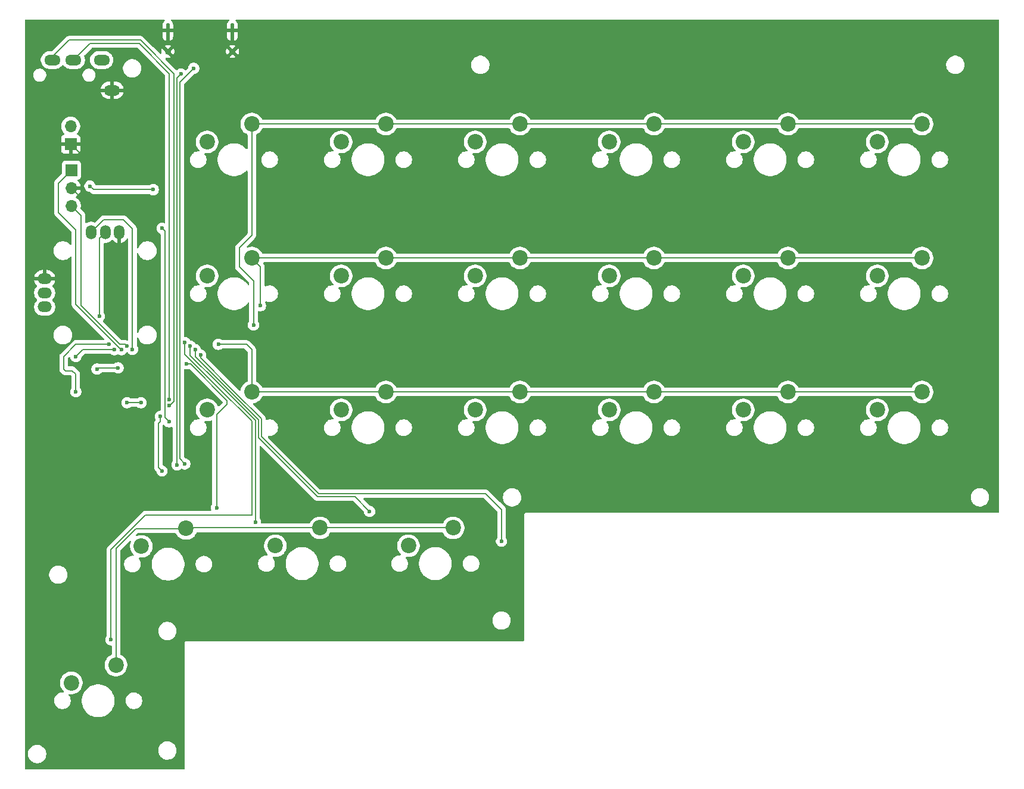
<source format=gbl>
%TF.GenerationSoftware,KiCad,Pcbnew,9.0.0*%
%TF.CreationDate,2025-03-25T01:57:01+09:00*%
%TF.ProjectId,keyboardR,6b657962-6f61-4726-9452-2e6b69636164,rev?*%
%TF.SameCoordinates,Original*%
%TF.FileFunction,Copper,L2,Bot*%
%TF.FilePolarity,Positive*%
%FSLAX46Y46*%
G04 Gerber Fmt 4.6, Leading zero omitted, Abs format (unit mm)*
G04 Created by KiCad (PCBNEW 9.0.0) date 2025-03-25 01:57:01*
%MOMM*%
%LPD*%
G01*
G04 APERTURE LIST*
%TA.AperFunction,ComponentPad*%
%ADD10O,2.300000X1.500000*%
%TD*%
%TA.AperFunction,ComponentPad*%
%ADD11R,1.700000X1.700000*%
%TD*%
%TA.AperFunction,ComponentPad*%
%ADD12O,1.700000X1.700000*%
%TD*%
%TA.AperFunction,ComponentPad*%
%ADD13C,2.200000*%
%TD*%
%TA.AperFunction,ComponentPad*%
%ADD14O,2.000000X1.500000*%
%TD*%
%TA.AperFunction,ComponentPad*%
%ADD15O,1.500000X2.000000*%
%TD*%
%TA.AperFunction,HeatsinkPad*%
%ADD16C,0.850000*%
%TD*%
%TA.AperFunction,HeatsinkPad*%
%ADD17O,0.550000X2.050000*%
%TD*%
%TA.AperFunction,ViaPad*%
%ADD18C,0.600000*%
%TD*%
%TA.AperFunction,Conductor*%
%ADD19C,0.200000*%
%TD*%
G04 APERTURE END LIST*
D10*
%TO.P,J4,R1*%
%TO.N,GPIO1*%
X84663762Y-50324000D03*
%TO.P,J4,R2*%
%TO.N,GPIO0*%
X81663762Y-50324000D03*
%TO.P,J4,S*%
%TO.N,GND*%
X90163762Y-54624000D03*
%TO.P,J4,T*%
%TO.N,+3.3V*%
X88663762Y-50324000D03*
%TD*%
D11*
%TO.P,J3,1,Pin_1*%
%TO.N,GND*%
X84265238Y-62275000D03*
D12*
%TO.P,J3,2,Pin_2*%
%TO.N,/USB_BOOT*%
X84265238Y-59735000D03*
%TD*%
D11*
%TO.P,J2,1,Pin_1*%
%TO.N,Net-(J2-Pin_1)*%
X84365238Y-65975000D03*
D12*
%TO.P,J2,2,Pin_2*%
%TO.N,GND*%
X84365238Y-68515000D03*
%TO.P,J2,3,Pin_3*%
%TO.N,Net-(J2-Pin_3)*%
X84365238Y-71055000D03*
%TD*%
D13*
%TO.P,SW12,1,A*%
%TO.N,row2*%
X110013762Y-78474000D03*
%TO.P,SW12,2,B*%
%TO.N,Net-(D12-K)*%
X103663762Y-81014000D03*
%TD*%
%TO.P,SW14,1,A*%
%TO.N,row3*%
X186213762Y-97524000D03*
%TO.P,SW14,2,B*%
%TO.N,Net-(D14-K)*%
X179863762Y-100064000D03*
%TD*%
D14*
%TO.P,J5,1,Pin_1*%
%TO.N,GND*%
X80563762Y-81424000D03*
D15*
X91163762Y-74824000D03*
D14*
%TO.P,J5,2,Pin_2*%
%TO.N,GPIO26*%
X80563762Y-83424000D03*
%TO.P,J5,3,Pin_3*%
%TO.N,+3.3V*%
X80563762Y-85424000D03*
D15*
X87163762Y-74824000D03*
%TO.P,J5,4,Pin_4*%
%TO.N,GPIO27*%
X89163762Y-74824000D03*
%TD*%
D13*
%TO.P,SW18,1,A*%
%TO.N,row3*%
X110013762Y-97524000D03*
%TO.P,SW18,2,B*%
%TO.N,Net-(D18-K)*%
X103663762Y-100064000D03*
%TD*%
%TO.P,SW17,1,A*%
%TO.N,row3*%
X129063762Y-97524000D03*
%TO.P,SW17,2,B*%
%TO.N,Net-(D17-K)*%
X122713762Y-100064000D03*
%TD*%
%TO.P,SW20,1,A*%
%TO.N,rowX*%
X119703762Y-116844000D03*
%TO.P,SW20,2,B*%
%TO.N,Net-(D20-K)*%
X113353762Y-119384000D03*
%TD*%
%TO.P,SW1,1,A*%
%TO.N,row1*%
X205263762Y-59424000D03*
%TO.P,SW1,2,B*%
%TO.N,Net-(D1-K)*%
X198913762Y-61964000D03*
%TD*%
D16*
%TO.P,J1,S1,SHIELD*%
%TO.N,GND*%
X107258762Y-49114000D03*
D17*
X107258762Y-46134000D03*
D16*
X98068762Y-49114000D03*
D17*
X98068762Y-46134000D03*
%TD*%
D13*
%TO.P,SW11,1,A*%
%TO.N,row2*%
X129063762Y-78474000D03*
%TO.P,SW11,2,B*%
%TO.N,Net-(D11-K)*%
X122713762Y-81014000D03*
%TD*%
%TO.P,SW9,1,A*%
%TO.N,row2*%
X167163762Y-78474000D03*
%TO.P,SW9,2,B*%
%TO.N,Net-(D9-K)*%
X160813762Y-81014000D03*
%TD*%
%TO.P,SW10,1,A*%
%TO.N,row2*%
X148113762Y-78474000D03*
%TO.P,SW10,2,B*%
%TO.N,Net-(D10-K)*%
X141763762Y-81014000D03*
%TD*%
%TO.P,SW15,1,A*%
%TO.N,row3*%
X167163762Y-97524000D03*
%TO.P,SW15,2,B*%
%TO.N,Net-(D15-K)*%
X160813762Y-100064000D03*
%TD*%
%TO.P,SW5,1,A*%
%TO.N,row1*%
X129063762Y-59424000D03*
%TO.P,SW5,2,B*%
%TO.N,Net-(D5-K)*%
X122713762Y-61964000D03*
%TD*%
%TO.P,SW13,1,A*%
%TO.N,row3*%
X205263762Y-97524000D03*
%TO.P,SW13,2,B*%
%TO.N,Net-(D13-K)*%
X198913762Y-100064000D03*
%TD*%
%TO.P,SW2,1,A*%
%TO.N,row1*%
X186213762Y-59424000D03*
%TO.P,SW2,2,B*%
%TO.N,Net-(D2-K)*%
X179863762Y-61964000D03*
%TD*%
%TO.P,SW3,1,A*%
%TO.N,row1*%
X167163762Y-59424000D03*
%TO.P,SW3,2,B*%
%TO.N,Net-(D3-K)*%
X160813762Y-61964000D03*
%TD*%
%TO.P,SW4,1,A*%
%TO.N,row1*%
X148113762Y-59424000D03*
%TO.P,SW4,2,B*%
%TO.N,Net-(D4-K)*%
X141763762Y-61964000D03*
%TD*%
%TO.P,SW6,1,A*%
%TO.N,row1*%
X110013762Y-59424000D03*
%TO.P,SW6,2,B*%
%TO.N,Net-(D6-K)*%
X103663762Y-61964000D03*
%TD*%
%TO.P,SW8,1,A*%
%TO.N,row2*%
X186213762Y-78474000D03*
%TO.P,SW8,2,B*%
%TO.N,Net-(D8-K)*%
X179863762Y-81014000D03*
%TD*%
%TO.P,SW22,1,A*%
%TO.N,rowX*%
X90703762Y-136344000D03*
%TO.P,SW22,2,B*%
%TO.N,Net-(D22-K)*%
X84353762Y-138884000D03*
%TD*%
%TO.P,SW19,1,A*%
%TO.N,rowX*%
X138623762Y-116844000D03*
%TO.P,SW19,2,B*%
%TO.N,Net-(D19-K)*%
X132273762Y-119384000D03*
%TD*%
%TO.P,SW7,1,A*%
%TO.N,row2*%
X205263762Y-78474000D03*
%TO.P,SW7,2,B*%
%TO.N,Net-(D7-K)*%
X198913762Y-81014000D03*
%TD*%
%TO.P,SW16,1,A*%
%TO.N,row3*%
X148113762Y-97524000D03*
%TO.P,SW16,2,B*%
%TO.N,Net-(D16-K)*%
X141763762Y-100064000D03*
%TD*%
%TO.P,SW21,1,A*%
%TO.N,rowX*%
X100663762Y-116924000D03*
%TO.P,SW21,2,B*%
%TO.N,Net-(D21-K)*%
X94313762Y-119464000D03*
%TD*%
D18*
%TO.N,XIN*%
X85000000Y-97500000D03*
%TO.N,XOUT*%
X85000000Y-92500000D03*
%TO.N,GND*%
X121500000Y-87500000D03*
X166750000Y-50250000D03*
X91250000Y-83000000D03*
X194250000Y-60750000D03*
X149500000Y-105250000D03*
X87000000Y-102250000D03*
X208500000Y-106750000D03*
X197500000Y-90500000D03*
X81750000Y-117500000D03*
X93750000Y-94500000D03*
X104750000Y-87250000D03*
X169000000Y-104750000D03*
X160750000Y-86750000D03*
X102500000Y-58500000D03*
X96250000Y-147750000D03*
X129750000Y-104750000D03*
X87250000Y-97500000D03*
X90750000Y-72000000D03*
X127750000Y-67250000D03*
X209000000Y-47000000D03*
X80000000Y-135500000D03*
X169000000Y-67250000D03*
X188000000Y-106000000D03*
X208750000Y-72750000D03*
X101750000Y-127000000D03*
X181500000Y-87250000D03*
X119750000Y-48750000D03*
X146500000Y-88250000D03*
X141500000Y-68000000D03*
X138750000Y-125750000D03*
X93583632Y-104379514D03*
X96284762Y-60274000D03*
X104500000Y-68500000D03*
X114000000Y-73000000D03*
X123000000Y-130750000D03*
X179500000Y-67250000D03*
%TO.N,+3.3V*%
X97000000Y-101000000D03*
X93050721Y-91450002D03*
X97250000Y-108750000D03*
%TO.N,+1V1*%
X92273367Y-99055880D03*
X91009999Y-94091780D03*
X94252472Y-99055880D03*
X88000000Y-94250000D03*
%TO.N,XIN*%
X89750000Y-90750000D03*
%TO.N,XOUT*%
X90500000Y-91500000D03*
%TO.N,Net-(J1-D+-PadA6)*%
X99375000Y-107875000D03*
X99948890Y-52301110D03*
%TO.N,Net-(J1-D--PadA7)*%
X101750000Y-51500000D03*
X100500000Y-107750000D03*
%TO.N,Net-(J2-Pin_1)*%
X91500000Y-91500000D03*
%TO.N,/USB_BOOT*%
X87000000Y-68250000D03*
X96000000Y-68750000D03*
%TO.N,GPIO27*%
X88357926Y-86732865D03*
%TO.N,colX1*%
X102750000Y-92250000D03*
X145500000Y-118750000D03*
%TO.N,colX2*%
X126750000Y-114500000D03*
X102000000Y-91500000D03*
%TO.N,colX3*%
X110500000Y-116000000D03*
X101250000Y-91000000D03*
%TO.N,QSPI_SS*%
X97250000Y-74250000D03*
X98250000Y-101750000D03*
%TO.N,row1*%
X110250000Y-88000000D03*
%TO.N,row2*%
X111250000Y-85250000D03*
%TO.N,row3*%
X105250000Y-90750000D03*
%TO.N,Net-(J2-Pin_3)*%
X92250000Y-91000000D03*
%TO.N,GPIO1*%
X98299695Y-98571043D03*
%TO.N,GPIO0*%
X98275079Y-99403876D03*
%TO.N,colX4*%
X90000000Y-132750000D03*
X100500000Y-90500000D03*
%TO.N,rowX*%
X100750000Y-93500000D03*
X105000000Y-114000000D03*
%TD*%
D19*
%TO.N,XIN*%
X85000000Y-95000000D02*
X85000000Y-97500000D01*
X83500000Y-94500000D02*
X84500000Y-94500000D01*
X84500000Y-94500000D02*
X85000000Y-95000000D01*
X83250000Y-94250000D02*
X83500000Y-94500000D01*
X83250000Y-92500000D02*
X83250000Y-94250000D01*
%TO.N,XOUT*%
X90500000Y-91500000D02*
X87000000Y-91500000D01*
X85000000Y-92500000D02*
X86000000Y-91500000D01*
X86000000Y-91500000D02*
X87000000Y-91500000D01*
%TO.N,GPIO0*%
X81663762Y-49836238D02*
X84000000Y-47500000D01*
X81663762Y-50324000D02*
X81663762Y-49836238D01*
X84000000Y-47500000D02*
X94179106Y-47500000D01*
X94179106Y-47500000D02*
X94589553Y-47910447D01*
%TO.N,GPIO1*%
X84663762Y-50324000D02*
X87012610Y-47975152D01*
X87012610Y-47975152D02*
X94024848Y-47975152D01*
%TO.N,GND*%
X93750000Y-95750000D02*
X93750000Y-94500000D01*
X87850238Y-72000000D02*
X84365238Y-68515000D01*
X93058762Y-63500000D02*
X96284762Y-60274000D01*
X87750000Y-97000000D02*
X92500000Y-97000000D01*
X90750000Y-72000000D02*
X87850238Y-72000000D01*
X92500000Y-97000000D02*
X93750000Y-95750000D01*
X93583632Y-104379514D02*
X88129514Y-104379514D01*
X84265238Y-62275000D02*
X85490238Y-63500000D01*
X88129514Y-104379514D02*
X87000000Y-103250000D01*
X87250000Y-97500000D02*
X87750000Y-97000000D01*
X87000000Y-103250000D02*
X87000000Y-102250000D01*
X85490238Y-63500000D02*
X93058762Y-63500000D01*
%TO.N,+3.3V*%
X88987762Y-73000000D02*
X87163762Y-74824000D01*
X97000000Y-101000000D02*
X97000000Y-101750000D01*
X93050721Y-91450002D02*
X93050721Y-74300721D01*
X91750000Y-73000000D02*
X88987762Y-73000000D01*
X93050721Y-74300721D02*
X91750000Y-73000000D01*
X96750000Y-102000000D02*
X96750000Y-108250000D01*
X96750000Y-108250000D02*
X97250000Y-108750000D01*
X97000000Y-101750000D02*
X96750000Y-102000000D01*
%TO.N,+1V1*%
X94252472Y-99055880D02*
X92273367Y-99055880D01*
X91009999Y-94091780D02*
X88158220Y-94091780D01*
X88158220Y-94091780D02*
X88000000Y-94250000D01*
%TO.N,XIN*%
X85000000Y-90750000D02*
X83250000Y-92500000D01*
X89750000Y-90750000D02*
X85000000Y-90750000D01*
%TO.N,Net-(J1-D+-PadA6)*%
X99331792Y-52918208D02*
X99331792Y-53000000D01*
X99948890Y-52301110D02*
X99331792Y-52918208D01*
X99331792Y-107831792D02*
X99375000Y-107875000D01*
X99331792Y-53000000D02*
X99331792Y-107831792D01*
%TO.N,Net-(J1-D--PadA7)*%
X99750000Y-53500000D02*
X101750000Y-51500000D01*
X99750000Y-107000000D02*
X99750000Y-53500000D01*
X100500000Y-107750000D02*
X99750000Y-107000000D01*
%TO.N,Net-(J2-Pin_1)*%
X84365238Y-65975000D02*
X82500000Y-67840238D01*
X85000000Y-74500000D02*
X85000000Y-85065686D01*
X91434314Y-91500000D02*
X91500000Y-91500000D01*
X85000000Y-85065686D02*
X91434314Y-91500000D01*
X82500000Y-72000000D02*
X85000000Y-74500000D01*
X82500000Y-67840238D02*
X82500000Y-72000000D01*
%TO.N,/USB_BOOT*%
X96000000Y-68750000D02*
X87500000Y-68750000D01*
X87500000Y-68750000D02*
X87000000Y-68250000D01*
%TO.N,GPIO27*%
X88357926Y-75629836D02*
X89163762Y-74824000D01*
X88357926Y-86732865D02*
X88357926Y-75629836D01*
%TO.N,colX1*%
X111352305Y-103852305D02*
X119500000Y-112000000D01*
X119500000Y-112000000D02*
X143250000Y-112000000D01*
X111352305Y-101286619D02*
X111352305Y-103303744D01*
X145500000Y-114250000D02*
X145500000Y-118750000D01*
X107532843Y-97467157D02*
X111352305Y-101286619D01*
X102750000Y-92250000D02*
X102750000Y-92684314D01*
X111352305Y-103303744D02*
X111352305Y-103852305D01*
X143250000Y-112000000D02*
X145500000Y-114250000D01*
X102750000Y-92684314D02*
X107532843Y-97467157D01*
%TO.N,colX2*%
X102000000Y-92500000D02*
X110952305Y-101452305D01*
X119334314Y-112400000D02*
X124687967Y-112400000D01*
X124687967Y-112400000D02*
X124687967Y-112437967D01*
X110952305Y-104017991D02*
X119334314Y-112400000D01*
X102000000Y-91500000D02*
X102000000Y-92500000D01*
X110952305Y-101452305D02*
X110952305Y-104017991D01*
X124687967Y-112437967D02*
X126750000Y-114500000D01*
%TO.N,colX3*%
X101250000Y-92338363D02*
X105080819Y-96169181D01*
X105080819Y-96169181D02*
X105103495Y-96169181D01*
X101250000Y-91000000D02*
X101250000Y-92338363D01*
X110500000Y-101565686D02*
X110500000Y-116000000D01*
X105103495Y-96169181D02*
X110500000Y-101565686D01*
%TO.N,QSPI_SS*%
X97656348Y-97951384D02*
X97656348Y-74656348D01*
X98250000Y-101750000D02*
X97656348Y-101156348D01*
X97656348Y-101156348D02*
X97656348Y-97951384D01*
X97656348Y-74656348D02*
X97250000Y-74250000D01*
%TO.N,row1*%
X108250000Y-77000000D02*
X110013762Y-75236238D01*
X110013762Y-75236238D02*
X110013762Y-59424000D01*
X110250000Y-88000000D02*
X110250000Y-81750000D01*
X110250000Y-81750000D02*
X108250000Y-79750000D01*
X108250000Y-79750000D02*
X108250000Y-79500000D01*
X205263762Y-59424000D02*
X110013762Y-59424000D01*
X108250000Y-79500000D02*
X108250000Y-77000000D01*
%TO.N,row2*%
X111250000Y-85250000D02*
X111250000Y-79710238D01*
X110013762Y-78474000D02*
X205263762Y-78474000D01*
X111250000Y-79710238D02*
X110013762Y-78474000D01*
%TO.N,row3*%
X105250000Y-90750000D02*
X109250000Y-90750000D01*
X110013762Y-91513762D02*
X110013762Y-97524000D01*
X109250000Y-90750000D02*
X110013762Y-91513762D01*
X205263762Y-97524000D02*
X110013762Y-97524000D01*
X110000000Y-97510238D02*
X110013762Y-97524000D01*
%TO.N,Net-(J2-Pin_3)*%
X91250000Y-90750000D02*
X85750000Y-85250000D01*
X85750000Y-85250000D02*
X85750000Y-72439762D01*
X92000000Y-90750000D02*
X91250000Y-90750000D01*
X85750000Y-72439762D02*
X84365238Y-71055000D01*
X92250000Y-91000000D02*
X92000000Y-90750000D01*
%TO.N,GPIO1*%
X94024848Y-47975152D02*
X98299695Y-52250000D01*
X98299695Y-98571043D02*
X98299695Y-52250000D01*
%TO.N,GPIO0*%
X94589553Y-47910447D02*
X98929106Y-52250000D01*
X98346124Y-99403876D02*
X98750000Y-99000000D01*
X98750000Y-99000000D02*
X98929106Y-98820894D01*
X98929106Y-98820894D02*
X98929106Y-98148993D01*
X98275079Y-99403876D02*
X98346124Y-99403876D01*
X98929106Y-98148993D02*
X98929106Y-52250000D01*
%TO.N,colX4*%
X110000000Y-115000000D02*
X94903601Y-115000000D01*
X100500000Y-90500000D02*
X100500000Y-92166852D01*
X100500000Y-92166852D02*
X105041574Y-96708426D01*
X90000000Y-119903601D02*
X90000000Y-132750000D01*
X105041574Y-96708426D02*
X105077054Y-96708426D01*
X94903601Y-115000000D02*
X90000000Y-119903601D01*
X105041574Y-96708426D02*
X105067806Y-96734658D01*
X105077054Y-96708426D02*
X110000000Y-101631372D01*
X110000000Y-101631372D02*
X110000000Y-115000000D01*
%TO.N,rowX*%
X101267462Y-93500000D02*
X101316593Y-93549131D01*
X90703762Y-136344000D02*
X90703762Y-119796238D01*
X90703762Y-119796238D02*
X93500000Y-117000000D01*
X138623762Y-116844000D02*
X100743762Y-116844000D01*
X93500000Y-117000000D02*
X100587762Y-117000000D01*
X100750000Y-93500000D02*
X101267462Y-93500000D01*
X105000000Y-104000000D02*
X105000000Y-114000000D01*
X106500000Y-98732538D02*
X106500000Y-99250000D01*
X106500000Y-99250000D02*
X105000000Y-100750000D01*
X105000000Y-100750000D02*
X105000000Y-104000000D01*
X100587762Y-117000000D02*
X100663762Y-116924000D01*
X101316593Y-93549131D02*
X106500000Y-98732538D01*
X100743762Y-116844000D02*
X100663762Y-116924000D01*
%TD*%
%TA.AperFunction,Conductor*%
%TO.N,GND*%
G36*
X91413762Y-76299983D02*
G01*
X91456478Y-76293218D01*
X91643599Y-76232418D01*
X91818905Y-76143095D01*
X91978083Y-76027444D01*
X92117205Y-75888322D01*
X92117205Y-75888321D01*
X92225903Y-75738715D01*
X92281233Y-75696050D01*
X92350847Y-75690071D01*
X92412642Y-75722677D01*
X92446999Y-75783516D01*
X92450221Y-75811601D01*
X92450221Y-90075500D01*
X92447670Y-90084185D01*
X92448959Y-90093147D01*
X92437980Y-90117187D01*
X92430536Y-90142539D01*
X92423695Y-90148466D01*
X92419934Y-90156703D01*
X92397699Y-90170992D01*
X92377732Y-90188294D01*
X92367217Y-90190581D01*
X92361156Y-90194477D01*
X92326221Y-90199500D01*
X92278364Y-90199500D01*
X92239820Y-90191834D01*
X92239635Y-90192527D01*
X92231786Y-90190424D01*
X92231785Y-90190423D01*
X92079057Y-90149499D01*
X91920943Y-90149499D01*
X91913347Y-90149499D01*
X91913331Y-90149500D01*
X91550098Y-90149500D01*
X91483059Y-90129815D01*
X91462417Y-90113181D01*
X88873734Y-87524498D01*
X88840249Y-87463175D01*
X88845233Y-87393483D01*
X88873734Y-87349136D01*
X88979712Y-87243157D01*
X88979715Y-87243154D01*
X89067320Y-87112044D01*
X89127663Y-86966362D01*
X89158426Y-86811707D01*
X89158426Y-86654023D01*
X89158426Y-86654020D01*
X89158425Y-86654018D01*
X89127664Y-86499375D01*
X89127663Y-86499368D01*
X89077319Y-86377825D01*
X89067323Y-86353692D01*
X89067316Y-86353679D01*
X88979324Y-86221990D01*
X88958446Y-86155312D01*
X88958426Y-86153099D01*
X88958426Y-76448500D01*
X88978111Y-76381461D01*
X89030915Y-76335706D01*
X89082426Y-76324500D01*
X89262184Y-76324500D01*
X89456588Y-76293709D01*
X89493301Y-76281780D01*
X89643787Y-76232884D01*
X89819167Y-76143524D01*
X89978408Y-76027828D01*
X90076435Y-75929801D01*
X90137758Y-75896316D01*
X90207450Y-75901300D01*
X90251797Y-75929801D01*
X90349440Y-76027444D01*
X90508618Y-76143095D01*
X90683924Y-76232418D01*
X90871045Y-76293218D01*
X90913762Y-76299984D01*
X90913762Y-75262786D01*
X90968839Y-75294585D01*
X91097277Y-75329000D01*
X91230247Y-75329000D01*
X91358685Y-75294585D01*
X91413762Y-75262786D01*
X91413762Y-76299983D01*
G37*
%TD.AperFunction*%
%TA.AperFunction,Conductor*%
G36*
X97579485Y-44570185D02*
G01*
X97625240Y-44622989D01*
X97635184Y-44692147D01*
X97606159Y-44755703D01*
X97581335Y-44777604D01*
X97574723Y-44782021D01*
X97466781Y-44889963D01*
X97381963Y-45016903D01*
X97323546Y-45157936D01*
X97323543Y-45157946D01*
X97293762Y-45307666D01*
X97293762Y-45884000D01*
X97943762Y-45884000D01*
X97943762Y-46908864D01*
X97962792Y-46954807D01*
X97997955Y-46989970D01*
X98043898Y-47009000D01*
X98093626Y-47009000D01*
X98139569Y-46989970D01*
X98174732Y-46954807D01*
X98193762Y-46908864D01*
X98193762Y-45884000D01*
X98843762Y-45884000D01*
X98843762Y-45307666D01*
X98813980Y-45157946D01*
X98813977Y-45157936D01*
X98755560Y-45016903D01*
X98670742Y-44889963D01*
X98562800Y-44782021D01*
X98556189Y-44777604D01*
X98511383Y-44723992D01*
X98502674Y-44654667D01*
X98532828Y-44591639D01*
X98592270Y-44554919D01*
X98625078Y-44550500D01*
X106702446Y-44550500D01*
X106769485Y-44570185D01*
X106815240Y-44622989D01*
X106825184Y-44692147D01*
X106796159Y-44755703D01*
X106771335Y-44777604D01*
X106764723Y-44782021D01*
X106656781Y-44889963D01*
X106571963Y-45016903D01*
X106513546Y-45157936D01*
X106513543Y-45157946D01*
X106483762Y-45307666D01*
X106483762Y-45884000D01*
X107133762Y-45884000D01*
X107133762Y-46908864D01*
X107152792Y-46954807D01*
X107187955Y-46989970D01*
X107233898Y-47009000D01*
X107283626Y-47009000D01*
X107329569Y-46989970D01*
X107364732Y-46954807D01*
X107383762Y-46908864D01*
X107383762Y-45884000D01*
X108033762Y-45884000D01*
X108033762Y-45307666D01*
X108003980Y-45157946D01*
X108003977Y-45157936D01*
X107945560Y-45016903D01*
X107860742Y-44889963D01*
X107752800Y-44782021D01*
X107746189Y-44777604D01*
X107701383Y-44723992D01*
X107692674Y-44654667D01*
X107722828Y-44591639D01*
X107782270Y-44554919D01*
X107815078Y-44550500D01*
X216060262Y-44550500D01*
X216127301Y-44570185D01*
X216173056Y-44622989D01*
X216184262Y-44674500D01*
X216184262Y-114575500D01*
X216164577Y-114642539D01*
X216111773Y-114688294D01*
X216060262Y-114699500D01*
X149024324Y-114699500D01*
X148945200Y-114699500D01*
X148906986Y-114709739D01*
X148868771Y-114719979D01*
X148868766Y-114719982D01*
X148800257Y-114759535D01*
X148800249Y-114759541D01*
X148744303Y-114815487D01*
X148744297Y-114815495D01*
X148704744Y-114884004D01*
X148704741Y-114884009D01*
X148684262Y-114960439D01*
X148684262Y-132825500D01*
X148664577Y-132892539D01*
X148611773Y-132938294D01*
X148560262Y-132949500D01*
X100774324Y-132949500D01*
X100695200Y-132949500D01*
X100656986Y-132959739D01*
X100618771Y-132969979D01*
X100618766Y-132969982D01*
X100550257Y-133009535D01*
X100550249Y-133009541D01*
X100494303Y-133065487D01*
X100494297Y-133065495D01*
X100454744Y-133134004D01*
X100454741Y-133134009D01*
X100434262Y-133210439D01*
X100434262Y-151075500D01*
X100414577Y-151142539D01*
X100361773Y-151188294D01*
X100310262Y-151199500D01*
X77909262Y-151199500D01*
X77842223Y-151179815D01*
X77796468Y-151127011D01*
X77785262Y-151075500D01*
X77785262Y-148897648D01*
X78199500Y-148897648D01*
X78199500Y-149102351D01*
X78231522Y-149304534D01*
X78294781Y-149499223D01*
X78352391Y-149612287D01*
X78381481Y-149669380D01*
X78387715Y-149681613D01*
X78508028Y-149847213D01*
X78652786Y-149991971D01*
X78807749Y-150104556D01*
X78818390Y-150112287D01*
X78934607Y-150171503D01*
X79000776Y-150205218D01*
X79000778Y-150205218D01*
X79000781Y-150205220D01*
X79105137Y-150239127D01*
X79195465Y-150268477D01*
X79296557Y-150284488D01*
X79397648Y-150300500D01*
X79397649Y-150300500D01*
X79602351Y-150300500D01*
X79602352Y-150300500D01*
X79804534Y-150268477D01*
X79999219Y-150205220D01*
X80181610Y-150112287D01*
X80274590Y-150044732D01*
X80347213Y-149991971D01*
X80347215Y-149991968D01*
X80347219Y-149991966D01*
X80491966Y-149847219D01*
X80491968Y-149847215D01*
X80491971Y-149847213D01*
X80595133Y-149705220D01*
X80612287Y-149681610D01*
X80705220Y-149499219D01*
X80768477Y-149304534D01*
X80800500Y-149102352D01*
X80800500Y-148897648D01*
X80768477Y-148695466D01*
X80760286Y-148670258D01*
X80738222Y-148602351D01*
X80705220Y-148500781D01*
X80705217Y-148500777D01*
X80705217Y-148500774D01*
X80678873Y-148449072D01*
X80678872Y-148449071D01*
X80652671Y-148397648D01*
X96699500Y-148397648D01*
X96699500Y-148602351D01*
X96731522Y-148804534D01*
X96794781Y-148999223D01*
X96847328Y-149102351D01*
X96881481Y-149169380D01*
X96887715Y-149181613D01*
X97008028Y-149347213D01*
X97152786Y-149491971D01*
X97307749Y-149604556D01*
X97318390Y-149612287D01*
X97430441Y-149669380D01*
X97500776Y-149705218D01*
X97500778Y-149705218D01*
X97500781Y-149705220D01*
X97605137Y-149739127D01*
X97695465Y-149768477D01*
X97796557Y-149784488D01*
X97897648Y-149800500D01*
X97897649Y-149800500D01*
X98102351Y-149800500D01*
X98102352Y-149800500D01*
X98304534Y-149768477D01*
X98499219Y-149705220D01*
X98681610Y-149612287D01*
X98837231Y-149499223D01*
X98847213Y-149491971D01*
X98847215Y-149491968D01*
X98847219Y-149491966D01*
X98991966Y-149347219D01*
X98991968Y-149347215D01*
X98991971Y-149347213D01*
X99101736Y-149196132D01*
X99112287Y-149181610D01*
X99205220Y-148999219D01*
X99268477Y-148804534D01*
X99300500Y-148602352D01*
X99300500Y-148397648D01*
X99287946Y-148318385D01*
X99268477Y-148195465D01*
X99223240Y-148056242D01*
X99205220Y-148000781D01*
X99205218Y-148000778D01*
X99205218Y-148000776D01*
X99147610Y-147887715D01*
X99112287Y-147818390D01*
X99095134Y-147794781D01*
X98991971Y-147652786D01*
X98847213Y-147508028D01*
X98681613Y-147387715D01*
X98681612Y-147387714D01*
X98681610Y-147387713D01*
X98624653Y-147358691D01*
X98499223Y-147294781D01*
X98304534Y-147231522D01*
X98129995Y-147203878D01*
X98102352Y-147199500D01*
X97897648Y-147199500D01*
X97873329Y-147203351D01*
X97695465Y-147231522D01*
X97500776Y-147294781D01*
X97318386Y-147387715D01*
X97152786Y-147508028D01*
X97008028Y-147652786D01*
X96887715Y-147818386D01*
X96794781Y-148000776D01*
X96731522Y-148195465D01*
X96699500Y-148397648D01*
X80652671Y-148397648D01*
X80645256Y-148383096D01*
X80612287Y-148318390D01*
X80612285Y-148318387D01*
X80612284Y-148318385D01*
X80491971Y-148152786D01*
X80347213Y-148008028D01*
X80181613Y-147887715D01*
X80181612Y-147887714D01*
X80181610Y-147887713D01*
X80124653Y-147858691D01*
X79999223Y-147794781D01*
X79804534Y-147731522D01*
X79629995Y-147703878D01*
X79602352Y-147699500D01*
X79397648Y-147699500D01*
X79373329Y-147703351D01*
X79195465Y-147731522D01*
X79000776Y-147794781D01*
X78818386Y-147887715D01*
X78652786Y-148008028D01*
X78508028Y-148152786D01*
X78387715Y-148318386D01*
X78294781Y-148500776D01*
X78231522Y-148695465D01*
X78199500Y-148897648D01*
X77785262Y-148897648D01*
X77785262Y-141331093D01*
X81903262Y-141331093D01*
X81903262Y-141516906D01*
X81932330Y-141700435D01*
X81932330Y-141700438D01*
X81989748Y-141877152D01*
X82074108Y-142042717D01*
X82183327Y-142193044D01*
X82314718Y-142324435D01*
X82465045Y-142433654D01*
X82630607Y-142518012D01*
X82630609Y-142518013D01*
X82807324Y-142575431D01*
X82807325Y-142575431D01*
X82807328Y-142575432D01*
X82990855Y-142604500D01*
X82990856Y-142604500D01*
X83176668Y-142604500D01*
X83176669Y-142604500D01*
X83360196Y-142575432D01*
X83360199Y-142575431D01*
X83360200Y-142575431D01*
X83536914Y-142518013D01*
X83536914Y-142518012D01*
X83536917Y-142518012D01*
X83702479Y-142433654D01*
X83852806Y-142324435D01*
X83984197Y-142193044D01*
X84093416Y-142042717D01*
X84177774Y-141877155D01*
X84235194Y-141700434D01*
X84264262Y-141516907D01*
X84264262Y-141331093D01*
X84254783Y-141271243D01*
X85833262Y-141271243D01*
X85833262Y-141576756D01*
X85873137Y-141879630D01*
X85952207Y-142174722D01*
X86069111Y-142456955D01*
X86069119Y-142456972D01*
X86137512Y-142575431D01*
X86221865Y-142721534D01*
X86221867Y-142721537D01*
X86221868Y-142721538D01*
X86407838Y-142963900D01*
X86407844Y-142963907D01*
X86623854Y-143179917D01*
X86623860Y-143179922D01*
X86866228Y-143365897D01*
X87036268Y-143464070D01*
X87130789Y-143518642D01*
X87130794Y-143518644D01*
X87130797Y-143518646D01*
X87130801Y-143518647D01*
X87130806Y-143518650D01*
X87220317Y-143555726D01*
X87413040Y-143635555D01*
X87708129Y-143714624D01*
X88011013Y-143754500D01*
X88011020Y-143754500D01*
X88316504Y-143754500D01*
X88316511Y-143754500D01*
X88619395Y-143714624D01*
X88914484Y-143635555D01*
X89196727Y-143518646D01*
X89461296Y-143365897D01*
X89703664Y-143179922D01*
X89919684Y-142963902D01*
X90105659Y-142721534D01*
X90258408Y-142456965D01*
X90375317Y-142174722D01*
X90454386Y-141879633D01*
X90494262Y-141576749D01*
X90494262Y-141331093D01*
X92063262Y-141331093D01*
X92063262Y-141516906D01*
X92092330Y-141700435D01*
X92092330Y-141700438D01*
X92149748Y-141877152D01*
X92234108Y-142042717D01*
X92343327Y-142193044D01*
X92474718Y-142324435D01*
X92625045Y-142433654D01*
X92790607Y-142518012D01*
X92790609Y-142518013D01*
X92967324Y-142575431D01*
X92967325Y-142575431D01*
X92967328Y-142575432D01*
X93150855Y-142604500D01*
X93150856Y-142604500D01*
X93336668Y-142604500D01*
X93336669Y-142604500D01*
X93520196Y-142575432D01*
X93520199Y-142575431D01*
X93520200Y-142575431D01*
X93696914Y-142518013D01*
X93696914Y-142518012D01*
X93696917Y-142518012D01*
X93862479Y-142433654D01*
X94012806Y-142324435D01*
X94144197Y-142193044D01*
X94253416Y-142042717D01*
X94337774Y-141877155D01*
X94395194Y-141700434D01*
X94424262Y-141516907D01*
X94424262Y-141331093D01*
X94395194Y-141147566D01*
X94395193Y-141147562D01*
X94395193Y-141147561D01*
X94337775Y-140970847D01*
X94253415Y-140805282D01*
X94253413Y-140805279D01*
X94144197Y-140654956D01*
X94012806Y-140523565D01*
X93862479Y-140414346D01*
X93816713Y-140391027D01*
X93696914Y-140329986D01*
X93520199Y-140272568D01*
X93382550Y-140250767D01*
X93336669Y-140243500D01*
X93150855Y-140243500D01*
X93091714Y-140252867D01*
X92967326Y-140272568D01*
X92967323Y-140272568D01*
X92790609Y-140329986D01*
X92625044Y-140414346D01*
X92556025Y-140464492D01*
X92474718Y-140523565D01*
X92474716Y-140523567D01*
X92474715Y-140523567D01*
X92343329Y-140654953D01*
X92343329Y-140654954D01*
X92343327Y-140654956D01*
X92296421Y-140719515D01*
X92234108Y-140805282D01*
X92149748Y-140970847D01*
X92092330Y-141147561D01*
X92092330Y-141147564D01*
X92063262Y-141331093D01*
X90494262Y-141331093D01*
X90494262Y-141271251D01*
X90454386Y-140968367D01*
X90375317Y-140673278D01*
X90258408Y-140391035D01*
X90258406Y-140391032D01*
X90258404Y-140391027D01*
X90178638Y-140252870D01*
X90105659Y-140126466D01*
X89952338Y-139926654D01*
X89919685Y-139884099D01*
X89919679Y-139884092D01*
X89703669Y-139668082D01*
X89703662Y-139668076D01*
X89461300Y-139482106D01*
X89461299Y-139482105D01*
X89461296Y-139482103D01*
X89355812Y-139421202D01*
X89196734Y-139329357D01*
X89196717Y-139329349D01*
X88914484Y-139212445D01*
X88619392Y-139133375D01*
X88316518Y-139093500D01*
X88316511Y-139093500D01*
X88011013Y-139093500D01*
X88011005Y-139093500D01*
X87708131Y-139133375D01*
X87413039Y-139212445D01*
X87130806Y-139329349D01*
X87130789Y-139329357D01*
X86866223Y-139482106D01*
X86623861Y-139668076D01*
X86623854Y-139668082D01*
X86407844Y-139884092D01*
X86407838Y-139884099D01*
X86221868Y-140126461D01*
X86069119Y-140391027D01*
X86069111Y-140391044D01*
X85952207Y-140673277D01*
X85873137Y-140968369D01*
X85833262Y-141271243D01*
X84254783Y-141271243D01*
X84235194Y-141147566D01*
X84235193Y-141147562D01*
X84235193Y-141147561D01*
X84177775Y-140970847D01*
X84176511Y-140968367D01*
X84093416Y-140805283D01*
X83988532Y-140660922D01*
X83965052Y-140595116D01*
X83980877Y-140527062D01*
X84030983Y-140478367D01*
X84099461Y-140464492D01*
X84108226Y-140465561D01*
X84227800Y-140484500D01*
X84227802Y-140484500D01*
X84479723Y-140484500D01*
X84479724Y-140484500D01*
X84728547Y-140445090D01*
X84968141Y-140367241D01*
X85192607Y-140252870D01*
X85396418Y-140104793D01*
X85574555Y-139926656D01*
X85722632Y-139722845D01*
X85837003Y-139498379D01*
X85914852Y-139258785D01*
X85954262Y-139009962D01*
X85954262Y-138758038D01*
X85914852Y-138509215D01*
X85837003Y-138269621D01*
X85837001Y-138269618D01*
X85837001Y-138269616D01*
X85795509Y-138188184D01*
X85722632Y-138045155D01*
X85620869Y-137905090D01*
X85574560Y-137841350D01*
X85574556Y-137841345D01*
X85396416Y-137663205D01*
X85396411Y-137663201D01*
X85192610Y-137515132D01*
X85192609Y-137515131D01*
X85192607Y-137515130D01*
X85122509Y-137479413D01*
X84968145Y-137400760D01*
X84728547Y-137322910D01*
X84479724Y-137283500D01*
X84227800Y-137283500D01*
X84103388Y-137303205D01*
X83978976Y-137322910D01*
X83739378Y-137400760D01*
X83514913Y-137515132D01*
X83311112Y-137663201D01*
X83311107Y-137663205D01*
X83132967Y-137841345D01*
X83132963Y-137841350D01*
X82984894Y-138045151D01*
X82870522Y-138269616D01*
X82792672Y-138509214D01*
X82753262Y-138758038D01*
X82753262Y-139009961D01*
X82792672Y-139258785D01*
X82870522Y-139498383D01*
X82984894Y-139722848D01*
X83132963Y-139926649D01*
X83132967Y-139926654D01*
X83238132Y-140031819D01*
X83271617Y-140093142D01*
X83266633Y-140162834D01*
X83224761Y-140218767D01*
X83159297Y-140243184D01*
X83150451Y-140243500D01*
X82990855Y-140243500D01*
X82931714Y-140252867D01*
X82807326Y-140272568D01*
X82807323Y-140272568D01*
X82630609Y-140329986D01*
X82465044Y-140414346D01*
X82396025Y-140464492D01*
X82314718Y-140523565D01*
X82314716Y-140523567D01*
X82314715Y-140523567D01*
X82183329Y-140654953D01*
X82183329Y-140654954D01*
X82183327Y-140654956D01*
X82136421Y-140719515D01*
X82074108Y-140805282D01*
X81989748Y-140970847D01*
X81932330Y-141147561D01*
X81932330Y-141147564D01*
X81903262Y-141331093D01*
X77785262Y-141331093D01*
X77785262Y-123397648D01*
X81199500Y-123397648D01*
X81199500Y-123602351D01*
X81231522Y-123804534D01*
X81294781Y-123999223D01*
X81354744Y-124116904D01*
X81381481Y-124169380D01*
X81387715Y-124181613D01*
X81508028Y-124347213D01*
X81652786Y-124491971D01*
X81807749Y-124604556D01*
X81818390Y-124612287D01*
X81934607Y-124671503D01*
X82000776Y-124705218D01*
X82000778Y-124705218D01*
X82000781Y-124705220D01*
X82105137Y-124739127D01*
X82195465Y-124768477D01*
X82296557Y-124784488D01*
X82397648Y-124800500D01*
X82397649Y-124800500D01*
X82602351Y-124800500D01*
X82602352Y-124800500D01*
X82804534Y-124768477D01*
X82999219Y-124705220D01*
X83181610Y-124612287D01*
X83274590Y-124544732D01*
X83347213Y-124491971D01*
X83347215Y-124491968D01*
X83347219Y-124491966D01*
X83491966Y-124347219D01*
X83491968Y-124347215D01*
X83491971Y-124347213D01*
X83559330Y-124254499D01*
X83612287Y-124181610D01*
X83705220Y-123999219D01*
X83768477Y-123804534D01*
X83800500Y-123602352D01*
X83800500Y-123397648D01*
X83768477Y-123195465D01*
X83736812Y-123098012D01*
X83705220Y-123000781D01*
X83705218Y-123000778D01*
X83705218Y-123000776D01*
X83656129Y-122904435D01*
X83612287Y-122818390D01*
X83579343Y-122773046D01*
X83491971Y-122652786D01*
X83347213Y-122508028D01*
X83181613Y-122387715D01*
X83181612Y-122387714D01*
X83181610Y-122387713D01*
X83124653Y-122358691D01*
X82999223Y-122294781D01*
X82804534Y-122231522D01*
X82629995Y-122203878D01*
X82602352Y-122199500D01*
X82397648Y-122199500D01*
X82373329Y-122203351D01*
X82195465Y-122231522D01*
X82000776Y-122294781D01*
X81818386Y-122387715D01*
X81652786Y-122508028D01*
X81508028Y-122652786D01*
X81387715Y-122818386D01*
X81294781Y-123000776D01*
X81231522Y-123195465D01*
X81199500Y-123397648D01*
X77785262Y-123397648D01*
X77785262Y-98977033D01*
X91472867Y-98977033D01*
X91472867Y-99134726D01*
X91503628Y-99289369D01*
X91503631Y-99289381D01*
X91563969Y-99435052D01*
X91563976Y-99435065D01*
X91651577Y-99566168D01*
X91651580Y-99566172D01*
X91763074Y-99677666D01*
X91763078Y-99677669D01*
X91894181Y-99765270D01*
X91894194Y-99765277D01*
X92039865Y-99825615D01*
X92039870Y-99825617D01*
X92194520Y-99856379D01*
X92194523Y-99856380D01*
X92194525Y-99856380D01*
X92352211Y-99856380D01*
X92352212Y-99856379D01*
X92506864Y-99825617D01*
X92652546Y-99765274D01*
X92689277Y-99740731D01*
X92784242Y-99677278D01*
X92850920Y-99656400D01*
X92853133Y-99656380D01*
X93672706Y-99656380D01*
X93739745Y-99676065D01*
X93741597Y-99677278D01*
X93873286Y-99765270D01*
X93873299Y-99765277D01*
X94018970Y-99825615D01*
X94018975Y-99825617D01*
X94173625Y-99856379D01*
X94173628Y-99856380D01*
X94173630Y-99856380D01*
X94331316Y-99856380D01*
X94331317Y-99856379D01*
X94485969Y-99825617D01*
X94631651Y-99765274D01*
X94762761Y-99677669D01*
X94874261Y-99566169D01*
X94961866Y-99435059D01*
X95022209Y-99289377D01*
X95052972Y-99134722D01*
X95052972Y-98977038D01*
X95052972Y-98977035D01*
X95052971Y-98977033D01*
X95050560Y-98964910D01*
X95022209Y-98822383D01*
X95022207Y-98822378D01*
X94961869Y-98676707D01*
X94961862Y-98676694D01*
X94874261Y-98545591D01*
X94874258Y-98545587D01*
X94762764Y-98434093D01*
X94762760Y-98434090D01*
X94631657Y-98346489D01*
X94631644Y-98346482D01*
X94485973Y-98286144D01*
X94485961Y-98286141D01*
X94331317Y-98255380D01*
X94331314Y-98255380D01*
X94173630Y-98255380D01*
X94173627Y-98255380D01*
X94018982Y-98286141D01*
X94018970Y-98286144D01*
X93873299Y-98346482D01*
X93873286Y-98346489D01*
X93741597Y-98434482D01*
X93674919Y-98455360D01*
X93672706Y-98455380D01*
X92853133Y-98455380D01*
X92786094Y-98435695D01*
X92784242Y-98434482D01*
X92652552Y-98346489D01*
X92652539Y-98346482D01*
X92506868Y-98286144D01*
X92506856Y-98286141D01*
X92352212Y-98255380D01*
X92352209Y-98255380D01*
X92194525Y-98255380D01*
X92194522Y-98255380D01*
X92039877Y-98286141D01*
X92039865Y-98286144D01*
X91894194Y-98346482D01*
X91894181Y-98346489D01*
X91763078Y-98434090D01*
X91763074Y-98434093D01*
X91651580Y-98545587D01*
X91651577Y-98545591D01*
X91563976Y-98676694D01*
X91563969Y-98676707D01*
X91503631Y-98822378D01*
X91503628Y-98822390D01*
X91472867Y-98977033D01*
X77785262Y-98977033D01*
X77785262Y-89318888D01*
X81828262Y-89318888D01*
X81828262Y-89529111D01*
X81861146Y-89736731D01*
X81926103Y-89936651D01*
X81932650Y-89949500D01*
X82021027Y-90122949D01*
X82021542Y-90123958D01*
X82145093Y-90294013D01*
X82145097Y-90294018D01*
X82293743Y-90442664D01*
X82293748Y-90442668D01*
X82395374Y-90516503D01*
X82463807Y-90566222D01*
X82575140Y-90622949D01*
X82651110Y-90661658D01*
X82751070Y-90694136D01*
X82851032Y-90726616D01*
X82947192Y-90741846D01*
X83058651Y-90759500D01*
X83058656Y-90759500D01*
X83268873Y-90759500D01*
X83369524Y-90743557D01*
X83476492Y-90726616D01*
X83676416Y-90661657D01*
X83863717Y-90566222D01*
X84033782Y-90442663D01*
X84182425Y-90294020D01*
X84305984Y-90123955D01*
X84401419Y-89936654D01*
X84466378Y-89736730D01*
X84491914Y-89575500D01*
X84499262Y-89529111D01*
X84499262Y-89318888D01*
X84480131Y-89198106D01*
X84466378Y-89111270D01*
X84401419Y-88911346D01*
X84305984Y-88724045D01*
X84231689Y-88621786D01*
X84182430Y-88553986D01*
X84182426Y-88553981D01*
X84033780Y-88405335D01*
X84033775Y-88405331D01*
X83863720Y-88281780D01*
X83863719Y-88281779D01*
X83863717Y-88281778D01*
X83768945Y-88233489D01*
X83676413Y-88186341D01*
X83476493Y-88121384D01*
X83268873Y-88088500D01*
X83268868Y-88088500D01*
X83058656Y-88088500D01*
X83058651Y-88088500D01*
X82851030Y-88121384D01*
X82651110Y-88186341D01*
X82463803Y-88281780D01*
X82293748Y-88405331D01*
X82293743Y-88405335D01*
X82145097Y-88553981D01*
X82145093Y-88553986D01*
X82021542Y-88724041D01*
X81926103Y-88911348D01*
X81861146Y-89111268D01*
X81828262Y-89318888D01*
X77785262Y-89318888D01*
X77785262Y-83325577D01*
X79063262Y-83325577D01*
X79063262Y-83522422D01*
X79094052Y-83716826D01*
X79154879Y-83904029D01*
X79244238Y-84079405D01*
X79359934Y-84238646D01*
X79359936Y-84238648D01*
X79457607Y-84336319D01*
X79491092Y-84397642D01*
X79486108Y-84467334D01*
X79457607Y-84511681D01*
X79359936Y-84609351D01*
X79359936Y-84609352D01*
X79359934Y-84609354D01*
X79310247Y-84677741D01*
X79244238Y-84768594D01*
X79154879Y-84943970D01*
X79094052Y-85131173D01*
X79063262Y-85325577D01*
X79063262Y-85522422D01*
X79094052Y-85716826D01*
X79154879Y-85904029D01*
X79213836Y-86019738D01*
X79244238Y-86079405D01*
X79359934Y-86238646D01*
X79499116Y-86377828D01*
X79658357Y-86493524D01*
X79741217Y-86535743D01*
X79833732Y-86582882D01*
X79833734Y-86582882D01*
X79833737Y-86582884D01*
X79934079Y-86615487D01*
X80020935Y-86643709D01*
X80215340Y-86674500D01*
X80215345Y-86674500D01*
X80912184Y-86674500D01*
X81106588Y-86643709D01*
X81293787Y-86582884D01*
X81469167Y-86493524D01*
X81628408Y-86377828D01*
X81767590Y-86238646D01*
X81883286Y-86079405D01*
X81972646Y-85904025D01*
X82033471Y-85716826D01*
X82047354Y-85629172D01*
X82064262Y-85522422D01*
X82064262Y-85325577D01*
X82033471Y-85131173D01*
X81984037Y-84979034D01*
X81972646Y-84943975D01*
X81972644Y-84943972D01*
X81972644Y-84943970D01*
X81905304Y-84811809D01*
X81883286Y-84768595D01*
X81767590Y-84609354D01*
X81669917Y-84511681D01*
X81636432Y-84450358D01*
X81641416Y-84380666D01*
X81669917Y-84336319D01*
X81701514Y-84304722D01*
X81767590Y-84238646D01*
X81883286Y-84079405D01*
X81972646Y-83904025D01*
X82033471Y-83716826D01*
X82044545Y-83646906D01*
X82064262Y-83522422D01*
X82064262Y-83325577D01*
X82033471Y-83131173D01*
X81972644Y-82943970D01*
X81925505Y-82851455D01*
X81883286Y-82768595D01*
X81767590Y-82609354D01*
X81669563Y-82511327D01*
X81636078Y-82450004D01*
X81641062Y-82380312D01*
X81669563Y-82335965D01*
X81767205Y-82238322D01*
X81767206Y-82238321D01*
X81882857Y-82079143D01*
X81972180Y-81903837D01*
X82032980Y-81716716D01*
X82039746Y-81674000D01*
X81002549Y-81674000D01*
X81034347Y-81618923D01*
X81068762Y-81490485D01*
X81068762Y-81357515D01*
X81034347Y-81229077D01*
X81002549Y-81174000D01*
X82039746Y-81174000D01*
X82032980Y-81131283D01*
X81972180Y-80944162D01*
X81882857Y-80768856D01*
X81767206Y-80609678D01*
X81628083Y-80470555D01*
X81468905Y-80354904D01*
X81293597Y-80265581D01*
X81106467Y-80204778D01*
X80912144Y-80174000D01*
X80813762Y-80174000D01*
X80813762Y-80985213D01*
X80758685Y-80953415D01*
X80630247Y-80919000D01*
X80497277Y-80919000D01*
X80368839Y-80953415D01*
X80313762Y-80985213D01*
X80313762Y-80174000D01*
X80215380Y-80174000D01*
X80021056Y-80204778D01*
X79833926Y-80265581D01*
X79658618Y-80354904D01*
X79499440Y-80470555D01*
X79360317Y-80609678D01*
X79244666Y-80768856D01*
X79155343Y-80944162D01*
X79094543Y-81131283D01*
X79087778Y-81174000D01*
X80124975Y-81174000D01*
X80093177Y-81229077D01*
X80058762Y-81357515D01*
X80058762Y-81490485D01*
X80093177Y-81618923D01*
X80124975Y-81674000D01*
X79087778Y-81674000D01*
X79094543Y-81716716D01*
X79155343Y-81903837D01*
X79244666Y-82079143D01*
X79360317Y-82238321D01*
X79457960Y-82335964D01*
X79491445Y-82397287D01*
X79486461Y-82466979D01*
X79457961Y-82511325D01*
X79359937Y-82609350D01*
X79359936Y-82609352D01*
X79359934Y-82609354D01*
X79327813Y-82653565D01*
X79244238Y-82768594D01*
X79154879Y-82943970D01*
X79094052Y-83131173D01*
X79063262Y-83325577D01*
X77785262Y-83325577D01*
X77785262Y-77318888D01*
X81828262Y-77318888D01*
X81828262Y-77529111D01*
X81861146Y-77736731D01*
X81926103Y-77936651D01*
X81973822Y-78030304D01*
X82008934Y-78099215D01*
X82021542Y-78123958D01*
X82145093Y-78294013D01*
X82145097Y-78294018D01*
X82293743Y-78442664D01*
X82293748Y-78442668D01*
X82442079Y-78550436D01*
X82463807Y-78566222D01*
X82651108Y-78661657D01*
X82651110Y-78661658D01*
X82751070Y-78694136D01*
X82851032Y-78726616D01*
X82947192Y-78741846D01*
X83058651Y-78759500D01*
X83058656Y-78759500D01*
X83268873Y-78759500D01*
X83369524Y-78743557D01*
X83476492Y-78726616D01*
X83676416Y-78661657D01*
X83863717Y-78566222D01*
X84033782Y-78442663D01*
X84182425Y-78294020D01*
X84182425Y-78294019D01*
X84185870Y-78290575D01*
X84186974Y-78291679D01*
X84239716Y-78257249D01*
X84309584Y-78256750D01*
X84368631Y-78294104D01*
X84398109Y-78357451D01*
X84399500Y-78375974D01*
X84399500Y-84979016D01*
X84399499Y-84979034D01*
X84399499Y-85144740D01*
X84399498Y-85144740D01*
X84406576Y-85171155D01*
X84440423Y-85297471D01*
X84456650Y-85325577D01*
X84469358Y-85347586D01*
X84469359Y-85347590D01*
X84469360Y-85347590D01*
X84519479Y-85434400D01*
X84519481Y-85434403D01*
X84638349Y-85553271D01*
X84638355Y-85553276D01*
X89022898Y-89937819D01*
X89056383Y-89999142D01*
X89051399Y-90068834D01*
X89009527Y-90124767D01*
X88944063Y-90149184D01*
X88935217Y-90149500D01*
X85086670Y-90149500D01*
X85086654Y-90149499D01*
X85079058Y-90149499D01*
X84920943Y-90149499D01*
X84844579Y-90169961D01*
X84768214Y-90190423D01*
X84768209Y-90190426D01*
X84631290Y-90269475D01*
X84631282Y-90269481D01*
X82769481Y-92131282D01*
X82769480Y-92131284D01*
X82727616Y-92203795D01*
X82690423Y-92268215D01*
X82649499Y-92420943D01*
X82649499Y-92420945D01*
X82649499Y-92589046D01*
X82649500Y-92589059D01*
X82649500Y-94163330D01*
X82649499Y-94163348D01*
X82649499Y-94329054D01*
X82649498Y-94329054D01*
X82690423Y-94481785D01*
X82719358Y-94531900D01*
X82719359Y-94531904D01*
X82719360Y-94531904D01*
X82759868Y-94602068D01*
X82769479Y-94618714D01*
X82769481Y-94618717D01*
X82888349Y-94737585D01*
X82888355Y-94737590D01*
X83015139Y-94864374D01*
X83015149Y-94864385D01*
X83019479Y-94868715D01*
X83019480Y-94868716D01*
X83131284Y-94980520D01*
X83131286Y-94980521D01*
X83131290Y-94980524D01*
X83199210Y-95019737D01*
X83268216Y-95059577D01*
X83380019Y-95089534D01*
X83420942Y-95100500D01*
X83420943Y-95100500D01*
X84199903Y-95100500D01*
X84229343Y-95109144D01*
X84259330Y-95115668D01*
X84264345Y-95119422D01*
X84266942Y-95120185D01*
X84287584Y-95136819D01*
X84363181Y-95212416D01*
X84396666Y-95273739D01*
X84399500Y-95300097D01*
X84399500Y-96920234D01*
X84379815Y-96987273D01*
X84378602Y-96989125D01*
X84290609Y-97120814D01*
X84290602Y-97120827D01*
X84230264Y-97266498D01*
X84230261Y-97266510D01*
X84199500Y-97421153D01*
X84199500Y-97578846D01*
X84230261Y-97733489D01*
X84230264Y-97733501D01*
X84290602Y-97879172D01*
X84290609Y-97879185D01*
X84378210Y-98010288D01*
X84378213Y-98010292D01*
X84489707Y-98121786D01*
X84489711Y-98121789D01*
X84620814Y-98209390D01*
X84620827Y-98209397D01*
X84766498Y-98269735D01*
X84766503Y-98269737D01*
X84921153Y-98300499D01*
X84921156Y-98300500D01*
X84921158Y-98300500D01*
X85078844Y-98300500D01*
X85078845Y-98300499D01*
X85233497Y-98269737D01*
X85379179Y-98209394D01*
X85510289Y-98121789D01*
X85621789Y-98010289D01*
X85709394Y-97879179D01*
X85769737Y-97733497D01*
X85800500Y-97578842D01*
X85800500Y-97421158D01*
X85800500Y-97421155D01*
X85800499Y-97421153D01*
X85785217Y-97344326D01*
X85769737Y-97266503D01*
X85760524Y-97244260D01*
X85709397Y-97120827D01*
X85709390Y-97120814D01*
X85621398Y-96989125D01*
X85600520Y-96922447D01*
X85600500Y-96920234D01*
X85600500Y-95089060D01*
X85600501Y-95089047D01*
X85600501Y-94920944D01*
X85600501Y-94920943D01*
X85559577Y-94768216D01*
X85537814Y-94730521D01*
X85480524Y-94631290D01*
X85480518Y-94631282D01*
X85020389Y-94171153D01*
X87199500Y-94171153D01*
X87199500Y-94328846D01*
X87230261Y-94483489D01*
X87230264Y-94483501D01*
X87290602Y-94629172D01*
X87290609Y-94629185D01*
X87378210Y-94760288D01*
X87378213Y-94760292D01*
X87489707Y-94871786D01*
X87489711Y-94871789D01*
X87620814Y-94959390D01*
X87620827Y-94959397D01*
X87766498Y-95019735D01*
X87766503Y-95019737D01*
X87921153Y-95050499D01*
X87921156Y-95050500D01*
X87921158Y-95050500D01*
X88078844Y-95050500D01*
X88078845Y-95050499D01*
X88233497Y-95019737D01*
X88379179Y-94959394D01*
X88510289Y-94871789D01*
X88621789Y-94760289D01*
X88626611Y-94753071D01*
X88630409Y-94747389D01*
X88684022Y-94702584D01*
X88733511Y-94692280D01*
X90430233Y-94692280D01*
X90497272Y-94711965D01*
X90499124Y-94713178D01*
X90630813Y-94801170D01*
X90630826Y-94801177D01*
X90776497Y-94861515D01*
X90776502Y-94861517D01*
X90931152Y-94892279D01*
X90931155Y-94892280D01*
X90931157Y-94892280D01*
X91088843Y-94892280D01*
X91088844Y-94892279D01*
X91243496Y-94861517D01*
X91389178Y-94801174D01*
X91520288Y-94713569D01*
X91631788Y-94602069D01*
X91719393Y-94470959D01*
X91779736Y-94325277D01*
X91810499Y-94170622D01*
X91810499Y-94012938D01*
X91810499Y-94012935D01*
X91810498Y-94012933D01*
X91801831Y-93969360D01*
X91779736Y-93858283D01*
X91766783Y-93827011D01*
X91719396Y-93712607D01*
X91719389Y-93712594D01*
X91631788Y-93581491D01*
X91631785Y-93581487D01*
X91520291Y-93469993D01*
X91520287Y-93469990D01*
X91389184Y-93382389D01*
X91389171Y-93382382D01*
X91243500Y-93322044D01*
X91243488Y-93322041D01*
X91088844Y-93291280D01*
X91088841Y-93291280D01*
X90931157Y-93291280D01*
X90931154Y-93291280D01*
X90776509Y-93322041D01*
X90776497Y-93322044D01*
X90630826Y-93382382D01*
X90630813Y-93382389D01*
X90499124Y-93470382D01*
X90432446Y-93491260D01*
X90430233Y-93491280D01*
X88284758Y-93491280D01*
X88237308Y-93481841D01*
X88233497Y-93480263D01*
X88233495Y-93480262D01*
X88233494Y-93480262D01*
X88233488Y-93480260D01*
X88078845Y-93449500D01*
X88078842Y-93449500D01*
X87921158Y-93449500D01*
X87921155Y-93449500D01*
X87766510Y-93480261D01*
X87766498Y-93480264D01*
X87620827Y-93540602D01*
X87620814Y-93540609D01*
X87489711Y-93628210D01*
X87489707Y-93628213D01*
X87378213Y-93739707D01*
X87378210Y-93739711D01*
X87290609Y-93870814D01*
X87290602Y-93870827D01*
X87230264Y-94016498D01*
X87230261Y-94016510D01*
X87199500Y-94171153D01*
X85020389Y-94171153D01*
X84868717Y-94019481D01*
X84868716Y-94019480D01*
X84781904Y-93969360D01*
X84781904Y-93969359D01*
X84781900Y-93969358D01*
X84731785Y-93940423D01*
X84579057Y-93899499D01*
X84420943Y-93899499D01*
X84413347Y-93899499D01*
X84413331Y-93899500D01*
X83974500Y-93899500D01*
X83907461Y-93879815D01*
X83861706Y-93827011D01*
X83850500Y-93775500D01*
X83850500Y-92800096D01*
X83859144Y-92770655D01*
X83865668Y-92740669D01*
X83869422Y-92735653D01*
X83870185Y-92733057D01*
X83886815Y-92712419D01*
X84005745Y-92593489D01*
X84067067Y-92560005D01*
X84136759Y-92564989D01*
X84192692Y-92606861D01*
X84215042Y-92656979D01*
X84230261Y-92733491D01*
X84230264Y-92733501D01*
X84290602Y-92879172D01*
X84290609Y-92879185D01*
X84378210Y-93010288D01*
X84378213Y-93010292D01*
X84489707Y-93121786D01*
X84489711Y-93121789D01*
X84620814Y-93209390D01*
X84620827Y-93209397D01*
X84766498Y-93269735D01*
X84766503Y-93269737D01*
X84921153Y-93300499D01*
X84921156Y-93300500D01*
X84921158Y-93300500D01*
X85078844Y-93300500D01*
X85078845Y-93300499D01*
X85233497Y-93269737D01*
X85379179Y-93209394D01*
X85510289Y-93121789D01*
X85621789Y-93010289D01*
X85709394Y-92879179D01*
X85769737Y-92733497D01*
X85794927Y-92606861D01*
X85800638Y-92578150D01*
X85833023Y-92516239D01*
X85834514Y-92514720D01*
X86212417Y-92136819D01*
X86273740Y-92103334D01*
X86300098Y-92100500D01*
X86920943Y-92100500D01*
X89920234Y-92100500D01*
X89987273Y-92120185D01*
X89989125Y-92121398D01*
X90120814Y-92209390D01*
X90120827Y-92209397D01*
X90266498Y-92269735D01*
X90266503Y-92269737D01*
X90421153Y-92300499D01*
X90421156Y-92300500D01*
X90421158Y-92300500D01*
X90578844Y-92300500D01*
X90578845Y-92300499D01*
X90733497Y-92269737D01*
X90879179Y-92209394D01*
X90931110Y-92174694D01*
X90997785Y-92153816D01*
X91065165Y-92172300D01*
X91068863Y-92174676D01*
X91120821Y-92209394D01*
X91120823Y-92209395D01*
X91120825Y-92209396D01*
X91266498Y-92269735D01*
X91266503Y-92269737D01*
X91421153Y-92300499D01*
X91421156Y-92300500D01*
X91421158Y-92300500D01*
X91578844Y-92300500D01*
X91578845Y-92300499D01*
X91733497Y-92269737D01*
X91879179Y-92209394D01*
X92010289Y-92121789D01*
X92121789Y-92010289D01*
X92188962Y-91909756D01*
X92242574Y-91864952D01*
X92311898Y-91856245D01*
X92374926Y-91886399D01*
X92395166Y-91909757D01*
X92428931Y-91960291D01*
X92540428Y-92071788D01*
X92540432Y-92071791D01*
X92671535Y-92159392D01*
X92671548Y-92159399D01*
X92792256Y-92209397D01*
X92817224Y-92219739D01*
X92971874Y-92250501D01*
X92971877Y-92250502D01*
X92971879Y-92250502D01*
X93129565Y-92250502D01*
X93129566Y-92250501D01*
X93284218Y-92219739D01*
X93429900Y-92159396D01*
X93561010Y-92071791D01*
X93672510Y-91960291D01*
X93760115Y-91829181D01*
X93820458Y-91683499D01*
X93851221Y-91528844D01*
X93851221Y-91371160D01*
X93851221Y-91371157D01*
X93851220Y-91371155D01*
X93833480Y-91281971D01*
X93820458Y-91216505D01*
X93820456Y-91216500D01*
X93760118Y-91070829D01*
X93760111Y-91070816D01*
X93672119Y-90939127D01*
X93651241Y-90872449D01*
X93651221Y-90870236D01*
X93651221Y-89873554D01*
X93670906Y-89806515D01*
X93723710Y-89760760D01*
X93792868Y-89750816D01*
X93856424Y-89779841D01*
X93893152Y-89835236D01*
X93926103Y-89936651D01*
X93932650Y-89949500D01*
X94021027Y-90122949D01*
X94021542Y-90123958D01*
X94145093Y-90294013D01*
X94145097Y-90294018D01*
X94293743Y-90442664D01*
X94293748Y-90442668D01*
X94395374Y-90516503D01*
X94463807Y-90566222D01*
X94575140Y-90622949D01*
X94651110Y-90661658D01*
X94751070Y-90694136D01*
X94851032Y-90726616D01*
X94947192Y-90741846D01*
X95058651Y-90759500D01*
X95058656Y-90759500D01*
X95268873Y-90759500D01*
X95369524Y-90743557D01*
X95476492Y-90726616D01*
X95676416Y-90661657D01*
X95863717Y-90566222D01*
X96033782Y-90442663D01*
X96182425Y-90294020D01*
X96305984Y-90123955D01*
X96401419Y-89936654D01*
X96466378Y-89736730D01*
X96491914Y-89575500D01*
X96499262Y-89529111D01*
X96499262Y-89318888D01*
X96480131Y-89198106D01*
X96466378Y-89111270D01*
X96401419Y-88911346D01*
X96305984Y-88724045D01*
X96231689Y-88621786D01*
X96182430Y-88553986D01*
X96182426Y-88553981D01*
X96033780Y-88405335D01*
X96033775Y-88405331D01*
X95863720Y-88281780D01*
X95863719Y-88281779D01*
X95863717Y-88281778D01*
X95768945Y-88233489D01*
X95676413Y-88186341D01*
X95476493Y-88121384D01*
X95268873Y-88088500D01*
X95268868Y-88088500D01*
X95058656Y-88088500D01*
X95058651Y-88088500D01*
X94851030Y-88121384D01*
X94651110Y-88186341D01*
X94463803Y-88281780D01*
X94293748Y-88405331D01*
X94293743Y-88405335D01*
X94145097Y-88553981D01*
X94145093Y-88553986D01*
X94021542Y-88724041D01*
X93926103Y-88911348D01*
X93893152Y-89012763D01*
X93853715Y-89070439D01*
X93789356Y-89097637D01*
X93720510Y-89085722D01*
X93669034Y-89038478D01*
X93651221Y-88974445D01*
X93651221Y-77873554D01*
X93670906Y-77806515D01*
X93723710Y-77760760D01*
X93792868Y-77750816D01*
X93856424Y-77779841D01*
X93893152Y-77835236D01*
X93926103Y-77936651D01*
X93973822Y-78030304D01*
X94008934Y-78099215D01*
X94021542Y-78123958D01*
X94145093Y-78294013D01*
X94145097Y-78294018D01*
X94293743Y-78442664D01*
X94293748Y-78442668D01*
X94442079Y-78550436D01*
X94463807Y-78566222D01*
X94651108Y-78661657D01*
X94651110Y-78661658D01*
X94751070Y-78694136D01*
X94851032Y-78726616D01*
X94947192Y-78741846D01*
X95058651Y-78759500D01*
X95058656Y-78759500D01*
X95268873Y-78759500D01*
X95369524Y-78743557D01*
X95476492Y-78726616D01*
X95676416Y-78661657D01*
X95863717Y-78566222D01*
X96033782Y-78442663D01*
X96182425Y-78294020D01*
X96305984Y-78123955D01*
X96401419Y-77936654D01*
X96466378Y-77736730D01*
X96483319Y-77629762D01*
X96499262Y-77529111D01*
X96499262Y-77318888D01*
X96480131Y-77198106D01*
X96466378Y-77111270D01*
X96421921Y-76974445D01*
X96401420Y-76911348D01*
X96347216Y-76804968D01*
X96305984Y-76724045D01*
X96238590Y-76631285D01*
X96182430Y-76553986D01*
X96182426Y-76553981D01*
X96033780Y-76405335D01*
X96033775Y-76405331D01*
X95863720Y-76281780D01*
X95863719Y-76281779D01*
X95863717Y-76281778D01*
X95770066Y-76234060D01*
X95676413Y-76186341D01*
X95476493Y-76121384D01*
X95268873Y-76088500D01*
X95268868Y-76088500D01*
X95058656Y-76088500D01*
X95058651Y-76088500D01*
X94851030Y-76121384D01*
X94651110Y-76186341D01*
X94463803Y-76281780D01*
X94293748Y-76405331D01*
X94293743Y-76405335D01*
X94145097Y-76553981D01*
X94145093Y-76553986D01*
X94021542Y-76724041D01*
X93926103Y-76911348D01*
X93893152Y-77012763D01*
X93853715Y-77070439D01*
X93789356Y-77097637D01*
X93720510Y-77085722D01*
X93669034Y-77038478D01*
X93651221Y-76974445D01*
X93651221Y-74221664D01*
X93651220Y-74221660D01*
X93641647Y-74185932D01*
X93641647Y-74185931D01*
X93610298Y-74068936D01*
X93580025Y-74016503D01*
X93531241Y-73932005D01*
X93419437Y-73820201D01*
X93419436Y-73820200D01*
X93415106Y-73815870D01*
X93415095Y-73815860D01*
X92237590Y-72638355D01*
X92237588Y-72638352D01*
X92118717Y-72519481D01*
X92118716Y-72519480D01*
X92031904Y-72469360D01*
X92031904Y-72469359D01*
X92031900Y-72469358D01*
X91981785Y-72440423D01*
X91829057Y-72399499D01*
X91670943Y-72399499D01*
X91663347Y-72399499D01*
X91663331Y-72399500D01*
X89074432Y-72399500D01*
X89074416Y-72399499D01*
X89066820Y-72399499D01*
X88908705Y-72399499D01*
X88832341Y-72419961D01*
X88755976Y-72440423D01*
X88755971Y-72440426D01*
X88619052Y-72519475D01*
X88619044Y-72519481D01*
X87757614Y-73380911D01*
X87696291Y-73414396D01*
X87631614Y-73411161D01*
X87594324Y-73399044D01*
X87456588Y-73354290D01*
X87262184Y-73323500D01*
X87262179Y-73323500D01*
X87065345Y-73323500D01*
X87065340Y-73323500D01*
X86870935Y-73354290D01*
X86683729Y-73415118D01*
X86530794Y-73493043D01*
X86462125Y-73505939D01*
X86397385Y-73479662D01*
X86357128Y-73422556D01*
X86350500Y-73382558D01*
X86350500Y-72360707D01*
X86350500Y-72360705D01*
X86310133Y-72210051D01*
X86309577Y-72207977D01*
X86295646Y-72183850D01*
X86280639Y-72157856D01*
X86280637Y-72157854D01*
X86238636Y-72085104D01*
X86230520Y-72071046D01*
X86118716Y-71959242D01*
X86118715Y-71959241D01*
X86114385Y-71954911D01*
X86114374Y-71954901D01*
X85698995Y-71539522D01*
X85665510Y-71478199D01*
X85668745Y-71413523D01*
X85682484Y-71371243D01*
X85715738Y-71161287D01*
X85715738Y-70948713D01*
X85682484Y-70738757D01*
X85616795Y-70536588D01*
X85520289Y-70347184D01*
X85520287Y-70347181D01*
X85520286Y-70347179D01*
X85395347Y-70175213D01*
X85245024Y-70024890D01*
X85073055Y-69899949D01*
X85063742Y-69895204D01*
X85012945Y-69847230D01*
X84996150Y-69779409D01*
X85018687Y-69713274D01*
X85063745Y-69674232D01*
X85072796Y-69669620D01*
X85244697Y-69544727D01*
X85244702Y-69544723D01*
X85394961Y-69394464D01*
X85394965Y-69394459D01*
X85519858Y-69222557D01*
X85616333Y-69033217D01*
X85681995Y-68831129D01*
X85681995Y-68831126D01*
X85692469Y-68765000D01*
X84798250Y-68765000D01*
X84831163Y-68707993D01*
X84865238Y-68580826D01*
X84865238Y-68449174D01*
X84831163Y-68322007D01*
X84798250Y-68265000D01*
X85692469Y-68265000D01*
X85681995Y-68198873D01*
X85681994Y-68198867D01*
X85672989Y-68171153D01*
X86199500Y-68171153D01*
X86199500Y-68328846D01*
X86230261Y-68483489D01*
X86230264Y-68483501D01*
X86290602Y-68629172D01*
X86290609Y-68629185D01*
X86378210Y-68760288D01*
X86378213Y-68760292D01*
X86489707Y-68871786D01*
X86489711Y-68871789D01*
X86620814Y-68959390D01*
X86620827Y-68959397D01*
X86755067Y-69015000D01*
X86766503Y-69019737D01*
X86921158Y-69050500D01*
X86921847Y-69050637D01*
X86983758Y-69083022D01*
X86985337Y-69084573D01*
X87131284Y-69230520D01*
X87131286Y-69230521D01*
X87131290Y-69230524D01*
X87268209Y-69309573D01*
X87268216Y-69309577D01*
X87420943Y-69350501D01*
X87420945Y-69350501D01*
X87586654Y-69350501D01*
X87586670Y-69350500D01*
X95420234Y-69350500D01*
X95487273Y-69370185D01*
X95489125Y-69371398D01*
X95620814Y-69459390D01*
X95620827Y-69459397D01*
X95766498Y-69519735D01*
X95766503Y-69519737D01*
X95921153Y-69550499D01*
X95921156Y-69550500D01*
X95921158Y-69550500D01*
X96078844Y-69550500D01*
X96078845Y-69550499D01*
X96233497Y-69519737D01*
X96379179Y-69459394D01*
X96510289Y-69371789D01*
X96621789Y-69260289D01*
X96709394Y-69129179D01*
X96769737Y-68983497D01*
X96800500Y-68828842D01*
X96800500Y-68671158D01*
X96800500Y-68671155D01*
X96800499Y-68671153D01*
X96792148Y-68629172D01*
X96769737Y-68516503D01*
X96716924Y-68389000D01*
X96709397Y-68370827D01*
X96709390Y-68370814D01*
X96621789Y-68239711D01*
X96621786Y-68239707D01*
X96510292Y-68128213D01*
X96510288Y-68128210D01*
X96379185Y-68040609D01*
X96379172Y-68040602D01*
X96233501Y-67980264D01*
X96233489Y-67980261D01*
X96078845Y-67949500D01*
X96078842Y-67949500D01*
X95921158Y-67949500D01*
X95921155Y-67949500D01*
X95766510Y-67980261D01*
X95766498Y-67980264D01*
X95620827Y-68040602D01*
X95620814Y-68040609D01*
X95489125Y-68128602D01*
X95422447Y-68149480D01*
X95420234Y-68149500D01*
X87897956Y-68149500D01*
X87830917Y-68129815D01*
X87785162Y-68077011D01*
X87776339Y-68049691D01*
X87769738Y-68016510D01*
X87769737Y-68016503D01*
X87769735Y-68016498D01*
X87709397Y-67870827D01*
X87709390Y-67870814D01*
X87621789Y-67739711D01*
X87621786Y-67739707D01*
X87510292Y-67628213D01*
X87510288Y-67628210D01*
X87379185Y-67540609D01*
X87379172Y-67540602D01*
X87233501Y-67480264D01*
X87233489Y-67480261D01*
X87078845Y-67449500D01*
X87078842Y-67449500D01*
X86921158Y-67449500D01*
X86921155Y-67449500D01*
X86766510Y-67480261D01*
X86766498Y-67480264D01*
X86620827Y-67540602D01*
X86620814Y-67540609D01*
X86489711Y-67628210D01*
X86489707Y-67628213D01*
X86378213Y-67739707D01*
X86378210Y-67739711D01*
X86290609Y-67870814D01*
X86290602Y-67870827D01*
X86230264Y-68016498D01*
X86230261Y-68016510D01*
X86199500Y-68171153D01*
X85672989Y-68171153D01*
X85616333Y-67996782D01*
X85519858Y-67807442D01*
X85394965Y-67635540D01*
X85394961Y-67635535D01*
X85281291Y-67521865D01*
X85247806Y-67460542D01*
X85252790Y-67390850D01*
X85294662Y-67334917D01*
X85325638Y-67318002D01*
X85457569Y-67268796D01*
X85572784Y-67182546D01*
X85659034Y-67067331D01*
X85709329Y-66932483D01*
X85715738Y-66872873D01*
X85715737Y-65077128D01*
X85709329Y-65017517D01*
X85686815Y-64957155D01*
X85659035Y-64882671D01*
X85659031Y-64882664D01*
X85572785Y-64767455D01*
X85572782Y-64767452D01*
X85457573Y-64681206D01*
X85457566Y-64681202D01*
X85322720Y-64630908D01*
X85322721Y-64630908D01*
X85263121Y-64624501D01*
X85263119Y-64624500D01*
X85263111Y-64624500D01*
X85263102Y-64624500D01*
X83467367Y-64624500D01*
X83467361Y-64624501D01*
X83407754Y-64630908D01*
X83272909Y-64681202D01*
X83272902Y-64681206D01*
X83157693Y-64767452D01*
X83157690Y-64767455D01*
X83071444Y-64882664D01*
X83071440Y-64882671D01*
X83021146Y-65017517D01*
X83014739Y-65077116D01*
X83014739Y-65077123D01*
X83014738Y-65077135D01*
X83014738Y-66424902D01*
X82995053Y-66491941D01*
X82978419Y-66512583D01*
X82019481Y-67471520D01*
X82019475Y-67471528D01*
X81979595Y-67540604D01*
X81979595Y-67540606D01*
X81940423Y-67608452D01*
X81940423Y-67608453D01*
X81899499Y-67761181D01*
X81899499Y-67761183D01*
X81899499Y-67929284D01*
X81899500Y-67929297D01*
X81899500Y-71913330D01*
X81899499Y-71913348D01*
X81899499Y-72079054D01*
X81899498Y-72079054D01*
X81940423Y-72231785D01*
X81969358Y-72281900D01*
X81969359Y-72281904D01*
X81969360Y-72281904D01*
X82000029Y-72335026D01*
X82019479Y-72368714D01*
X82019481Y-72368717D01*
X82138349Y-72487585D01*
X82138355Y-72487590D01*
X84363181Y-74712416D01*
X84396666Y-74773739D01*
X84399500Y-74800097D01*
X84399500Y-76472025D01*
X84379815Y-76539064D01*
X84327011Y-76584819D01*
X84257853Y-76594763D01*
X84194297Y-76565738D01*
X84185956Y-76557338D01*
X84185870Y-76557425D01*
X84033780Y-76405335D01*
X84033775Y-76405331D01*
X83863720Y-76281780D01*
X83863719Y-76281779D01*
X83863717Y-76281778D01*
X83770066Y-76234060D01*
X83676413Y-76186341D01*
X83476493Y-76121384D01*
X83268873Y-76088500D01*
X83268868Y-76088500D01*
X83058656Y-76088500D01*
X83058651Y-76088500D01*
X82851030Y-76121384D01*
X82651110Y-76186341D01*
X82463803Y-76281780D01*
X82293748Y-76405331D01*
X82293743Y-76405335D01*
X82145097Y-76553981D01*
X82145093Y-76553986D01*
X82021542Y-76724041D01*
X81926103Y-76911348D01*
X81861146Y-77111268D01*
X81828262Y-77318888D01*
X77785262Y-77318888D01*
X77785262Y-59628713D01*
X82914738Y-59628713D01*
X82914738Y-59841286D01*
X82945954Y-60038379D01*
X82947992Y-60051243D01*
X82961301Y-60092205D01*
X83013682Y-60253414D01*
X83110189Y-60442820D01*
X83235128Y-60614786D01*
X83349056Y-60728714D01*
X83382541Y-60790037D01*
X83377557Y-60859729D01*
X83335685Y-60915662D01*
X83304709Y-60932577D01*
X83173150Y-60981646D01*
X83173144Y-60981649D01*
X83058050Y-61067809D01*
X83058047Y-61067812D01*
X82971887Y-61182906D01*
X82971883Y-61182913D01*
X82921641Y-61317620D01*
X82921639Y-61317627D01*
X82915238Y-61377155D01*
X82915238Y-62025000D01*
X83832226Y-62025000D01*
X83799313Y-62082007D01*
X83765238Y-62209174D01*
X83765238Y-62340826D01*
X83799313Y-62467993D01*
X83832226Y-62525000D01*
X82915238Y-62525000D01*
X82915238Y-63172844D01*
X82921639Y-63232372D01*
X82921641Y-63232379D01*
X82971883Y-63367086D01*
X82971887Y-63367093D01*
X83058047Y-63482187D01*
X83058050Y-63482190D01*
X83173144Y-63568350D01*
X83173151Y-63568354D01*
X83307858Y-63618596D01*
X83307865Y-63618598D01*
X83367393Y-63624999D01*
X83367410Y-63625000D01*
X84015238Y-63625000D01*
X84015238Y-62708012D01*
X84072245Y-62740925D01*
X84199412Y-62775000D01*
X84331064Y-62775000D01*
X84458231Y-62740925D01*
X84515238Y-62708012D01*
X84515238Y-63625000D01*
X85163066Y-63625000D01*
X85163082Y-63624999D01*
X85222610Y-63618598D01*
X85222617Y-63618596D01*
X85357324Y-63568354D01*
X85357331Y-63568350D01*
X85472425Y-63482190D01*
X85472428Y-63482187D01*
X85558588Y-63367093D01*
X85558592Y-63367086D01*
X85608834Y-63232379D01*
X85608836Y-63232372D01*
X85615237Y-63172844D01*
X85615238Y-63172827D01*
X85615238Y-62525000D01*
X84698250Y-62525000D01*
X84731163Y-62467993D01*
X84765238Y-62340826D01*
X84765238Y-62209174D01*
X84731163Y-62082007D01*
X84698250Y-62025000D01*
X85615238Y-62025000D01*
X85615238Y-61377172D01*
X85615237Y-61377155D01*
X85608836Y-61317627D01*
X85608834Y-61317620D01*
X85558592Y-61182913D01*
X85558588Y-61182906D01*
X85472428Y-61067812D01*
X85472425Y-61067809D01*
X85357331Y-60981649D01*
X85357326Y-60981646D01*
X85225766Y-60932577D01*
X85169833Y-60890705D01*
X85145416Y-60825241D01*
X85160268Y-60756968D01*
X85181413Y-60728720D01*
X85295342Y-60614792D01*
X85420289Y-60442816D01*
X85516795Y-60253412D01*
X85582484Y-60051243D01*
X85615738Y-59841287D01*
X85615738Y-59628713D01*
X85582484Y-59418757D01*
X85516795Y-59216588D01*
X85420289Y-59027184D01*
X85420287Y-59027181D01*
X85420286Y-59027179D01*
X85295347Y-58855213D01*
X85145024Y-58704890D01*
X84973058Y-58579951D01*
X84783652Y-58483444D01*
X84783651Y-58483443D01*
X84783650Y-58483443D01*
X84581481Y-58417754D01*
X84581479Y-58417753D01*
X84581478Y-58417753D01*
X84420195Y-58392208D01*
X84371525Y-58384500D01*
X84158951Y-58384500D01*
X84110280Y-58392208D01*
X83948998Y-58417753D01*
X83746823Y-58483444D01*
X83557417Y-58579951D01*
X83385451Y-58704890D01*
X83235128Y-58855213D01*
X83110189Y-59027179D01*
X83013682Y-59216585D01*
X82947991Y-59418760D01*
X82914738Y-59628713D01*
X77785262Y-59628713D01*
X77785262Y-54374000D01*
X88537778Y-54374000D01*
X89480750Y-54374000D01*
X89447837Y-54431007D01*
X89413762Y-54558174D01*
X89413762Y-54689826D01*
X89447837Y-54816993D01*
X89480750Y-54874000D01*
X88537778Y-54874000D01*
X88544543Y-54916716D01*
X88605343Y-55103837D01*
X88694666Y-55279143D01*
X88810317Y-55438321D01*
X88949440Y-55577444D01*
X89108618Y-55693095D01*
X89283926Y-55782418D01*
X89471056Y-55843221D01*
X89665380Y-55874000D01*
X89913762Y-55874000D01*
X89913762Y-55124000D01*
X90413762Y-55124000D01*
X90413762Y-55874000D01*
X90662144Y-55874000D01*
X90856467Y-55843221D01*
X91043597Y-55782418D01*
X91218905Y-55693095D01*
X91378083Y-55577444D01*
X91517206Y-55438321D01*
X91632857Y-55279143D01*
X91722180Y-55103837D01*
X91782980Y-54916716D01*
X91789746Y-54874000D01*
X90846774Y-54874000D01*
X90879687Y-54816993D01*
X90913762Y-54689826D01*
X90913762Y-54558174D01*
X90879687Y-54431007D01*
X90846774Y-54374000D01*
X91789746Y-54374000D01*
X91782980Y-54331283D01*
X91722180Y-54144162D01*
X91632857Y-53968856D01*
X91517206Y-53809678D01*
X91378083Y-53670555D01*
X91218905Y-53554904D01*
X91043597Y-53465581D01*
X90856467Y-53404778D01*
X90662144Y-53374000D01*
X90413762Y-53374000D01*
X90413762Y-54124000D01*
X89913762Y-54124000D01*
X89913762Y-53374000D01*
X89665380Y-53374000D01*
X89471056Y-53404778D01*
X89283926Y-53465581D01*
X89108618Y-53554904D01*
X88949440Y-53670555D01*
X88810317Y-53809678D01*
X88694666Y-53968856D01*
X88605343Y-54144162D01*
X88544543Y-54331283D01*
X88537778Y-54374000D01*
X77785262Y-54374000D01*
X77785262Y-52565648D01*
X78933261Y-52565648D01*
X78969019Y-52745411D01*
X78969021Y-52745417D01*
X79039162Y-52914754D01*
X79039167Y-52914763D01*
X79140995Y-53067158D01*
X79140998Y-53067162D01*
X79270599Y-53196763D01*
X79270603Y-53196766D01*
X79422998Y-53298594D01*
X79423004Y-53298597D01*
X79423005Y-53298598D01*
X79592345Y-53368741D01*
X79592349Y-53368741D01*
X79592350Y-53368742D01*
X79772113Y-53404500D01*
X79772116Y-53404500D01*
X79955410Y-53404500D01*
X80108740Y-53374000D01*
X80135179Y-53368741D01*
X80304519Y-53298598D01*
X80456921Y-53196766D01*
X80586528Y-53067159D01*
X80688360Y-52914757D01*
X80758503Y-52745417D01*
X80770204Y-52686590D01*
X80794262Y-52565648D01*
X85933261Y-52565648D01*
X85969019Y-52745411D01*
X85969021Y-52745417D01*
X86039162Y-52914754D01*
X86039167Y-52914763D01*
X86140995Y-53067158D01*
X86140998Y-53067162D01*
X86270599Y-53196763D01*
X86270603Y-53196766D01*
X86422998Y-53298594D01*
X86423004Y-53298597D01*
X86423005Y-53298598D01*
X86592345Y-53368741D01*
X86592349Y-53368741D01*
X86592350Y-53368742D01*
X86772113Y-53404500D01*
X86772116Y-53404500D01*
X86955410Y-53404500D01*
X87108740Y-53374000D01*
X87135179Y-53368741D01*
X87304519Y-53298598D01*
X87456921Y-53196766D01*
X87586528Y-53067159D01*
X87688360Y-52914757D01*
X87758503Y-52745417D01*
X87770204Y-52686590D01*
X87794262Y-52565648D01*
X87794262Y-52382351D01*
X87758504Y-52202588D01*
X87758503Y-52202587D01*
X87758503Y-52202583D01*
X87704250Y-52071606D01*
X87688361Y-52033245D01*
X87688356Y-52033236D01*
X87586528Y-51880841D01*
X87586525Y-51880837D01*
X87456924Y-51751236D01*
X87456920Y-51751233D01*
X87304525Y-51649405D01*
X87304516Y-51649400D01*
X87135179Y-51579259D01*
X87135173Y-51579257D01*
X86955410Y-51543500D01*
X86955408Y-51543500D01*
X86772116Y-51543500D01*
X86772114Y-51543500D01*
X86592350Y-51579257D01*
X86592344Y-51579259D01*
X86423007Y-51649400D01*
X86422998Y-51649405D01*
X86270603Y-51751233D01*
X86270599Y-51751236D01*
X86140998Y-51880837D01*
X86140995Y-51880841D01*
X86039167Y-52033236D01*
X86039162Y-52033245D01*
X85969021Y-52202582D01*
X85969019Y-52202588D01*
X85933262Y-52382351D01*
X85933262Y-52382354D01*
X85933262Y-52565646D01*
X85933262Y-52565648D01*
X85933261Y-52565648D01*
X80794262Y-52565648D01*
X80794262Y-52382351D01*
X80758504Y-52202588D01*
X80758503Y-52202587D01*
X80758503Y-52202583D01*
X80704250Y-52071606D01*
X80688361Y-52033245D01*
X80688356Y-52033236D01*
X80586528Y-51880841D01*
X80586525Y-51880837D01*
X80456924Y-51751236D01*
X80456920Y-51751233D01*
X80304525Y-51649405D01*
X80304516Y-51649400D01*
X80135179Y-51579259D01*
X80135173Y-51579257D01*
X79955410Y-51543500D01*
X79955408Y-51543500D01*
X79772116Y-51543500D01*
X79772114Y-51543500D01*
X79592350Y-51579257D01*
X79592344Y-51579259D01*
X79423007Y-51649400D01*
X79422998Y-51649405D01*
X79270603Y-51751233D01*
X79270599Y-51751236D01*
X79140998Y-51880837D01*
X79140995Y-51880841D01*
X79039167Y-52033236D01*
X79039162Y-52033245D01*
X78969021Y-52202582D01*
X78969019Y-52202588D01*
X78933262Y-52382351D01*
X78933262Y-52382354D01*
X78933262Y-52565646D01*
X78933262Y-52565648D01*
X78933261Y-52565648D01*
X77785262Y-52565648D01*
X77785262Y-50225577D01*
X80013262Y-50225577D01*
X80013262Y-50422422D01*
X80044052Y-50616826D01*
X80104879Y-50804029D01*
X80142677Y-50878211D01*
X80194238Y-50979405D01*
X80309934Y-51138646D01*
X80449116Y-51277828D01*
X80608357Y-51393524D01*
X80682766Y-51431437D01*
X80783732Y-51482882D01*
X80783734Y-51482882D01*
X80783737Y-51482884D01*
X80838292Y-51500610D01*
X80970935Y-51543709D01*
X81165340Y-51574500D01*
X81165345Y-51574500D01*
X82162184Y-51574500D01*
X82356588Y-51543709D01*
X82394560Y-51531371D01*
X82543787Y-51482884D01*
X82719167Y-51393524D01*
X82878408Y-51277828D01*
X83017590Y-51138646D01*
X83063445Y-51075532D01*
X83118774Y-51032868D01*
X83188388Y-51026889D01*
X83250183Y-51059495D01*
X83264076Y-51075529D01*
X83309934Y-51138646D01*
X83449116Y-51277828D01*
X83608357Y-51393524D01*
X83682766Y-51431437D01*
X83783732Y-51482882D01*
X83783734Y-51482882D01*
X83783737Y-51482884D01*
X83838292Y-51500610D01*
X83970935Y-51543709D01*
X84165340Y-51574500D01*
X84165345Y-51574500D01*
X85162184Y-51574500D01*
X85356588Y-51543709D01*
X85394560Y-51531371D01*
X85543787Y-51482884D01*
X85719167Y-51393524D01*
X85878408Y-51277828D01*
X86017590Y-51138646D01*
X86133286Y-50979405D01*
X86222646Y-50804025D01*
X86283471Y-50616826D01*
X86314262Y-50422422D01*
X86314262Y-50225577D01*
X87013262Y-50225577D01*
X87013262Y-50422422D01*
X87044052Y-50616826D01*
X87104879Y-50804029D01*
X87142677Y-50878211D01*
X87194238Y-50979405D01*
X87309934Y-51138646D01*
X87449116Y-51277828D01*
X87608357Y-51393524D01*
X87682766Y-51431437D01*
X87783732Y-51482882D01*
X87783734Y-51482882D01*
X87783737Y-51482884D01*
X87838292Y-51500610D01*
X87970935Y-51543709D01*
X88165340Y-51574500D01*
X88165345Y-51574500D01*
X89162184Y-51574500D01*
X89356588Y-51543709D01*
X89394560Y-51531371D01*
X89543787Y-51482884D01*
X89711073Y-51397648D01*
X91699500Y-51397648D01*
X91699500Y-51602351D01*
X91731522Y-51804534D01*
X91794781Y-51999223D01*
X91852391Y-52112287D01*
X91881481Y-52169380D01*
X91887715Y-52181613D01*
X92008028Y-52347213D01*
X92152786Y-52491971D01*
X92254196Y-52565648D01*
X92318390Y-52612287D01*
X92434607Y-52671503D01*
X92500776Y-52705218D01*
X92500778Y-52705218D01*
X92500781Y-52705220D01*
X92605137Y-52739127D01*
X92695465Y-52768477D01*
X92796557Y-52784488D01*
X92897648Y-52800500D01*
X92897649Y-52800500D01*
X93102351Y-52800500D01*
X93102352Y-52800500D01*
X93304534Y-52768477D01*
X93499219Y-52705220D01*
X93681610Y-52612287D01*
X93774590Y-52544732D01*
X93847213Y-52491971D01*
X93847215Y-52491968D01*
X93847219Y-52491966D01*
X93991966Y-52347219D01*
X93991968Y-52347215D01*
X93991971Y-52347213D01*
X94048259Y-52269738D01*
X94112287Y-52181610D01*
X94205220Y-51999219D01*
X94268477Y-51804534D01*
X94300500Y-51602352D01*
X94300500Y-51397648D01*
X94281522Y-51277825D01*
X94268477Y-51195465D01*
X94223240Y-51056242D01*
X94205220Y-51000781D01*
X94205218Y-51000778D01*
X94205218Y-51000776D01*
X94142767Y-50878211D01*
X94112287Y-50818390D01*
X94092098Y-50790602D01*
X93991971Y-50652786D01*
X93847213Y-50508028D01*
X93681613Y-50387715D01*
X93681612Y-50387714D01*
X93681610Y-50387713D01*
X93624653Y-50358691D01*
X93499223Y-50294781D01*
X93304534Y-50231522D01*
X93129995Y-50203878D01*
X93102352Y-50199500D01*
X92897648Y-50199500D01*
X92873329Y-50203351D01*
X92695465Y-50231522D01*
X92500776Y-50294781D01*
X92318386Y-50387715D01*
X92152786Y-50508028D01*
X92008028Y-50652786D01*
X91887715Y-50818386D01*
X91794781Y-51000776D01*
X91731522Y-51195465D01*
X91699500Y-51397648D01*
X89711073Y-51397648D01*
X89719167Y-51393524D01*
X89878408Y-51277828D01*
X90017590Y-51138646D01*
X90133286Y-50979405D01*
X90222646Y-50804025D01*
X90283471Y-50616826D01*
X90314262Y-50422422D01*
X90314262Y-50225577D01*
X90283471Y-50031173D01*
X90222644Y-49843970D01*
X90165349Y-49731522D01*
X90133286Y-49668595D01*
X90017590Y-49509354D01*
X89878408Y-49370172D01*
X89719167Y-49254476D01*
X89543791Y-49165117D01*
X89356588Y-49104290D01*
X89162184Y-49073500D01*
X89162179Y-49073500D01*
X88165345Y-49073500D01*
X88165340Y-49073500D01*
X87970935Y-49104290D01*
X87783732Y-49165117D01*
X87608356Y-49254476D01*
X87558393Y-49290777D01*
X87449116Y-49370172D01*
X87449114Y-49370174D01*
X87449113Y-49370174D01*
X87309936Y-49509351D01*
X87309936Y-49509352D01*
X87309934Y-49509354D01*
X87278840Y-49552151D01*
X87194238Y-49668594D01*
X87104879Y-49843970D01*
X87044052Y-50031173D01*
X87013262Y-50225577D01*
X86314262Y-50225577D01*
X86283471Y-50031173D01*
X86222644Y-49843970D01*
X86186039Y-49772129D01*
X86173143Y-49703459D01*
X86199420Y-49638719D01*
X86208834Y-49628162D01*
X87225027Y-48611971D01*
X87286350Y-48578486D01*
X87312708Y-48575652D01*
X93724751Y-48575652D01*
X93791790Y-48595337D01*
X93812432Y-48611971D01*
X97662876Y-52462415D01*
X97696361Y-52523738D01*
X97699195Y-52550096D01*
X97699195Y-73384028D01*
X97679510Y-73451067D01*
X97626706Y-73496822D01*
X97557548Y-73506766D01*
X97527744Y-73498590D01*
X97483497Y-73480263D01*
X97483489Y-73480261D01*
X97328845Y-73449500D01*
X97328842Y-73449500D01*
X97171158Y-73449500D01*
X97171155Y-73449500D01*
X97016510Y-73480261D01*
X97016498Y-73480264D01*
X96870827Y-73540602D01*
X96870814Y-73540609D01*
X96739711Y-73628210D01*
X96739707Y-73628213D01*
X96628213Y-73739707D01*
X96628210Y-73739711D01*
X96540609Y-73870814D01*
X96540602Y-73870827D01*
X96480264Y-74016498D01*
X96480261Y-74016510D01*
X96449500Y-74171153D01*
X96449500Y-74328846D01*
X96480261Y-74483489D01*
X96480264Y-74483501D01*
X96540602Y-74629172D01*
X96540609Y-74629185D01*
X96628210Y-74760288D01*
X96628213Y-74760292D01*
X96739707Y-74871786D01*
X96739711Y-74871789D01*
X96870814Y-74959390D01*
X96870826Y-74959397D01*
X96979300Y-75004327D01*
X97033704Y-75048167D01*
X97055769Y-75114461D01*
X97055848Y-75118888D01*
X97055848Y-100075500D01*
X97036163Y-100142539D01*
X96983359Y-100188294D01*
X96931848Y-100199500D01*
X96921155Y-100199500D01*
X96766510Y-100230261D01*
X96766498Y-100230264D01*
X96620827Y-100290602D01*
X96620814Y-100290609D01*
X96489711Y-100378210D01*
X96489707Y-100378213D01*
X96378213Y-100489707D01*
X96378210Y-100489711D01*
X96290609Y-100620814D01*
X96290602Y-100620827D01*
X96230264Y-100766498D01*
X96230261Y-100766510D01*
X96199500Y-100921153D01*
X96199500Y-101078846D01*
X96230261Y-101233489D01*
X96230264Y-101233501D01*
X96290602Y-101379172D01*
X96290608Y-101379183D01*
X96326586Y-101433028D01*
X96333958Y-101456574D01*
X96345252Y-101478505D01*
X96344213Y-101489327D01*
X96347463Y-101499705D01*
X96340935Y-101523497D01*
X96338580Y-101548055D01*
X96331081Y-101559417D01*
X96328978Y-101567085D01*
X96320920Y-101578613D01*
X96316368Y-101584395D01*
X96269480Y-101631284D01*
X96246459Y-101671158D01*
X96190423Y-101768215D01*
X96149499Y-101920943D01*
X96149499Y-101920945D01*
X96149499Y-102089046D01*
X96149500Y-102089059D01*
X96149500Y-108163330D01*
X96149499Y-108163348D01*
X96149499Y-108329054D01*
X96149498Y-108329054D01*
X96190423Y-108481785D01*
X96199086Y-108496789D01*
X96199087Y-108496792D01*
X96269475Y-108618709D01*
X96269481Y-108618717D01*
X96381284Y-108730520D01*
X96415425Y-108764660D01*
X96448911Y-108825983D01*
X96449362Y-108828151D01*
X96480261Y-108983491D01*
X96480264Y-108983501D01*
X96540602Y-109129172D01*
X96540609Y-109129185D01*
X96628210Y-109260288D01*
X96628213Y-109260292D01*
X96739707Y-109371786D01*
X96739711Y-109371789D01*
X96870814Y-109459390D01*
X96870827Y-109459397D01*
X97016498Y-109519735D01*
X97016503Y-109519737D01*
X97171153Y-109550499D01*
X97171156Y-109550500D01*
X97171158Y-109550500D01*
X97328844Y-109550500D01*
X97328845Y-109550499D01*
X97483497Y-109519737D01*
X97629179Y-109459394D01*
X97760289Y-109371789D01*
X97871789Y-109260289D01*
X97959394Y-109129179D01*
X98019737Y-108983497D01*
X98050500Y-108828842D01*
X98050500Y-108671158D01*
X98050500Y-108671155D01*
X98050499Y-108671153D01*
X98045245Y-108644738D01*
X98019737Y-108516503D01*
X98019735Y-108516498D01*
X97959397Y-108370827D01*
X97959390Y-108370814D01*
X97871789Y-108239711D01*
X97871786Y-108239707D01*
X97760292Y-108128213D01*
X97760288Y-108128210D01*
X97629185Y-108040609D01*
X97629172Y-108040602D01*
X97483501Y-107980264D01*
X97483489Y-107980261D01*
X97450309Y-107973661D01*
X97388398Y-107941276D01*
X97353824Y-107880561D01*
X97350500Y-107852044D01*
X97350500Y-102300098D01*
X97359143Y-102270663D01*
X97365666Y-102240674D01*
X97369422Y-102235655D01*
X97370185Y-102233059D01*
X97386811Y-102212424D01*
X97405508Y-102193727D01*
X97466827Y-102160243D01*
X97536518Y-102165226D01*
X97592453Y-102207096D01*
X97596289Y-102212517D01*
X97628208Y-102260286D01*
X97628213Y-102260292D01*
X97739707Y-102371786D01*
X97739711Y-102371789D01*
X97870814Y-102459390D01*
X97870827Y-102459397D01*
X97995634Y-102511093D01*
X98016503Y-102519737D01*
X98171153Y-102550499D01*
X98171156Y-102550500D01*
X98171158Y-102550500D01*
X98328844Y-102550500D01*
X98328845Y-102550499D01*
X98483497Y-102519737D01*
X98559840Y-102488114D01*
X98629309Y-102480646D01*
X98691788Y-102511921D01*
X98727440Y-102572010D01*
X98731292Y-102602676D01*
X98731292Y-107359899D01*
X98711607Y-107426938D01*
X98710394Y-107428790D01*
X98665609Y-107495814D01*
X98665602Y-107495827D01*
X98605264Y-107641498D01*
X98605261Y-107641510D01*
X98574500Y-107796153D01*
X98574500Y-107953846D01*
X98605261Y-108108489D01*
X98605264Y-108108501D01*
X98665602Y-108254172D01*
X98665609Y-108254185D01*
X98753210Y-108385288D01*
X98753213Y-108385292D01*
X98864707Y-108496786D01*
X98864711Y-108496789D01*
X98995814Y-108584390D01*
X98995827Y-108584397D01*
X99141498Y-108644735D01*
X99141503Y-108644737D01*
X99296153Y-108675499D01*
X99296156Y-108675500D01*
X99296158Y-108675500D01*
X99453844Y-108675500D01*
X99453845Y-108675499D01*
X99608497Y-108644737D01*
X99754179Y-108584394D01*
X99885289Y-108496789D01*
X99930087Y-108451991D01*
X99991410Y-108418505D01*
X100061101Y-108423489D01*
X100086660Y-108436569D01*
X100120814Y-108459390D01*
X100120827Y-108459397D01*
X100211101Y-108496789D01*
X100266503Y-108519737D01*
X100421153Y-108550499D01*
X100421156Y-108550500D01*
X100421158Y-108550500D01*
X100578844Y-108550500D01*
X100578845Y-108550499D01*
X100733497Y-108519737D01*
X100879179Y-108459394D01*
X101010289Y-108371789D01*
X101121789Y-108260289D01*
X101209394Y-108129179D01*
X101269737Y-107983497D01*
X101300500Y-107828842D01*
X101300500Y-107671158D01*
X101300500Y-107671155D01*
X101300499Y-107671153D01*
X101269738Y-107516510D01*
X101269737Y-107516503D01*
X101261170Y-107495821D01*
X101209397Y-107370827D01*
X101209390Y-107370814D01*
X101121789Y-107239711D01*
X101121786Y-107239707D01*
X101010292Y-107128213D01*
X101010288Y-107128210D01*
X100879185Y-107040609D01*
X100879172Y-107040602D01*
X100733501Y-106980264D01*
X100733491Y-106980261D01*
X100578149Y-106949361D01*
X100561392Y-106940595D01*
X100542914Y-106936576D01*
X100517877Y-106917833D01*
X100516238Y-106916976D01*
X100514660Y-106915425D01*
X100386819Y-106787584D01*
X100353334Y-106726261D01*
X100350500Y-106699903D01*
X100350500Y-94386555D01*
X100370185Y-94319516D01*
X100422989Y-94273761D01*
X100492147Y-94263817D01*
X100510411Y-94268840D01*
X100510676Y-94267969D01*
X100516492Y-94269732D01*
X100516503Y-94269737D01*
X100671153Y-94300499D01*
X100671156Y-94300500D01*
X100671158Y-94300500D01*
X100828844Y-94300500D01*
X100828845Y-94300499D01*
X100983497Y-94269737D01*
X101051530Y-94241556D01*
X101120997Y-94234087D01*
X101183477Y-94265361D01*
X101186663Y-94268436D01*
X105821814Y-98903587D01*
X105855299Y-98964910D01*
X105850315Y-99034602D01*
X105821814Y-99078949D01*
X105364672Y-99536091D01*
X105303349Y-99569576D01*
X105233657Y-99564592D01*
X105177724Y-99522720D01*
X105159060Y-99486728D01*
X105147004Y-99449623D01*
X105147003Y-99449620D01*
X105076014Y-99310297D01*
X105032632Y-99225155D01*
X104930869Y-99085090D01*
X104884560Y-99021350D01*
X104884556Y-99021345D01*
X104706416Y-98843205D01*
X104706411Y-98843201D01*
X104502610Y-98695132D01*
X104502609Y-98695131D01*
X104502607Y-98695130D01*
X104432509Y-98659413D01*
X104278145Y-98580760D01*
X104038547Y-98502910D01*
X103789724Y-98463500D01*
X103537800Y-98463500D01*
X103413388Y-98483205D01*
X103288976Y-98502910D01*
X103049378Y-98580760D01*
X102824913Y-98695132D01*
X102621112Y-98843201D01*
X102621107Y-98843205D01*
X102442967Y-99021345D01*
X102442963Y-99021350D01*
X102294894Y-99225151D01*
X102180522Y-99449616D01*
X102102672Y-99689214D01*
X102063262Y-99938038D01*
X102063262Y-100189961D01*
X102102672Y-100438785D01*
X102180522Y-100678383D01*
X102259175Y-100832747D01*
X102292078Y-100897323D01*
X102294894Y-100902848D01*
X102442963Y-101106649D01*
X102442967Y-101106654D01*
X102548132Y-101211819D01*
X102581617Y-101273142D01*
X102576633Y-101342834D01*
X102534761Y-101398767D01*
X102469297Y-101423184D01*
X102460451Y-101423500D01*
X102300855Y-101423500D01*
X102241714Y-101432867D01*
X102117326Y-101452568D01*
X102117323Y-101452568D01*
X101940609Y-101509986D01*
X101775044Y-101594346D01*
X101724204Y-101631284D01*
X101624718Y-101703565D01*
X101624716Y-101703567D01*
X101624715Y-101703567D01*
X101493329Y-101834953D01*
X101493329Y-101834954D01*
X101493327Y-101834956D01*
X101446421Y-101899515D01*
X101384108Y-101985282D01*
X101299748Y-102150847D01*
X101242330Y-102327561D01*
X101242330Y-102327564D01*
X101213262Y-102511093D01*
X101213262Y-102696906D01*
X101242330Y-102880435D01*
X101242330Y-102880438D01*
X101299748Y-103057152D01*
X101384108Y-103222717D01*
X101493327Y-103373044D01*
X101624718Y-103504435D01*
X101775045Y-103613654D01*
X101831814Y-103642579D01*
X101940609Y-103698013D01*
X102117324Y-103755431D01*
X102117325Y-103755431D01*
X102117328Y-103755432D01*
X102300855Y-103784500D01*
X102300856Y-103784500D01*
X102486668Y-103784500D01*
X102486669Y-103784500D01*
X102670196Y-103755432D01*
X102670199Y-103755431D01*
X102670200Y-103755431D01*
X102846914Y-103698013D01*
X102846914Y-103698012D01*
X102846917Y-103698012D01*
X103012479Y-103613654D01*
X103162806Y-103504435D01*
X103294197Y-103373044D01*
X103403416Y-103222717D01*
X103487774Y-103057155D01*
X103545194Y-102880434D01*
X103574262Y-102696907D01*
X103574262Y-102511093D01*
X103545194Y-102327566D01*
X103545193Y-102327562D01*
X103545193Y-102327561D01*
X103487775Y-102150847D01*
X103486511Y-102148367D01*
X103403416Y-101985283D01*
X103298532Y-101840922D01*
X103275052Y-101775116D01*
X103290877Y-101707062D01*
X103340983Y-101658367D01*
X103409461Y-101644492D01*
X103418226Y-101645561D01*
X103537800Y-101664500D01*
X103537802Y-101664500D01*
X103789723Y-101664500D01*
X103789724Y-101664500D01*
X104038547Y-101625090D01*
X104237183Y-101560548D01*
X104307022Y-101558554D01*
X104366855Y-101594634D01*
X104397684Y-101657335D01*
X104399500Y-101678480D01*
X104399500Y-113420234D01*
X104379815Y-113487273D01*
X104378602Y-113489125D01*
X104290609Y-113620814D01*
X104290602Y-113620827D01*
X104230264Y-113766498D01*
X104230261Y-113766510D01*
X104199500Y-113921153D01*
X104199500Y-114078846D01*
X104230261Y-114233489D01*
X104232031Y-114239324D01*
X104229279Y-114240158D01*
X104235503Y-114297359D01*
X104204309Y-114359878D01*
X104144266Y-114395608D01*
X104113445Y-114399500D01*
X94990270Y-114399500D01*
X94990254Y-114399499D01*
X94982658Y-114399499D01*
X94824544Y-114399499D01*
X94717188Y-114428265D01*
X94671811Y-114440424D01*
X94671810Y-114440425D01*
X94621697Y-114469359D01*
X94621696Y-114469360D01*
X94578290Y-114494420D01*
X94534886Y-114519479D01*
X94534883Y-114519481D01*
X89519481Y-119534883D01*
X89519479Y-119534886D01*
X89487683Y-119589960D01*
X89487682Y-119589962D01*
X89440423Y-119671815D01*
X89440423Y-119671816D01*
X89399499Y-119824544D01*
X89399499Y-119824546D01*
X89399499Y-119992647D01*
X89399500Y-119992660D01*
X89399500Y-132170234D01*
X89379815Y-132237273D01*
X89378602Y-132239125D01*
X89290609Y-132370814D01*
X89290602Y-132370827D01*
X89230264Y-132516498D01*
X89230261Y-132516510D01*
X89199500Y-132671153D01*
X89199500Y-132828846D01*
X89230261Y-132983489D01*
X89230264Y-132983501D01*
X89290602Y-133129172D01*
X89290609Y-133129185D01*
X89378210Y-133260288D01*
X89378213Y-133260292D01*
X89489707Y-133371786D01*
X89489711Y-133371789D01*
X89620814Y-133459390D01*
X89620827Y-133459397D01*
X89766498Y-133519735D01*
X89766503Y-133519737D01*
X89921153Y-133550499D01*
X89921156Y-133550500D01*
X89979262Y-133550500D01*
X90046301Y-133570185D01*
X90092056Y-133622989D01*
X90103262Y-133674500D01*
X90103262Y-134777699D01*
X90083577Y-134844738D01*
X90035557Y-134888184D01*
X89864913Y-134975132D01*
X89661112Y-135123201D01*
X89661107Y-135123205D01*
X89482967Y-135301345D01*
X89482963Y-135301350D01*
X89334894Y-135505151D01*
X89220522Y-135729616D01*
X89142672Y-135969214D01*
X89103262Y-136218038D01*
X89103262Y-136469961D01*
X89142672Y-136718785D01*
X89220522Y-136958383D01*
X89334894Y-137182848D01*
X89482963Y-137386649D01*
X89482967Y-137386654D01*
X89661107Y-137564794D01*
X89661112Y-137564798D01*
X89838879Y-137693952D01*
X89864917Y-137712870D01*
X90007946Y-137785747D01*
X90089378Y-137827239D01*
X90089380Y-137827239D01*
X90089383Y-137827241D01*
X90328977Y-137905090D01*
X90577800Y-137944500D01*
X90577801Y-137944500D01*
X90829723Y-137944500D01*
X90829724Y-137944500D01*
X91078547Y-137905090D01*
X91318141Y-137827241D01*
X91542607Y-137712870D01*
X91746418Y-137564793D01*
X91924555Y-137386656D01*
X92072632Y-137182845D01*
X92187003Y-136958379D01*
X92264852Y-136718785D01*
X92304262Y-136469962D01*
X92304262Y-136218038D01*
X92264852Y-135969215D01*
X92187003Y-135729621D01*
X92187001Y-135729618D01*
X92187001Y-135729616D01*
X92145509Y-135648184D01*
X92072632Y-135505155D01*
X92053714Y-135479117D01*
X91924560Y-135301350D01*
X91924556Y-135301345D01*
X91746416Y-135123205D01*
X91746411Y-135123201D01*
X91542610Y-134975132D01*
X91542609Y-134975131D01*
X91542607Y-134975130D01*
X91472948Y-134939637D01*
X91371967Y-134888184D01*
X91321171Y-134840209D01*
X91304262Y-134777699D01*
X91304262Y-131397648D01*
X96699500Y-131397648D01*
X96699500Y-131602351D01*
X96731522Y-131804534D01*
X96794781Y-131999223D01*
X96815926Y-132040721D01*
X96881481Y-132169380D01*
X96887715Y-132181613D01*
X97008028Y-132347213D01*
X97152786Y-132491971D01*
X97307749Y-132604556D01*
X97318390Y-132612287D01*
X97433921Y-132671153D01*
X97500776Y-132705218D01*
X97500778Y-132705218D01*
X97500781Y-132705220D01*
X97605137Y-132739127D01*
X97695465Y-132768477D01*
X97796557Y-132784488D01*
X97897648Y-132800500D01*
X97897649Y-132800500D01*
X98102351Y-132800500D01*
X98102352Y-132800500D01*
X98304534Y-132768477D01*
X98499219Y-132705220D01*
X98681610Y-132612287D01*
X98813437Y-132516510D01*
X98847213Y-132491971D01*
X98847215Y-132491968D01*
X98847219Y-132491966D01*
X98991966Y-132347219D01*
X98991968Y-132347215D01*
X98991971Y-132347213D01*
X99070500Y-132239125D01*
X99112287Y-132181610D01*
X99205220Y-131999219D01*
X99268477Y-131804534D01*
X99300500Y-131602352D01*
X99300500Y-131397648D01*
X99268477Y-131195466D01*
X99260286Y-131170258D01*
X99205218Y-131000776D01*
X99145256Y-130883096D01*
X99112287Y-130818390D01*
X99101736Y-130803868D01*
X98991971Y-130652786D01*
X98847213Y-130508028D01*
X98681613Y-130387715D01*
X98681612Y-130387714D01*
X98681610Y-130387713D01*
X98624653Y-130358691D01*
X98499223Y-130294781D01*
X98304534Y-130231522D01*
X98124791Y-130203054D01*
X98102352Y-130199500D01*
X97897648Y-130199500D01*
X97875209Y-130203054D01*
X97695465Y-130231522D01*
X97500776Y-130294781D01*
X97318386Y-130387715D01*
X97152786Y-130508028D01*
X97008028Y-130652786D01*
X96887715Y-130818386D01*
X96794781Y-131000776D01*
X96731522Y-131195465D01*
X96699500Y-131397648D01*
X91304262Y-131397648D01*
X91304262Y-129897648D01*
X144199500Y-129897648D01*
X144199500Y-130102351D01*
X144231522Y-130304534D01*
X144294781Y-130499223D01*
X144299271Y-130508034D01*
X144381481Y-130669380D01*
X144387715Y-130681613D01*
X144508028Y-130847213D01*
X144652786Y-130991971D01*
X144807749Y-131104556D01*
X144818390Y-131112287D01*
X144932164Y-131170258D01*
X145000776Y-131205218D01*
X145000778Y-131205218D01*
X145000781Y-131205220D01*
X145105137Y-131239127D01*
X145195465Y-131268477D01*
X145296557Y-131284488D01*
X145397648Y-131300500D01*
X145397649Y-131300500D01*
X145602351Y-131300500D01*
X145602352Y-131300500D01*
X145804534Y-131268477D01*
X145999219Y-131205220D01*
X146181610Y-131112287D01*
X146274590Y-131044732D01*
X146347213Y-130991971D01*
X146347215Y-130991968D01*
X146347219Y-130991966D01*
X146491966Y-130847219D01*
X146491968Y-130847215D01*
X146491971Y-130847213D01*
X146601736Y-130696132D01*
X146612287Y-130681610D01*
X146705220Y-130499219D01*
X146768477Y-130304534D01*
X146800500Y-130102352D01*
X146800500Y-129897648D01*
X146768477Y-129695466D01*
X146760286Y-129670258D01*
X146705218Y-129500776D01*
X146645256Y-129383096D01*
X146612287Y-129318390D01*
X146601736Y-129303868D01*
X146491971Y-129152786D01*
X146347213Y-129008028D01*
X146181613Y-128887715D01*
X146181612Y-128887714D01*
X146181610Y-128887713D01*
X146124653Y-128858691D01*
X145999223Y-128794781D01*
X145804534Y-128731522D01*
X145629995Y-128703878D01*
X145602352Y-128699500D01*
X145397648Y-128699500D01*
X145373329Y-128703351D01*
X145195465Y-128731522D01*
X145000776Y-128794781D01*
X144818386Y-128887715D01*
X144652786Y-129008028D01*
X144508028Y-129152786D01*
X144387715Y-129318386D01*
X144294781Y-129500776D01*
X144231522Y-129695465D01*
X144199500Y-129897648D01*
X91304262Y-129897648D01*
X91304262Y-120096335D01*
X91323947Y-120029296D01*
X91340581Y-120008654D01*
X92520393Y-118828842D01*
X92624571Y-118724664D01*
X92685893Y-118691180D01*
X92755585Y-118696164D01*
X92811518Y-118738036D01*
X92835935Y-118803500D01*
X92830182Y-118850664D01*
X92752672Y-119089210D01*
X92752672Y-119089213D01*
X92752672Y-119089214D01*
X92752672Y-119089215D01*
X92713262Y-119338038D01*
X92713262Y-119589962D01*
X92726227Y-119671816D01*
X92752672Y-119838785D01*
X92830522Y-120078383D01*
X92944894Y-120302848D01*
X93092963Y-120506649D01*
X93092967Y-120506654D01*
X93198132Y-120611819D01*
X93231617Y-120673142D01*
X93226633Y-120742834D01*
X93184761Y-120798767D01*
X93119297Y-120823184D01*
X93110451Y-120823500D01*
X92950855Y-120823500D01*
X92909892Y-120829988D01*
X92767326Y-120852568D01*
X92767323Y-120852568D01*
X92590609Y-120909986D01*
X92425044Y-120994346D01*
X92380015Y-121027062D01*
X92274718Y-121103565D01*
X92274716Y-121103567D01*
X92274715Y-121103567D01*
X92143329Y-121234953D01*
X92143329Y-121234954D01*
X92143327Y-121234956D01*
X92096421Y-121299515D01*
X92034108Y-121385282D01*
X91949748Y-121550847D01*
X91892330Y-121727561D01*
X91892330Y-121727564D01*
X91863262Y-121911093D01*
X91863262Y-122096906D01*
X91892330Y-122280435D01*
X91892330Y-122280438D01*
X91949748Y-122457152D01*
X91975671Y-122508028D01*
X92034108Y-122622717D01*
X92143327Y-122773044D01*
X92274718Y-122904435D01*
X92425045Y-123013654D01*
X92590607Y-123098012D01*
X92590609Y-123098013D01*
X92767324Y-123155431D01*
X92767325Y-123155431D01*
X92767328Y-123155432D01*
X92950855Y-123184500D01*
X92950856Y-123184500D01*
X93136668Y-123184500D01*
X93136669Y-123184500D01*
X93320196Y-123155432D01*
X93320199Y-123155431D01*
X93320200Y-123155431D01*
X93496914Y-123098013D01*
X93496914Y-123098012D01*
X93496917Y-123098012D01*
X93662479Y-123013654D01*
X93812806Y-122904435D01*
X93944197Y-122773044D01*
X94053416Y-122622717D01*
X94137774Y-122457155D01*
X94137775Y-122457152D01*
X94195193Y-122280438D01*
X94195193Y-122280437D01*
X94195194Y-122280434D01*
X94224262Y-122096907D01*
X94224262Y-121911093D01*
X94214783Y-121851243D01*
X95793262Y-121851243D01*
X95793262Y-122156756D01*
X95833137Y-122459630D01*
X95912207Y-122754722D01*
X96029111Y-123036955D01*
X96029119Y-123036972D01*
X96068107Y-123104500D01*
X96181865Y-123301534D01*
X96181867Y-123301537D01*
X96181868Y-123301538D01*
X96367838Y-123543900D01*
X96367844Y-123543907D01*
X96583854Y-123759917D01*
X96583861Y-123759923D01*
X96674851Y-123829742D01*
X96826228Y-123945897D01*
X96952233Y-124018646D01*
X97090789Y-124098642D01*
X97090794Y-124098644D01*
X97090797Y-124098646D01*
X97090801Y-124098647D01*
X97090806Y-124098650D01*
X97179901Y-124135554D01*
X97373040Y-124215555D01*
X97668129Y-124294624D01*
X97971013Y-124334500D01*
X97971020Y-124334500D01*
X98276504Y-124334500D01*
X98276511Y-124334500D01*
X98579395Y-124294624D01*
X98874484Y-124215555D01*
X99156727Y-124098646D01*
X99421296Y-123945897D01*
X99663664Y-123759922D01*
X99879684Y-123543902D01*
X100065659Y-123301534D01*
X100218408Y-123036965D01*
X100335317Y-122754722D01*
X100414386Y-122459633D01*
X100454262Y-122156749D01*
X100454262Y-121911093D01*
X102023262Y-121911093D01*
X102023262Y-122096906D01*
X102052330Y-122280435D01*
X102052330Y-122280438D01*
X102109748Y-122457152D01*
X102135671Y-122508028D01*
X102194108Y-122622717D01*
X102303327Y-122773044D01*
X102434718Y-122904435D01*
X102585045Y-123013654D01*
X102750607Y-123098012D01*
X102750609Y-123098013D01*
X102927324Y-123155431D01*
X102927325Y-123155431D01*
X102927328Y-123155432D01*
X103110855Y-123184500D01*
X103110856Y-123184500D01*
X103296668Y-123184500D01*
X103296669Y-123184500D01*
X103480196Y-123155432D01*
X103480199Y-123155431D01*
X103480200Y-123155431D01*
X103656914Y-123098013D01*
X103656914Y-123098012D01*
X103656917Y-123098012D01*
X103822479Y-123013654D01*
X103972806Y-122904435D01*
X104104197Y-122773044D01*
X104213416Y-122622717D01*
X104297774Y-122457155D01*
X104297775Y-122457152D01*
X104355193Y-122280438D01*
X104355193Y-122280437D01*
X104355194Y-122280434D01*
X104384262Y-122096907D01*
X104384262Y-121911093D01*
X104371591Y-121831095D01*
X104371591Y-121831093D01*
X110903262Y-121831093D01*
X110903262Y-122016906D01*
X110932330Y-122200435D01*
X110932330Y-122200438D01*
X110989748Y-122377152D01*
X111056433Y-122508028D01*
X111074108Y-122542717D01*
X111183327Y-122693044D01*
X111314718Y-122824435D01*
X111465045Y-122933654D01*
X111596789Y-123000781D01*
X111630609Y-123018013D01*
X111807324Y-123075431D01*
X111807325Y-123075431D01*
X111807328Y-123075432D01*
X111990855Y-123104500D01*
X111990856Y-123104500D01*
X112176668Y-123104500D01*
X112176669Y-123104500D01*
X112360196Y-123075432D01*
X112360199Y-123075431D01*
X112360200Y-123075431D01*
X112536914Y-123018013D01*
X112536914Y-123018012D01*
X112536917Y-123018012D01*
X112702479Y-122933654D01*
X112852806Y-122824435D01*
X112984197Y-122693044D01*
X113093416Y-122542717D01*
X113177774Y-122377155D01*
X113209200Y-122280435D01*
X113235193Y-122200438D01*
X113235193Y-122200437D01*
X113235194Y-122200434D01*
X113264262Y-122016907D01*
X113264262Y-121831093D01*
X113254783Y-121771243D01*
X114833262Y-121771243D01*
X114833262Y-122076756D01*
X114873137Y-122379630D01*
X114952207Y-122674722D01*
X115069111Y-122956955D01*
X115069119Y-122956972D01*
X115150550Y-123098013D01*
X115221865Y-123221534D01*
X115221867Y-123221537D01*
X115221868Y-123221538D01*
X115407838Y-123463900D01*
X115407844Y-123463907D01*
X115623854Y-123679917D01*
X115623860Y-123679922D01*
X115866228Y-123865897D01*
X116004785Y-123945893D01*
X116130789Y-124018642D01*
X116130794Y-124018644D01*
X116130797Y-124018646D01*
X116130801Y-124018647D01*
X116130806Y-124018650D01*
X116220317Y-124055726D01*
X116413040Y-124135555D01*
X116708129Y-124214624D01*
X117011013Y-124254500D01*
X117011020Y-124254500D01*
X117316504Y-124254500D01*
X117316511Y-124254500D01*
X117619395Y-124214624D01*
X117914484Y-124135555D01*
X118196727Y-124018646D01*
X118461296Y-123865897D01*
X118703664Y-123679922D01*
X118919684Y-123463902D01*
X119105659Y-123221534D01*
X119258408Y-122956965D01*
X119375317Y-122674722D01*
X119454386Y-122379633D01*
X119494262Y-122076749D01*
X119494262Y-121831093D01*
X121063262Y-121831093D01*
X121063262Y-122016906D01*
X121092330Y-122200435D01*
X121092330Y-122200438D01*
X121149748Y-122377152D01*
X121216433Y-122508028D01*
X121234108Y-122542717D01*
X121343327Y-122693044D01*
X121474718Y-122824435D01*
X121625045Y-122933654D01*
X121756789Y-123000781D01*
X121790609Y-123018013D01*
X121967324Y-123075431D01*
X121967325Y-123075431D01*
X121967328Y-123075432D01*
X122150855Y-123104500D01*
X122150856Y-123104500D01*
X122336668Y-123104500D01*
X122336669Y-123104500D01*
X122520196Y-123075432D01*
X122520199Y-123075431D01*
X122520200Y-123075431D01*
X122696914Y-123018013D01*
X122696914Y-123018012D01*
X122696917Y-123018012D01*
X122862479Y-122933654D01*
X123012806Y-122824435D01*
X123144197Y-122693044D01*
X123253416Y-122542717D01*
X123337774Y-122377155D01*
X123369200Y-122280435D01*
X123395193Y-122200438D01*
X123395193Y-122200437D01*
X123395194Y-122200434D01*
X123424262Y-122016907D01*
X123424262Y-121831093D01*
X129823262Y-121831093D01*
X129823262Y-122016906D01*
X129852330Y-122200435D01*
X129852330Y-122200438D01*
X129909748Y-122377152D01*
X129976433Y-122508028D01*
X129994108Y-122542717D01*
X130103327Y-122693044D01*
X130234718Y-122824435D01*
X130385045Y-122933654D01*
X130516789Y-123000781D01*
X130550609Y-123018013D01*
X130727324Y-123075431D01*
X130727325Y-123075431D01*
X130727328Y-123075432D01*
X130910855Y-123104500D01*
X130910856Y-123104500D01*
X131096668Y-123104500D01*
X131096669Y-123104500D01*
X131280196Y-123075432D01*
X131280199Y-123075431D01*
X131280200Y-123075431D01*
X131456914Y-123018013D01*
X131456914Y-123018012D01*
X131456917Y-123018012D01*
X131622479Y-122933654D01*
X131772806Y-122824435D01*
X131904197Y-122693044D01*
X132013416Y-122542717D01*
X132097774Y-122377155D01*
X132129200Y-122280435D01*
X132155193Y-122200438D01*
X132155193Y-122200437D01*
X132155194Y-122200434D01*
X132184262Y-122016907D01*
X132184262Y-121831093D01*
X132174783Y-121771243D01*
X133753262Y-121771243D01*
X133753262Y-122076756D01*
X133793137Y-122379630D01*
X133872207Y-122674722D01*
X133989111Y-122956955D01*
X133989119Y-122956972D01*
X134070550Y-123098013D01*
X134141865Y-123221534D01*
X134141867Y-123221537D01*
X134141868Y-123221538D01*
X134327838Y-123463900D01*
X134327844Y-123463907D01*
X134543854Y-123679917D01*
X134543860Y-123679922D01*
X134786228Y-123865897D01*
X134924785Y-123945893D01*
X135050789Y-124018642D01*
X135050794Y-124018644D01*
X135050797Y-124018646D01*
X135050801Y-124018647D01*
X135050806Y-124018650D01*
X135140317Y-124055726D01*
X135333040Y-124135555D01*
X135628129Y-124214624D01*
X135931013Y-124254500D01*
X135931020Y-124254500D01*
X136236504Y-124254500D01*
X136236511Y-124254500D01*
X136539395Y-124214624D01*
X136834484Y-124135555D01*
X137116727Y-124018646D01*
X137381296Y-123865897D01*
X137623664Y-123679922D01*
X137839684Y-123463902D01*
X138025659Y-123221534D01*
X138178408Y-122956965D01*
X138295317Y-122674722D01*
X138374386Y-122379633D01*
X138414262Y-122076749D01*
X138414262Y-121831093D01*
X139983262Y-121831093D01*
X139983262Y-122016906D01*
X140012330Y-122200435D01*
X140012330Y-122200438D01*
X140069748Y-122377152D01*
X140136433Y-122508028D01*
X140154108Y-122542717D01*
X140263327Y-122693044D01*
X140394718Y-122824435D01*
X140545045Y-122933654D01*
X140676789Y-123000781D01*
X140710609Y-123018013D01*
X140887324Y-123075431D01*
X140887325Y-123075431D01*
X140887328Y-123075432D01*
X141070855Y-123104500D01*
X141070856Y-123104500D01*
X141256668Y-123104500D01*
X141256669Y-123104500D01*
X141440196Y-123075432D01*
X141440199Y-123075431D01*
X141440200Y-123075431D01*
X141616914Y-123018013D01*
X141616914Y-123018012D01*
X141616917Y-123018012D01*
X141782479Y-122933654D01*
X141932806Y-122824435D01*
X142064197Y-122693044D01*
X142173416Y-122542717D01*
X142257774Y-122377155D01*
X142289200Y-122280435D01*
X142315193Y-122200438D01*
X142315193Y-122200437D01*
X142315194Y-122200434D01*
X142344262Y-122016907D01*
X142344262Y-121831093D01*
X142315194Y-121647566D01*
X142315193Y-121647562D01*
X142315193Y-121647561D01*
X142257775Y-121470847D01*
X142214178Y-121385283D01*
X142173416Y-121305283D01*
X142064197Y-121154956D01*
X141932806Y-121023565D01*
X141782479Y-120914346D01*
X141736713Y-120891027D01*
X141616914Y-120829986D01*
X141440199Y-120772568D01*
X141302550Y-120750767D01*
X141256669Y-120743500D01*
X141070855Y-120743500D01*
X141011714Y-120752867D01*
X140887326Y-120772568D01*
X140887323Y-120772568D01*
X140710609Y-120829986D01*
X140545044Y-120914346D01*
X140476025Y-120964492D01*
X140394718Y-121023565D01*
X140394716Y-121023567D01*
X140394715Y-121023567D01*
X140263329Y-121154953D01*
X140263329Y-121154954D01*
X140263327Y-121154956D01*
X140248680Y-121175116D01*
X140154108Y-121305282D01*
X140069748Y-121470847D01*
X140012330Y-121647561D01*
X140012330Y-121647564D01*
X139983262Y-121831093D01*
X138414262Y-121831093D01*
X138414262Y-121771251D01*
X138374386Y-121468367D01*
X138295317Y-121173278D01*
X138201689Y-120947241D01*
X138178412Y-120891044D01*
X138178404Y-120891027D01*
X138098638Y-120752870D01*
X138025659Y-120626466D01*
X137872338Y-120426654D01*
X137839685Y-120384099D01*
X137839679Y-120384092D01*
X137623669Y-120168082D01*
X137623662Y-120168076D01*
X137381300Y-119982106D01*
X137381299Y-119982105D01*
X137381296Y-119982103D01*
X137255291Y-119909354D01*
X137116734Y-119829357D01*
X137116717Y-119829349D01*
X136834484Y-119712445D01*
X136539392Y-119633375D01*
X136236518Y-119593500D01*
X136236511Y-119593500D01*
X135931013Y-119593500D01*
X135931005Y-119593500D01*
X135628131Y-119633375D01*
X135333039Y-119712445D01*
X135050806Y-119829349D01*
X135050789Y-119829357D01*
X134786223Y-119982106D01*
X134543861Y-120168076D01*
X134543854Y-120168082D01*
X134327844Y-120384092D01*
X134327838Y-120384099D01*
X134141868Y-120626461D01*
X133989119Y-120891027D01*
X133989111Y-120891044D01*
X133872207Y-121173277D01*
X133793137Y-121468369D01*
X133753262Y-121771243D01*
X132174783Y-121771243D01*
X132155194Y-121647566D01*
X132155193Y-121647562D01*
X132155193Y-121647561D01*
X132097775Y-121470847D01*
X132054178Y-121385283D01*
X132013416Y-121305283D01*
X131975632Y-121253278D01*
X131908532Y-121160922D01*
X131885052Y-121095116D01*
X131900877Y-121027062D01*
X131950983Y-120978367D01*
X132019461Y-120964492D01*
X132028226Y-120965561D01*
X132147800Y-120984500D01*
X132147802Y-120984500D01*
X132399723Y-120984500D01*
X132399724Y-120984500D01*
X132648547Y-120945090D01*
X132888141Y-120867241D01*
X133112607Y-120752870D01*
X133316418Y-120604793D01*
X133494555Y-120426656D01*
X133642632Y-120222845D01*
X133757003Y-119998379D01*
X133834852Y-119758785D01*
X133874262Y-119509962D01*
X133874262Y-119258038D01*
X133834852Y-119009215D01*
X133757003Y-118769621D01*
X133757001Y-118769618D01*
X133757001Y-118769616D01*
X133683392Y-118625151D01*
X133642632Y-118545155D01*
X133552679Y-118421345D01*
X133494560Y-118341350D01*
X133494556Y-118341345D01*
X133316416Y-118163205D01*
X133316411Y-118163201D01*
X133112610Y-118015132D01*
X133112609Y-118015131D01*
X133112607Y-118015130D01*
X133042509Y-117979413D01*
X132888145Y-117900760D01*
X132648547Y-117822910D01*
X132593681Y-117814220D01*
X132399724Y-117783500D01*
X132147800Y-117783500D01*
X132023388Y-117803205D01*
X131898976Y-117822910D01*
X131659378Y-117900760D01*
X131434913Y-118015132D01*
X131231112Y-118163201D01*
X131231107Y-118163205D01*
X131052967Y-118341345D01*
X131052963Y-118341350D01*
X130904894Y-118545151D01*
X130790522Y-118769616D01*
X130712672Y-119009214D01*
X130693671Y-119129179D01*
X130673262Y-119258038D01*
X130673262Y-119509962D01*
X130679683Y-119550500D01*
X130712672Y-119758785D01*
X130790522Y-119998383D01*
X130904894Y-120222848D01*
X131052963Y-120426649D01*
X131052967Y-120426654D01*
X131158132Y-120531819D01*
X131191617Y-120593142D01*
X131186633Y-120662834D01*
X131144761Y-120718767D01*
X131079297Y-120743184D01*
X131070451Y-120743500D01*
X130910855Y-120743500D01*
X130851714Y-120752867D01*
X130727326Y-120772568D01*
X130727323Y-120772568D01*
X130550609Y-120829986D01*
X130385044Y-120914346D01*
X130316025Y-120964492D01*
X130234718Y-121023565D01*
X130234716Y-121023567D01*
X130234715Y-121023567D01*
X130103329Y-121154953D01*
X130103329Y-121154954D01*
X130103327Y-121154956D01*
X130088680Y-121175116D01*
X129994108Y-121305282D01*
X129909748Y-121470847D01*
X129852330Y-121647561D01*
X129852330Y-121647564D01*
X129823262Y-121831093D01*
X123424262Y-121831093D01*
X123395194Y-121647566D01*
X123395193Y-121647562D01*
X123395193Y-121647561D01*
X123337775Y-121470847D01*
X123294178Y-121385283D01*
X123253416Y-121305283D01*
X123144197Y-121154956D01*
X123012806Y-121023565D01*
X122862479Y-120914346D01*
X122816713Y-120891027D01*
X122696914Y-120829986D01*
X122520199Y-120772568D01*
X122382550Y-120750767D01*
X122336669Y-120743500D01*
X122150855Y-120743500D01*
X122091714Y-120752867D01*
X121967326Y-120772568D01*
X121967323Y-120772568D01*
X121790609Y-120829986D01*
X121625044Y-120914346D01*
X121556025Y-120964492D01*
X121474718Y-121023565D01*
X121474716Y-121023567D01*
X121474715Y-121023567D01*
X121343329Y-121154953D01*
X121343329Y-121154954D01*
X121343327Y-121154956D01*
X121328680Y-121175116D01*
X121234108Y-121305282D01*
X121149748Y-121470847D01*
X121092330Y-121647561D01*
X121092330Y-121647564D01*
X121063262Y-121831093D01*
X119494262Y-121831093D01*
X119494262Y-121771251D01*
X119454386Y-121468367D01*
X119375317Y-121173278D01*
X119281689Y-120947241D01*
X119258412Y-120891044D01*
X119258404Y-120891027D01*
X119178638Y-120752870D01*
X119105659Y-120626466D01*
X118952338Y-120426654D01*
X118919685Y-120384099D01*
X118919679Y-120384092D01*
X118703669Y-120168082D01*
X118703662Y-120168076D01*
X118461300Y-119982106D01*
X118461299Y-119982105D01*
X118461296Y-119982103D01*
X118335291Y-119909354D01*
X118196734Y-119829357D01*
X118196717Y-119829349D01*
X117914484Y-119712445D01*
X117619392Y-119633375D01*
X117316518Y-119593500D01*
X117316511Y-119593500D01*
X117011013Y-119593500D01*
X117011005Y-119593500D01*
X116708131Y-119633375D01*
X116413039Y-119712445D01*
X116130806Y-119829349D01*
X116130789Y-119829357D01*
X115866223Y-119982106D01*
X115623861Y-120168076D01*
X115623854Y-120168082D01*
X115407844Y-120384092D01*
X115407838Y-120384099D01*
X115221868Y-120626461D01*
X115069119Y-120891027D01*
X115069111Y-120891044D01*
X114952207Y-121173277D01*
X114873137Y-121468369D01*
X114833262Y-121771243D01*
X113254783Y-121771243D01*
X113235194Y-121647566D01*
X113235193Y-121647562D01*
X113235193Y-121647561D01*
X113177775Y-121470847D01*
X113134178Y-121385283D01*
X113093416Y-121305283D01*
X113055632Y-121253278D01*
X112988532Y-121160922D01*
X112965052Y-121095116D01*
X112980877Y-121027062D01*
X113030983Y-120978367D01*
X113099461Y-120964492D01*
X113108226Y-120965561D01*
X113227800Y-120984500D01*
X113227802Y-120984500D01*
X113479723Y-120984500D01*
X113479724Y-120984500D01*
X113728547Y-120945090D01*
X113968141Y-120867241D01*
X114192607Y-120752870D01*
X114396418Y-120604793D01*
X114574555Y-120426656D01*
X114722632Y-120222845D01*
X114837003Y-119998379D01*
X114914852Y-119758785D01*
X114954262Y-119509962D01*
X114954262Y-119258038D01*
X114914852Y-119009215D01*
X114837003Y-118769621D01*
X114837001Y-118769618D01*
X114837001Y-118769616D01*
X114763392Y-118625151D01*
X114722632Y-118545155D01*
X114632679Y-118421345D01*
X114574560Y-118341350D01*
X114574556Y-118341345D01*
X114396416Y-118163205D01*
X114396411Y-118163201D01*
X114192610Y-118015132D01*
X114192609Y-118015131D01*
X114192607Y-118015130D01*
X114122509Y-117979413D01*
X113968145Y-117900760D01*
X113728547Y-117822910D01*
X113673681Y-117814220D01*
X113479724Y-117783500D01*
X113227800Y-117783500D01*
X113103388Y-117803205D01*
X112978976Y-117822910D01*
X112739378Y-117900760D01*
X112514913Y-118015132D01*
X112311112Y-118163201D01*
X112311107Y-118163205D01*
X112132967Y-118341345D01*
X112132963Y-118341350D01*
X111984894Y-118545151D01*
X111870522Y-118769616D01*
X111792672Y-119009214D01*
X111773671Y-119129179D01*
X111753262Y-119258038D01*
X111753262Y-119509962D01*
X111759683Y-119550500D01*
X111792672Y-119758785D01*
X111870522Y-119998383D01*
X111984894Y-120222848D01*
X112132963Y-120426649D01*
X112132967Y-120426654D01*
X112238132Y-120531819D01*
X112271617Y-120593142D01*
X112266633Y-120662834D01*
X112224761Y-120718767D01*
X112159297Y-120743184D01*
X112150451Y-120743500D01*
X111990855Y-120743500D01*
X111931714Y-120752867D01*
X111807326Y-120772568D01*
X111807323Y-120772568D01*
X111630609Y-120829986D01*
X111465044Y-120914346D01*
X111396025Y-120964492D01*
X111314718Y-121023565D01*
X111314716Y-121023567D01*
X111314715Y-121023567D01*
X111183329Y-121154953D01*
X111183329Y-121154954D01*
X111183327Y-121154956D01*
X111168680Y-121175116D01*
X111074108Y-121305282D01*
X110989748Y-121470847D01*
X110932330Y-121647561D01*
X110932330Y-121647564D01*
X110903262Y-121831093D01*
X104371591Y-121831093D01*
X104370968Y-121827158D01*
X104355194Y-121727566D01*
X104355193Y-121727562D01*
X104355193Y-121727561D01*
X104297775Y-121550847D01*
X104213415Y-121385282D01*
X104213413Y-121385279D01*
X104104197Y-121234956D01*
X103972806Y-121103565D01*
X103822479Y-120994346D01*
X103803155Y-120984500D01*
X103656914Y-120909986D01*
X103480199Y-120852568D01*
X103337620Y-120829986D01*
X103296669Y-120823500D01*
X103110855Y-120823500D01*
X103069892Y-120829988D01*
X102927326Y-120852568D01*
X102927323Y-120852568D01*
X102750609Y-120909986D01*
X102585044Y-120994346D01*
X102540015Y-121027062D01*
X102434718Y-121103565D01*
X102434716Y-121103567D01*
X102434715Y-121103567D01*
X102303329Y-121234953D01*
X102303329Y-121234954D01*
X102303327Y-121234956D01*
X102256421Y-121299515D01*
X102194108Y-121385282D01*
X102109748Y-121550847D01*
X102052330Y-121727561D01*
X102052330Y-121727564D01*
X102023262Y-121911093D01*
X100454262Y-121911093D01*
X100454262Y-121851251D01*
X100414386Y-121548367D01*
X100335317Y-121253278D01*
X100240798Y-121025089D01*
X100218412Y-120971044D01*
X100218404Y-120971027D01*
X100138638Y-120832870D01*
X100065659Y-120706466D01*
X99912338Y-120506654D01*
X99879685Y-120464099D01*
X99879679Y-120464092D01*
X99663669Y-120248082D01*
X99663662Y-120248076D01*
X99421300Y-120062106D01*
X99421299Y-120062105D01*
X99421296Y-120062103D01*
X99300995Y-119992647D01*
X99156734Y-119909357D01*
X99156717Y-119909349D01*
X98874484Y-119792445D01*
X98579392Y-119713375D01*
X98276518Y-119673500D01*
X98276511Y-119673500D01*
X97971013Y-119673500D01*
X97971005Y-119673500D01*
X97668131Y-119713375D01*
X97373039Y-119792445D01*
X97090806Y-119909349D01*
X97090789Y-119909357D01*
X96826223Y-120062106D01*
X96583861Y-120248076D01*
X96583854Y-120248082D01*
X96367844Y-120464092D01*
X96367838Y-120464099D01*
X96181868Y-120706461D01*
X96029119Y-120971027D01*
X96029111Y-120971044D01*
X95912207Y-121253277D01*
X95833137Y-121548369D01*
X95793262Y-121851243D01*
X94214783Y-121851243D01*
X94195194Y-121727566D01*
X94195193Y-121727562D01*
X94195193Y-121727561D01*
X94137775Y-121550847D01*
X94095749Y-121468367D01*
X94053416Y-121385283D01*
X93948532Y-121240922D01*
X93925052Y-121175116D01*
X93940877Y-121107062D01*
X93990983Y-121058367D01*
X94059461Y-121044492D01*
X94068226Y-121045561D01*
X94187800Y-121064500D01*
X94187802Y-121064500D01*
X94439723Y-121064500D01*
X94439724Y-121064500D01*
X94688547Y-121025090D01*
X94928141Y-120947241D01*
X95152607Y-120832870D01*
X95356418Y-120684793D01*
X95534555Y-120506656D01*
X95682632Y-120302845D01*
X95797003Y-120078379D01*
X95874852Y-119838785D01*
X95914262Y-119589962D01*
X95914262Y-119338038D01*
X95874852Y-119089215D01*
X95797003Y-118849621D01*
X95797001Y-118849618D01*
X95797001Y-118849616D01*
X95755509Y-118768184D01*
X95682632Y-118625155D01*
X95603692Y-118516503D01*
X95534560Y-118421350D01*
X95534556Y-118421345D01*
X95356416Y-118243205D01*
X95356411Y-118243201D01*
X95152610Y-118095132D01*
X95152609Y-118095131D01*
X95152607Y-118095130D01*
X95082509Y-118059413D01*
X94928145Y-117980760D01*
X94688547Y-117902910D01*
X94439724Y-117863500D01*
X94187800Y-117863500D01*
X94104859Y-117876636D01*
X93938975Y-117902910D01*
X93938972Y-117902910D01*
X93700426Y-117980420D01*
X93630585Y-117982415D01*
X93570752Y-117946335D01*
X93539924Y-117883634D01*
X93547889Y-117814220D01*
X93574423Y-117774812D01*
X93712419Y-117636816D01*
X93773740Y-117603334D01*
X93800098Y-117600500D01*
X99136186Y-117600500D01*
X99203225Y-117620185D01*
X99246669Y-117668203D01*
X99291723Y-117756627D01*
X99294894Y-117762849D01*
X99442963Y-117966649D01*
X99442967Y-117966654D01*
X99621107Y-118144794D01*
X99621112Y-118144798D01*
X99798879Y-118273952D01*
X99824917Y-118292870D01*
X99967946Y-118365747D01*
X100049378Y-118407239D01*
X100049380Y-118407239D01*
X100049383Y-118407241D01*
X100288977Y-118485090D01*
X100537800Y-118524500D01*
X100537801Y-118524500D01*
X100789723Y-118524500D01*
X100789724Y-118524500D01*
X101038547Y-118485090D01*
X101278141Y-118407241D01*
X101502607Y-118292870D01*
X101706418Y-118144793D01*
X101884555Y-117966656D01*
X102032632Y-117762845D01*
X102147003Y-117538379D01*
X102147004Y-117538376D01*
X102149667Y-117530182D01*
X102189104Y-117472507D01*
X102253463Y-117445308D01*
X102267598Y-117444500D01*
X118137462Y-117444500D01*
X118204501Y-117464185D01*
X118247946Y-117512204D01*
X118311440Y-117636818D01*
X118334894Y-117682848D01*
X118482963Y-117886649D01*
X118482967Y-117886654D01*
X118661107Y-118064794D01*
X118661112Y-118064798D01*
X118806233Y-118170234D01*
X118864917Y-118212870D01*
X119007946Y-118285747D01*
X119089378Y-118327239D01*
X119089380Y-118327239D01*
X119089383Y-118327241D01*
X119328977Y-118405090D01*
X119577800Y-118444500D01*
X119577801Y-118444500D01*
X119829723Y-118444500D01*
X119829724Y-118444500D01*
X120078547Y-118405090D01*
X120318141Y-118327241D01*
X120542607Y-118212870D01*
X120746418Y-118064793D01*
X120924555Y-117886656D01*
X121072632Y-117682845D01*
X121159577Y-117512204D01*
X121207551Y-117461409D01*
X121270062Y-117444500D01*
X137057462Y-117444500D01*
X137124501Y-117464185D01*
X137167946Y-117512204D01*
X137231440Y-117636818D01*
X137254894Y-117682848D01*
X137402963Y-117886649D01*
X137402967Y-117886654D01*
X137581107Y-118064794D01*
X137581112Y-118064798D01*
X137726233Y-118170234D01*
X137784917Y-118212870D01*
X137927946Y-118285747D01*
X138009378Y-118327239D01*
X138009380Y-118327239D01*
X138009383Y-118327241D01*
X138248977Y-118405090D01*
X138497800Y-118444500D01*
X138497801Y-118444500D01*
X138749723Y-118444500D01*
X138749724Y-118444500D01*
X138998547Y-118405090D01*
X139238141Y-118327241D01*
X139462607Y-118212870D01*
X139666418Y-118064793D01*
X139844555Y-117886656D01*
X139992632Y-117682845D01*
X140107003Y-117458379D01*
X140184852Y-117218785D01*
X140224262Y-116969962D01*
X140224262Y-116718038D01*
X140184852Y-116469215D01*
X140107003Y-116229621D01*
X140107001Y-116229618D01*
X140107001Y-116229616D01*
X140030177Y-116078842D01*
X139992632Y-116005155D01*
X139902679Y-115881345D01*
X139844560Y-115801350D01*
X139844556Y-115801345D01*
X139666416Y-115623205D01*
X139666411Y-115623201D01*
X139462610Y-115475132D01*
X139462609Y-115475131D01*
X139462607Y-115475130D01*
X139359211Y-115422447D01*
X139238145Y-115360760D01*
X138998547Y-115282910D01*
X138915383Y-115269738D01*
X138749724Y-115243500D01*
X138497800Y-115243500D01*
X138373388Y-115263205D01*
X138248976Y-115282910D01*
X138009378Y-115360760D01*
X137784913Y-115475132D01*
X137581112Y-115623201D01*
X137581107Y-115623205D01*
X137402967Y-115801345D01*
X137402963Y-115801350D01*
X137254894Y-116005151D01*
X137254892Y-116005155D01*
X137170385Y-116171011D01*
X137167947Y-116175795D01*
X137119973Y-116226591D01*
X137057462Y-116243500D01*
X121270062Y-116243500D01*
X121203023Y-116223815D01*
X121159577Y-116175795D01*
X121072632Y-116005155D01*
X120982679Y-115881345D01*
X120924560Y-115801350D01*
X120924556Y-115801345D01*
X120746416Y-115623205D01*
X120746411Y-115623201D01*
X120542610Y-115475132D01*
X120542609Y-115475131D01*
X120542607Y-115475130D01*
X120439211Y-115422447D01*
X120318145Y-115360760D01*
X120078547Y-115282910D01*
X119995383Y-115269738D01*
X119829724Y-115243500D01*
X119577800Y-115243500D01*
X119453388Y-115263205D01*
X119328976Y-115282910D01*
X119089378Y-115360760D01*
X118864913Y-115475132D01*
X118661112Y-115623201D01*
X118661107Y-115623205D01*
X118482967Y-115801345D01*
X118482963Y-115801350D01*
X118334894Y-116005151D01*
X118334892Y-116005155D01*
X118250385Y-116171011D01*
X118247947Y-116175795D01*
X118199973Y-116226591D01*
X118137462Y-116243500D01*
X111418842Y-116243500D01*
X111351803Y-116223815D01*
X111306048Y-116171011D01*
X111296104Y-116101853D01*
X111297225Y-116095308D01*
X111300500Y-116078844D01*
X111300500Y-115921155D01*
X111300499Y-115921153D01*
X111277534Y-115805703D01*
X111269737Y-115766503D01*
X111263257Y-115750858D01*
X111209397Y-115620827D01*
X111209390Y-115620814D01*
X111121398Y-115489125D01*
X111100520Y-115422447D01*
X111100500Y-115420234D01*
X111100500Y-105314783D01*
X111120185Y-105247744D01*
X111172989Y-105201989D01*
X111242147Y-105192045D01*
X111305703Y-105221070D01*
X111312181Y-105227102D01*
X118849453Y-112764374D01*
X118849463Y-112764385D01*
X118853793Y-112768715D01*
X118853794Y-112768716D01*
X118965598Y-112880520D01*
X119052409Y-112930639D01*
X119052411Y-112930641D01*
X119090465Y-112952611D01*
X119102529Y-112959577D01*
X119255257Y-113000501D01*
X119255260Y-113000501D01*
X119420968Y-113000501D01*
X119420984Y-113000500D01*
X124349903Y-113000500D01*
X124416942Y-113020185D01*
X124437584Y-113036819D01*
X125915425Y-114514660D01*
X125948910Y-114575983D01*
X125949361Y-114578149D01*
X125980261Y-114733491D01*
X125980264Y-114733501D01*
X126040602Y-114879172D01*
X126040609Y-114879185D01*
X126128210Y-115010288D01*
X126128213Y-115010292D01*
X126239707Y-115121786D01*
X126239711Y-115121789D01*
X126370814Y-115209390D01*
X126370827Y-115209397D01*
X126516498Y-115269735D01*
X126516503Y-115269737D01*
X126671153Y-115300499D01*
X126671156Y-115300500D01*
X126671158Y-115300500D01*
X126828844Y-115300500D01*
X126828845Y-115300499D01*
X126983497Y-115269737D01*
X127129179Y-115209394D01*
X127260289Y-115121789D01*
X127371789Y-115010289D01*
X127459394Y-114879179D01*
X127519737Y-114733497D01*
X127550500Y-114578842D01*
X127550500Y-114421158D01*
X127550500Y-114421155D01*
X127550499Y-114421153D01*
X127542150Y-114379179D01*
X127519737Y-114266503D01*
X127506062Y-114233489D01*
X127459397Y-114120827D01*
X127459390Y-114120814D01*
X127371789Y-113989711D01*
X127371786Y-113989707D01*
X127260292Y-113878213D01*
X127260288Y-113878210D01*
X127129185Y-113790609D01*
X127129172Y-113790602D01*
X126983501Y-113730264D01*
X126983491Y-113730261D01*
X126828149Y-113699361D01*
X126766238Y-113666976D01*
X126764660Y-113665425D01*
X125911416Y-112812181D01*
X125877931Y-112750858D01*
X125882915Y-112681166D01*
X125924787Y-112625233D01*
X125990251Y-112600816D01*
X125999097Y-112600500D01*
X142949903Y-112600500D01*
X143016942Y-112620185D01*
X143037584Y-112636819D01*
X144863181Y-114462416D01*
X144896666Y-114523739D01*
X144899500Y-114550097D01*
X144899500Y-118170234D01*
X144879815Y-118237273D01*
X144878602Y-118239125D01*
X144790609Y-118370814D01*
X144790602Y-118370827D01*
X144730264Y-118516498D01*
X144730261Y-118516510D01*
X144699500Y-118671153D01*
X144699500Y-118828846D01*
X144730261Y-118983489D01*
X144730264Y-118983501D01*
X144790602Y-119129172D01*
X144790609Y-119129185D01*
X144878210Y-119260288D01*
X144878213Y-119260292D01*
X144989707Y-119371786D01*
X144989711Y-119371789D01*
X145120814Y-119459390D01*
X145120827Y-119459397D01*
X145242901Y-119509961D01*
X145266503Y-119519737D01*
X145421153Y-119550499D01*
X145421156Y-119550500D01*
X145421158Y-119550500D01*
X145578844Y-119550500D01*
X145578845Y-119550499D01*
X145733497Y-119519737D01*
X145879179Y-119459394D01*
X146010289Y-119371789D01*
X146121789Y-119260289D01*
X146209394Y-119129179D01*
X146269737Y-118983497D01*
X146300500Y-118828842D01*
X146300500Y-118671158D01*
X146300500Y-118671155D01*
X146300499Y-118671153D01*
X146291349Y-118625155D01*
X146269737Y-118516503D01*
X146269735Y-118516498D01*
X146209397Y-118370827D01*
X146209390Y-118370814D01*
X146121398Y-118239125D01*
X146100520Y-118172447D01*
X146100500Y-118170234D01*
X146100500Y-114339060D01*
X146100501Y-114339047D01*
X146100501Y-114170944D01*
X146087072Y-114120827D01*
X146059577Y-114018216D01*
X146043120Y-113989711D01*
X145980524Y-113881290D01*
X145980518Y-113881282D01*
X145280846Y-113181610D01*
X144496883Y-112397648D01*
X145699500Y-112397648D01*
X145699500Y-112602351D01*
X145731522Y-112804534D01*
X145794781Y-112999223D01*
X145815926Y-113040721D01*
X145881481Y-113169380D01*
X145887715Y-113181613D01*
X146008028Y-113347213D01*
X146152786Y-113491971D01*
X146307749Y-113604556D01*
X146318390Y-113612287D01*
X146422679Y-113665425D01*
X146500776Y-113705218D01*
X146500778Y-113705218D01*
X146500781Y-113705220D01*
X146605137Y-113739127D01*
X146695465Y-113768477D01*
X146796557Y-113784488D01*
X146897648Y-113800500D01*
X146897649Y-113800500D01*
X147102351Y-113800500D01*
X147102352Y-113800500D01*
X147304534Y-113768477D01*
X147499219Y-113705220D01*
X147681610Y-113612287D01*
X147774590Y-113544732D01*
X147847213Y-113491971D01*
X147847215Y-113491968D01*
X147847219Y-113491966D01*
X147991966Y-113347219D01*
X147991968Y-113347215D01*
X147991971Y-113347213D01*
X148101736Y-113196132D01*
X148112287Y-113181610D01*
X148205220Y-112999219D01*
X148268477Y-112804534D01*
X148300500Y-112602352D01*
X148300500Y-112397648D01*
X212199500Y-112397648D01*
X212199500Y-112602351D01*
X212231522Y-112804534D01*
X212294781Y-112999223D01*
X212315926Y-113040721D01*
X212381481Y-113169380D01*
X212387715Y-113181613D01*
X212508028Y-113347213D01*
X212652786Y-113491971D01*
X212807749Y-113604556D01*
X212818390Y-113612287D01*
X212922679Y-113665425D01*
X213000776Y-113705218D01*
X213000778Y-113705218D01*
X213000781Y-113705220D01*
X213105137Y-113739127D01*
X213195465Y-113768477D01*
X213296557Y-113784488D01*
X213397648Y-113800500D01*
X213397649Y-113800500D01*
X213602351Y-113800500D01*
X213602352Y-113800500D01*
X213804534Y-113768477D01*
X213999219Y-113705220D01*
X214181610Y-113612287D01*
X214274590Y-113544732D01*
X214347213Y-113491971D01*
X214347215Y-113491968D01*
X214347219Y-113491966D01*
X214491966Y-113347219D01*
X214491968Y-113347215D01*
X214491971Y-113347213D01*
X214601736Y-113196132D01*
X214612287Y-113181610D01*
X214705220Y-112999219D01*
X214768477Y-112804534D01*
X214800500Y-112602352D01*
X214800500Y-112397648D01*
X214768477Y-112195466D01*
X214760286Y-112170258D01*
X214705218Y-112000776D01*
X214645256Y-111883096D01*
X214612287Y-111818390D01*
X214601736Y-111803868D01*
X214491971Y-111652786D01*
X214347213Y-111508028D01*
X214181613Y-111387715D01*
X214181612Y-111387714D01*
X214181610Y-111387713D01*
X214124653Y-111358691D01*
X213999223Y-111294781D01*
X213804534Y-111231522D01*
X213629995Y-111203878D01*
X213602352Y-111199500D01*
X213397648Y-111199500D01*
X213373329Y-111203351D01*
X213195465Y-111231522D01*
X213000776Y-111294781D01*
X212818386Y-111387715D01*
X212652786Y-111508028D01*
X212508028Y-111652786D01*
X212387715Y-111818386D01*
X212294781Y-112000776D01*
X212231522Y-112195465D01*
X212199500Y-112397648D01*
X148300500Y-112397648D01*
X148268477Y-112195466D01*
X148260286Y-112170258D01*
X148205218Y-112000776D01*
X148145256Y-111883096D01*
X148112287Y-111818390D01*
X148101736Y-111803868D01*
X147991971Y-111652786D01*
X147847213Y-111508028D01*
X147681613Y-111387715D01*
X147681612Y-111387714D01*
X147681610Y-111387713D01*
X147624653Y-111358691D01*
X147499223Y-111294781D01*
X147304534Y-111231522D01*
X147129995Y-111203878D01*
X147102352Y-111199500D01*
X146897648Y-111199500D01*
X146873329Y-111203351D01*
X146695465Y-111231522D01*
X146500776Y-111294781D01*
X146318386Y-111387715D01*
X146152786Y-111508028D01*
X146008028Y-111652786D01*
X145887715Y-111818386D01*
X145794781Y-112000776D01*
X145731522Y-112195465D01*
X145699500Y-112397648D01*
X144496883Y-112397648D01*
X143737589Y-111638354D01*
X143737588Y-111638352D01*
X143618717Y-111519481D01*
X143618716Y-111519480D01*
X143531904Y-111469360D01*
X143531904Y-111469359D01*
X143531900Y-111469358D01*
X143481785Y-111440423D01*
X143329057Y-111399499D01*
X143170943Y-111399499D01*
X143163347Y-111399499D01*
X143163331Y-111399500D01*
X119800098Y-111399500D01*
X119733059Y-111379815D01*
X119712417Y-111363181D01*
X116145389Y-107796153D01*
X112342027Y-103992792D01*
X112308543Y-103931470D01*
X112313527Y-103861778D01*
X112355399Y-103805845D01*
X112420863Y-103781428D01*
X112449104Y-103782638D01*
X112460855Y-103784500D01*
X112460857Y-103784500D01*
X112646668Y-103784500D01*
X112646669Y-103784500D01*
X112830196Y-103755432D01*
X112830199Y-103755431D01*
X112830200Y-103755431D01*
X113006914Y-103698013D01*
X113006914Y-103698012D01*
X113006917Y-103698012D01*
X113172479Y-103613654D01*
X113322806Y-103504435D01*
X113454197Y-103373044D01*
X113563416Y-103222717D01*
X113647774Y-103057155D01*
X113705194Y-102880434D01*
X113734262Y-102696907D01*
X113734262Y-102511093D01*
X120263262Y-102511093D01*
X120263262Y-102696906D01*
X120292330Y-102880435D01*
X120292330Y-102880438D01*
X120349748Y-103057152D01*
X120434108Y-103222717D01*
X120543327Y-103373044D01*
X120674718Y-103504435D01*
X120825045Y-103613654D01*
X120881814Y-103642579D01*
X120990609Y-103698013D01*
X121167324Y-103755431D01*
X121167325Y-103755431D01*
X121167328Y-103755432D01*
X121350855Y-103784500D01*
X121350856Y-103784500D01*
X121536668Y-103784500D01*
X121536669Y-103784500D01*
X121720196Y-103755432D01*
X121720199Y-103755431D01*
X121720200Y-103755431D01*
X121896914Y-103698013D01*
X121896914Y-103698012D01*
X121896917Y-103698012D01*
X122062479Y-103613654D01*
X122212806Y-103504435D01*
X122344197Y-103373044D01*
X122453416Y-103222717D01*
X122537774Y-103057155D01*
X122595194Y-102880434D01*
X122624262Y-102696907D01*
X122624262Y-102511093D01*
X122614783Y-102451243D01*
X124193262Y-102451243D01*
X124193262Y-102756756D01*
X124233137Y-103059630D01*
X124312207Y-103354722D01*
X124429111Y-103636955D01*
X124429119Y-103636972D01*
X124497512Y-103755431D01*
X124581865Y-103901534D01*
X124581867Y-103901537D01*
X124581868Y-103901538D01*
X124767838Y-104143900D01*
X124767844Y-104143907D01*
X124983854Y-104359917D01*
X124983860Y-104359922D01*
X125226228Y-104545897D01*
X125396268Y-104644070D01*
X125490789Y-104698642D01*
X125490794Y-104698644D01*
X125490797Y-104698646D01*
X125490801Y-104698647D01*
X125490806Y-104698650D01*
X125580317Y-104735726D01*
X125773040Y-104815555D01*
X126068129Y-104894624D01*
X126371013Y-104934500D01*
X126371020Y-104934500D01*
X126676504Y-104934500D01*
X126676511Y-104934500D01*
X126979395Y-104894624D01*
X127274484Y-104815555D01*
X127556727Y-104698646D01*
X127821296Y-104545897D01*
X128063664Y-104359922D01*
X128279684Y-104143902D01*
X128465659Y-103901534D01*
X128618408Y-103636965D01*
X128735317Y-103354722D01*
X128814386Y-103059633D01*
X128854262Y-102756749D01*
X128854262Y-102511093D01*
X130423262Y-102511093D01*
X130423262Y-102696906D01*
X130452330Y-102880435D01*
X130452330Y-102880438D01*
X130509748Y-103057152D01*
X130594108Y-103222717D01*
X130703327Y-103373044D01*
X130834718Y-103504435D01*
X130985045Y-103613654D01*
X131041814Y-103642579D01*
X131150609Y-103698013D01*
X131327324Y-103755431D01*
X131327325Y-103755431D01*
X131327328Y-103755432D01*
X131510855Y-103784500D01*
X131510856Y-103784500D01*
X131696668Y-103784500D01*
X131696669Y-103784500D01*
X131880196Y-103755432D01*
X131880199Y-103755431D01*
X131880200Y-103755431D01*
X132056914Y-103698013D01*
X132056914Y-103698012D01*
X132056917Y-103698012D01*
X132222479Y-103613654D01*
X132372806Y-103504435D01*
X132504197Y-103373044D01*
X132613416Y-103222717D01*
X132697774Y-103057155D01*
X132755194Y-102880434D01*
X132784262Y-102696907D01*
X132784262Y-102511093D01*
X139313262Y-102511093D01*
X139313262Y-102696906D01*
X139342330Y-102880435D01*
X139342330Y-102880438D01*
X139399748Y-103057152D01*
X139484108Y-103222717D01*
X139593327Y-103373044D01*
X139724718Y-103504435D01*
X139875045Y-103613654D01*
X139931814Y-103642579D01*
X140040609Y-103698013D01*
X140217324Y-103755431D01*
X140217325Y-103755431D01*
X140217328Y-103755432D01*
X140400855Y-103784500D01*
X140400856Y-103784500D01*
X140586668Y-103784500D01*
X140586669Y-103784500D01*
X140770196Y-103755432D01*
X140770199Y-103755431D01*
X140770200Y-103755431D01*
X140946914Y-103698013D01*
X140946914Y-103698012D01*
X140946917Y-103698012D01*
X141112479Y-103613654D01*
X141262806Y-103504435D01*
X141394197Y-103373044D01*
X141503416Y-103222717D01*
X141587774Y-103057155D01*
X141645194Y-102880434D01*
X141674262Y-102696907D01*
X141674262Y-102511093D01*
X141664783Y-102451243D01*
X143243262Y-102451243D01*
X143243262Y-102756756D01*
X143283137Y-103059630D01*
X143362207Y-103354722D01*
X143479111Y-103636955D01*
X143479119Y-103636972D01*
X143547512Y-103755431D01*
X143631865Y-103901534D01*
X143631867Y-103901537D01*
X143631868Y-103901538D01*
X143817838Y-104143900D01*
X143817844Y-104143907D01*
X144033854Y-104359917D01*
X144033860Y-104359922D01*
X144276228Y-104545897D01*
X144446268Y-104644070D01*
X144540789Y-104698642D01*
X144540794Y-104698644D01*
X144540797Y-104698646D01*
X144540801Y-104698647D01*
X144540806Y-104698650D01*
X144630317Y-104735726D01*
X144823040Y-104815555D01*
X145118129Y-104894624D01*
X145421013Y-104934500D01*
X145421020Y-104934500D01*
X145726504Y-104934500D01*
X145726511Y-104934500D01*
X146029395Y-104894624D01*
X146324484Y-104815555D01*
X146606727Y-104698646D01*
X146871296Y-104545897D01*
X147113664Y-104359922D01*
X147329684Y-104143902D01*
X147515659Y-103901534D01*
X147668408Y-103636965D01*
X147785317Y-103354722D01*
X147864386Y-103059633D01*
X147904262Y-102756749D01*
X147904262Y-102511093D01*
X149473262Y-102511093D01*
X149473262Y-102696906D01*
X149502330Y-102880435D01*
X149502330Y-102880438D01*
X149559748Y-103057152D01*
X149644108Y-103222717D01*
X149753327Y-103373044D01*
X149884718Y-103504435D01*
X150035045Y-103613654D01*
X150091814Y-103642579D01*
X150200609Y-103698013D01*
X150377324Y-103755431D01*
X150377325Y-103755431D01*
X150377328Y-103755432D01*
X150560855Y-103784500D01*
X150560856Y-103784500D01*
X150746668Y-103784500D01*
X150746669Y-103784500D01*
X150930196Y-103755432D01*
X150930199Y-103755431D01*
X150930200Y-103755431D01*
X151106914Y-103698013D01*
X151106914Y-103698012D01*
X151106917Y-103698012D01*
X151272479Y-103613654D01*
X151422806Y-103504435D01*
X151554197Y-103373044D01*
X151663416Y-103222717D01*
X151747774Y-103057155D01*
X151805194Y-102880434D01*
X151834262Y-102696907D01*
X151834262Y-102511093D01*
X158363262Y-102511093D01*
X158363262Y-102696906D01*
X158392330Y-102880435D01*
X158392330Y-102880438D01*
X158449748Y-103057152D01*
X158534108Y-103222717D01*
X158643327Y-103373044D01*
X158774718Y-103504435D01*
X158925045Y-103613654D01*
X158981814Y-103642579D01*
X159090609Y-103698013D01*
X159267324Y-103755431D01*
X159267325Y-103755431D01*
X159267328Y-103755432D01*
X159450855Y-103784500D01*
X159450856Y-103784500D01*
X159636668Y-103784500D01*
X159636669Y-103784500D01*
X159820196Y-103755432D01*
X159820199Y-103755431D01*
X159820200Y-103755431D01*
X159996914Y-103698013D01*
X159996914Y-103698012D01*
X159996917Y-103698012D01*
X160162479Y-103613654D01*
X160312806Y-103504435D01*
X160444197Y-103373044D01*
X160553416Y-103222717D01*
X160637774Y-103057155D01*
X160695194Y-102880434D01*
X160724262Y-102696907D01*
X160724262Y-102511093D01*
X160714783Y-102451243D01*
X162293262Y-102451243D01*
X162293262Y-102756756D01*
X162333137Y-103059630D01*
X162412207Y-103354722D01*
X162529111Y-103636955D01*
X162529119Y-103636972D01*
X162597512Y-103755431D01*
X162681865Y-103901534D01*
X162681867Y-103901537D01*
X162681868Y-103901538D01*
X162867838Y-104143900D01*
X162867844Y-104143907D01*
X163083854Y-104359917D01*
X163083860Y-104359922D01*
X163326228Y-104545897D01*
X163496268Y-104644070D01*
X163590789Y-104698642D01*
X163590794Y-104698644D01*
X163590797Y-104698646D01*
X163590801Y-104698647D01*
X163590806Y-104698650D01*
X163680317Y-104735726D01*
X163873040Y-104815555D01*
X164168129Y-104894624D01*
X164471013Y-104934500D01*
X164471020Y-104934500D01*
X164776504Y-104934500D01*
X164776511Y-104934500D01*
X165079395Y-104894624D01*
X165374484Y-104815555D01*
X165656727Y-104698646D01*
X165921296Y-104545897D01*
X166163664Y-104359922D01*
X166379684Y-104143902D01*
X166565659Y-103901534D01*
X166718408Y-103636965D01*
X166835317Y-103354722D01*
X166914386Y-103059633D01*
X166954262Y-102756749D01*
X166954262Y-102511093D01*
X168523262Y-102511093D01*
X168523262Y-102696906D01*
X168552330Y-102880435D01*
X168552330Y-102880438D01*
X168609748Y-103057152D01*
X168694108Y-103222717D01*
X168803327Y-103373044D01*
X168934718Y-103504435D01*
X169085045Y-103613654D01*
X169141814Y-103642579D01*
X169250609Y-103698013D01*
X169427324Y-103755431D01*
X169427325Y-103755431D01*
X169427328Y-103755432D01*
X169610855Y-103784500D01*
X169610856Y-103784500D01*
X169796668Y-103784500D01*
X169796669Y-103784500D01*
X169980196Y-103755432D01*
X169980199Y-103755431D01*
X169980200Y-103755431D01*
X170156914Y-103698013D01*
X170156914Y-103698012D01*
X170156917Y-103698012D01*
X170322479Y-103613654D01*
X170472806Y-103504435D01*
X170604197Y-103373044D01*
X170713416Y-103222717D01*
X170797774Y-103057155D01*
X170855194Y-102880434D01*
X170884262Y-102696907D01*
X170884262Y-102511093D01*
X177413262Y-102511093D01*
X177413262Y-102696906D01*
X177442330Y-102880435D01*
X177442330Y-102880438D01*
X177499748Y-103057152D01*
X177584108Y-103222717D01*
X177693327Y-103373044D01*
X177824718Y-103504435D01*
X177975045Y-103613654D01*
X178031814Y-103642579D01*
X178140609Y-103698013D01*
X178317324Y-103755431D01*
X178317325Y-103755431D01*
X178317328Y-103755432D01*
X178500855Y-103784500D01*
X178500856Y-103784500D01*
X178686668Y-103784500D01*
X178686669Y-103784500D01*
X178870196Y-103755432D01*
X178870199Y-103755431D01*
X178870200Y-103755431D01*
X179046914Y-103698013D01*
X179046914Y-103698012D01*
X179046917Y-103698012D01*
X179212479Y-103613654D01*
X179362806Y-103504435D01*
X179494197Y-103373044D01*
X179603416Y-103222717D01*
X179687774Y-103057155D01*
X179745194Y-102880434D01*
X179774262Y-102696907D01*
X179774262Y-102511093D01*
X179764783Y-102451243D01*
X181343262Y-102451243D01*
X181343262Y-102756756D01*
X181383137Y-103059630D01*
X181462207Y-103354722D01*
X181579111Y-103636955D01*
X181579119Y-103636972D01*
X181647512Y-103755431D01*
X181731865Y-103901534D01*
X181731867Y-103901537D01*
X181731868Y-103901538D01*
X181917838Y-104143900D01*
X181917844Y-104143907D01*
X182133854Y-104359917D01*
X182133860Y-104359922D01*
X182376228Y-104545897D01*
X182546268Y-104644070D01*
X182640789Y-104698642D01*
X182640794Y-104698644D01*
X182640797Y-104698646D01*
X182640801Y-104698647D01*
X182640806Y-104698650D01*
X182730317Y-104735726D01*
X182923040Y-104815555D01*
X183218129Y-104894624D01*
X183521013Y-104934500D01*
X183521020Y-104934500D01*
X183826504Y-104934500D01*
X183826511Y-104934500D01*
X184129395Y-104894624D01*
X184424484Y-104815555D01*
X184706727Y-104698646D01*
X184971296Y-104545897D01*
X185213664Y-104359922D01*
X185429684Y-104143902D01*
X185615659Y-103901534D01*
X185768408Y-103636965D01*
X185885317Y-103354722D01*
X185964386Y-103059633D01*
X186004262Y-102756749D01*
X186004262Y-102511093D01*
X187573262Y-102511093D01*
X187573262Y-102696906D01*
X187602330Y-102880435D01*
X187602330Y-102880438D01*
X187659748Y-103057152D01*
X187744108Y-103222717D01*
X187853327Y-103373044D01*
X187984718Y-103504435D01*
X188135045Y-103613654D01*
X188191814Y-103642579D01*
X188300609Y-103698013D01*
X188477324Y-103755431D01*
X188477325Y-103755431D01*
X188477328Y-103755432D01*
X188660855Y-103784500D01*
X188660856Y-103784500D01*
X188846668Y-103784500D01*
X188846669Y-103784500D01*
X189030196Y-103755432D01*
X189030199Y-103755431D01*
X189030200Y-103755431D01*
X189206914Y-103698013D01*
X189206914Y-103698012D01*
X189206917Y-103698012D01*
X189372479Y-103613654D01*
X189522806Y-103504435D01*
X189654197Y-103373044D01*
X189763416Y-103222717D01*
X189847774Y-103057155D01*
X189905194Y-102880434D01*
X189934262Y-102696907D01*
X189934262Y-102511093D01*
X196463262Y-102511093D01*
X196463262Y-102696906D01*
X196492330Y-102880435D01*
X196492330Y-102880438D01*
X196549748Y-103057152D01*
X196634108Y-103222717D01*
X196743327Y-103373044D01*
X196874718Y-103504435D01*
X197025045Y-103613654D01*
X197081814Y-103642579D01*
X197190609Y-103698013D01*
X197367324Y-103755431D01*
X197367325Y-103755431D01*
X197367328Y-103755432D01*
X197550855Y-103784500D01*
X197550856Y-103784500D01*
X197736668Y-103784500D01*
X197736669Y-103784500D01*
X197920196Y-103755432D01*
X197920199Y-103755431D01*
X197920200Y-103755431D01*
X198096914Y-103698013D01*
X198096914Y-103698012D01*
X198096917Y-103698012D01*
X198262479Y-103613654D01*
X198412806Y-103504435D01*
X198544197Y-103373044D01*
X198653416Y-103222717D01*
X198737774Y-103057155D01*
X198795194Y-102880434D01*
X198824262Y-102696907D01*
X198824262Y-102511093D01*
X198814783Y-102451243D01*
X200393262Y-102451243D01*
X200393262Y-102756756D01*
X200433137Y-103059630D01*
X200512207Y-103354722D01*
X200629111Y-103636955D01*
X200629119Y-103636972D01*
X200697512Y-103755431D01*
X200781865Y-103901534D01*
X200781867Y-103901537D01*
X200781868Y-103901538D01*
X200967838Y-104143900D01*
X200967844Y-104143907D01*
X201183854Y-104359917D01*
X201183860Y-104359922D01*
X201426228Y-104545897D01*
X201596268Y-104644070D01*
X201690789Y-104698642D01*
X201690794Y-104698644D01*
X201690797Y-104698646D01*
X201690801Y-104698647D01*
X201690806Y-104698650D01*
X201780317Y-104735726D01*
X201973040Y-104815555D01*
X202268129Y-104894624D01*
X202571013Y-104934500D01*
X202571020Y-104934500D01*
X202876504Y-104934500D01*
X202876511Y-104934500D01*
X203179395Y-104894624D01*
X203474484Y-104815555D01*
X203756727Y-104698646D01*
X204021296Y-104545897D01*
X204263664Y-104359922D01*
X204479684Y-104143902D01*
X204665659Y-103901534D01*
X204818408Y-103636965D01*
X204935317Y-103354722D01*
X205014386Y-103059633D01*
X205054262Y-102756749D01*
X205054262Y-102511093D01*
X206623262Y-102511093D01*
X206623262Y-102696906D01*
X206652330Y-102880435D01*
X206652330Y-102880438D01*
X206709748Y-103057152D01*
X206794108Y-103222717D01*
X206903327Y-103373044D01*
X207034718Y-103504435D01*
X207185045Y-103613654D01*
X207241814Y-103642579D01*
X207350609Y-103698013D01*
X207527324Y-103755431D01*
X207527325Y-103755431D01*
X207527328Y-103755432D01*
X207710855Y-103784500D01*
X207710856Y-103784500D01*
X207896668Y-103784500D01*
X207896669Y-103784500D01*
X208080196Y-103755432D01*
X208080199Y-103755431D01*
X208080200Y-103755431D01*
X208256914Y-103698013D01*
X208256914Y-103698012D01*
X208256917Y-103698012D01*
X208422479Y-103613654D01*
X208572806Y-103504435D01*
X208704197Y-103373044D01*
X208813416Y-103222717D01*
X208897774Y-103057155D01*
X208955194Y-102880434D01*
X208984262Y-102696907D01*
X208984262Y-102511093D01*
X208955194Y-102327566D01*
X208955193Y-102327562D01*
X208955193Y-102327561D01*
X208897775Y-102150847D01*
X208813415Y-101985282D01*
X208813413Y-101985279D01*
X208704197Y-101834956D01*
X208572806Y-101703565D01*
X208422479Y-101594346D01*
X208376713Y-101571027D01*
X208256914Y-101509986D01*
X208080199Y-101452568D01*
X207942550Y-101430767D01*
X207896669Y-101423500D01*
X207710855Y-101423500D01*
X207651714Y-101432867D01*
X207527326Y-101452568D01*
X207527323Y-101452568D01*
X207350609Y-101509986D01*
X207185044Y-101594346D01*
X207134204Y-101631284D01*
X207034718Y-101703565D01*
X207034716Y-101703567D01*
X207034715Y-101703567D01*
X206903329Y-101834953D01*
X206903329Y-101834954D01*
X206903327Y-101834956D01*
X206856421Y-101899515D01*
X206794108Y-101985282D01*
X206709748Y-102150847D01*
X206652330Y-102327561D01*
X206652330Y-102327564D01*
X206623262Y-102511093D01*
X205054262Y-102511093D01*
X205054262Y-102451251D01*
X205014386Y-102148367D01*
X204935317Y-101853278D01*
X204818408Y-101571035D01*
X204818406Y-101571032D01*
X204818404Y-101571027D01*
X204746184Y-101445939D01*
X204665659Y-101306466D01*
X204512338Y-101106654D01*
X204479685Y-101064099D01*
X204479679Y-101064092D01*
X204263669Y-100848082D01*
X204263662Y-100848076D01*
X204021300Y-100662106D01*
X204021299Y-100662105D01*
X204021296Y-100662103D01*
X203915812Y-100601202D01*
X203756734Y-100509357D01*
X203756717Y-100509349D01*
X203474484Y-100392445D01*
X203179392Y-100313375D01*
X202876518Y-100273500D01*
X202876511Y-100273500D01*
X202571013Y-100273500D01*
X202571005Y-100273500D01*
X202268131Y-100313375D01*
X201973039Y-100392445D01*
X201690806Y-100509349D01*
X201690789Y-100509357D01*
X201426223Y-100662106D01*
X201183861Y-100848076D01*
X201183854Y-100848082D01*
X200967844Y-101064092D01*
X200967838Y-101064099D01*
X200781868Y-101306461D01*
X200629119Y-101571027D01*
X200629111Y-101571044D01*
X200512207Y-101853277D01*
X200433137Y-102148369D01*
X200393262Y-102451243D01*
X198814783Y-102451243D01*
X198795194Y-102327566D01*
X198795193Y-102327562D01*
X198795193Y-102327561D01*
X198737775Y-102150847D01*
X198736511Y-102148367D01*
X198653416Y-101985283D01*
X198548532Y-101840922D01*
X198525052Y-101775116D01*
X198540877Y-101707062D01*
X198590983Y-101658367D01*
X198659461Y-101644492D01*
X198668226Y-101645561D01*
X198787800Y-101664500D01*
X198787802Y-101664500D01*
X199039723Y-101664500D01*
X199039724Y-101664500D01*
X199288547Y-101625090D01*
X199528141Y-101547241D01*
X199752607Y-101432870D01*
X199956418Y-101284793D01*
X200134555Y-101106656D01*
X200282632Y-100902845D01*
X200397003Y-100678379D01*
X200474852Y-100438785D01*
X200514262Y-100189962D01*
X200514262Y-99938038D01*
X200474852Y-99689215D01*
X200397003Y-99449621D01*
X200397001Y-99449618D01*
X200397001Y-99449616D01*
X200326014Y-99310297D01*
X200282632Y-99225155D01*
X200180869Y-99085090D01*
X200134560Y-99021350D01*
X200134556Y-99021345D01*
X199956416Y-98843205D01*
X199956411Y-98843201D01*
X199752610Y-98695132D01*
X199752609Y-98695131D01*
X199752607Y-98695130D01*
X199682509Y-98659413D01*
X199528145Y-98580760D01*
X199288547Y-98502910D01*
X199039724Y-98463500D01*
X198787800Y-98463500D01*
X198663388Y-98483205D01*
X198538976Y-98502910D01*
X198299378Y-98580760D01*
X198074913Y-98695132D01*
X197871112Y-98843201D01*
X197871107Y-98843205D01*
X197692967Y-99021345D01*
X197692963Y-99021350D01*
X197544894Y-99225151D01*
X197430522Y-99449616D01*
X197352672Y-99689214D01*
X197313262Y-99938038D01*
X197313262Y-100189961D01*
X197352672Y-100438785D01*
X197430522Y-100678383D01*
X197509175Y-100832747D01*
X197542078Y-100897323D01*
X197544894Y-100902848D01*
X197692963Y-101106649D01*
X197692967Y-101106654D01*
X197798132Y-101211819D01*
X197831617Y-101273142D01*
X197826633Y-101342834D01*
X197784761Y-101398767D01*
X197719297Y-101423184D01*
X197710451Y-101423500D01*
X197550855Y-101423500D01*
X197491714Y-101432867D01*
X197367326Y-101452568D01*
X197367323Y-101452568D01*
X197190609Y-101509986D01*
X197025044Y-101594346D01*
X196974204Y-101631284D01*
X196874718Y-101703565D01*
X196874716Y-101703567D01*
X196874715Y-101703567D01*
X196743329Y-101834953D01*
X196743329Y-101834954D01*
X196743327Y-101834956D01*
X196696421Y-101899515D01*
X196634108Y-101985282D01*
X196549748Y-102150847D01*
X196492330Y-102327561D01*
X196492330Y-102327564D01*
X196463262Y-102511093D01*
X189934262Y-102511093D01*
X189905194Y-102327566D01*
X189905193Y-102327562D01*
X189905193Y-102327561D01*
X189847775Y-102150847D01*
X189763415Y-101985282D01*
X189763413Y-101985279D01*
X189654197Y-101834956D01*
X189522806Y-101703565D01*
X189372479Y-101594346D01*
X189326713Y-101571027D01*
X189206914Y-101509986D01*
X189030199Y-101452568D01*
X188892550Y-101430767D01*
X188846669Y-101423500D01*
X188660855Y-101423500D01*
X188601714Y-101432867D01*
X188477326Y-101452568D01*
X188477323Y-101452568D01*
X188300609Y-101509986D01*
X188135044Y-101594346D01*
X188084204Y-101631284D01*
X187984718Y-101703565D01*
X187984716Y-101703567D01*
X187984715Y-101703567D01*
X187853329Y-101834953D01*
X187853329Y-101834954D01*
X187853327Y-101834956D01*
X187806421Y-101899515D01*
X187744108Y-101985282D01*
X187659748Y-102150847D01*
X187602330Y-102327561D01*
X187602330Y-102327564D01*
X187573262Y-102511093D01*
X186004262Y-102511093D01*
X186004262Y-102451251D01*
X185964386Y-102148367D01*
X185885317Y-101853278D01*
X185768408Y-101571035D01*
X185768406Y-101571032D01*
X185768404Y-101571027D01*
X185696184Y-101445939D01*
X185615659Y-101306466D01*
X185462338Y-101106654D01*
X185429685Y-101064099D01*
X185429679Y-101064092D01*
X185213669Y-100848082D01*
X185213662Y-100848076D01*
X184971300Y-100662106D01*
X184971299Y-100662105D01*
X184971296Y-100662103D01*
X184865812Y-100601202D01*
X184706734Y-100509357D01*
X184706717Y-100509349D01*
X184424484Y-100392445D01*
X184129392Y-100313375D01*
X183826518Y-100273500D01*
X183826511Y-100273500D01*
X183521013Y-100273500D01*
X183521005Y-100273500D01*
X183218131Y-100313375D01*
X182923039Y-100392445D01*
X182640806Y-100509349D01*
X182640789Y-100509357D01*
X182376223Y-100662106D01*
X182133861Y-100848076D01*
X182133854Y-100848082D01*
X181917844Y-101064092D01*
X181917838Y-101064099D01*
X181731868Y-101306461D01*
X181579119Y-101571027D01*
X181579111Y-101571044D01*
X181462207Y-101853277D01*
X181383137Y-102148369D01*
X181343262Y-102451243D01*
X179764783Y-102451243D01*
X179745194Y-102327566D01*
X179745193Y-102327562D01*
X179745193Y-102327561D01*
X179687775Y-102150847D01*
X179686511Y-102148367D01*
X179603416Y-101985283D01*
X179498532Y-101840922D01*
X179475052Y-101775116D01*
X179490877Y-101707062D01*
X179540983Y-101658367D01*
X179609461Y-101644492D01*
X179618226Y-101645561D01*
X179737800Y-101664500D01*
X179737802Y-101664500D01*
X179989723Y-101664500D01*
X179989724Y-101664500D01*
X180238547Y-101625090D01*
X180478141Y-101547241D01*
X180702607Y-101432870D01*
X180906418Y-101284793D01*
X181084555Y-101106656D01*
X181232632Y-100902845D01*
X181347003Y-100678379D01*
X181424852Y-100438785D01*
X181464262Y-100189962D01*
X181464262Y-99938038D01*
X181424852Y-99689215D01*
X181347003Y-99449621D01*
X181347001Y-99449618D01*
X181347001Y-99449616D01*
X181276014Y-99310297D01*
X181232632Y-99225155D01*
X181130869Y-99085090D01*
X181084560Y-99021350D01*
X181084556Y-99021345D01*
X180906416Y-98843205D01*
X180906411Y-98843201D01*
X180702610Y-98695132D01*
X180702609Y-98695131D01*
X180702607Y-98695130D01*
X180632509Y-98659413D01*
X180478145Y-98580760D01*
X180238547Y-98502910D01*
X179989724Y-98463500D01*
X179737800Y-98463500D01*
X179613388Y-98483205D01*
X179488976Y-98502910D01*
X179249378Y-98580760D01*
X179024913Y-98695132D01*
X178821112Y-98843201D01*
X178821107Y-98843205D01*
X178642967Y-99021345D01*
X178642963Y-99021350D01*
X178494894Y-99225151D01*
X178380522Y-99449616D01*
X178302672Y-99689214D01*
X178263262Y-99938038D01*
X178263262Y-100189961D01*
X178302672Y-100438785D01*
X178380522Y-100678383D01*
X178459175Y-100832747D01*
X178492078Y-100897323D01*
X178494894Y-100902848D01*
X178642963Y-101106649D01*
X178642967Y-101106654D01*
X178748132Y-101211819D01*
X178781617Y-101273142D01*
X178776633Y-101342834D01*
X178734761Y-101398767D01*
X178669297Y-101423184D01*
X178660451Y-101423500D01*
X178500855Y-101423500D01*
X178441714Y-101432867D01*
X178317326Y-101452568D01*
X178317323Y-101452568D01*
X178140609Y-101509986D01*
X177975044Y-101594346D01*
X177924204Y-101631284D01*
X177824718Y-101703565D01*
X177824716Y-101703567D01*
X177824715Y-101703567D01*
X177693329Y-101834953D01*
X177693329Y-101834954D01*
X177693327Y-101834956D01*
X177646421Y-101899515D01*
X177584108Y-101985282D01*
X177499748Y-102150847D01*
X177442330Y-102327561D01*
X177442330Y-102327564D01*
X177413262Y-102511093D01*
X170884262Y-102511093D01*
X170855194Y-102327566D01*
X170855193Y-102327562D01*
X170855193Y-102327561D01*
X170797775Y-102150847D01*
X170713415Y-101985282D01*
X170713413Y-101985279D01*
X170604197Y-101834956D01*
X170472806Y-101703565D01*
X170322479Y-101594346D01*
X170276713Y-101571027D01*
X170156914Y-101509986D01*
X169980199Y-101452568D01*
X169842550Y-101430767D01*
X169796669Y-101423500D01*
X169610855Y-101423500D01*
X169551714Y-101432867D01*
X169427326Y-101452568D01*
X169427323Y-101452568D01*
X169250609Y-101509986D01*
X169085044Y-101594346D01*
X169034204Y-101631284D01*
X168934718Y-101703565D01*
X168934716Y-101703567D01*
X168934715Y-101703567D01*
X168803329Y-101834953D01*
X168803329Y-101834954D01*
X168803327Y-101834956D01*
X168756421Y-101899515D01*
X168694108Y-101985282D01*
X168609748Y-102150847D01*
X168552330Y-102327561D01*
X168552330Y-102327564D01*
X168523262Y-102511093D01*
X166954262Y-102511093D01*
X166954262Y-102451251D01*
X166914386Y-102148367D01*
X166835317Y-101853278D01*
X166718408Y-101571035D01*
X166718406Y-101571032D01*
X166718404Y-101571027D01*
X166646184Y-101445939D01*
X166565659Y-101306466D01*
X166412338Y-101106654D01*
X166379685Y-101064099D01*
X166379679Y-101064092D01*
X166163669Y-100848082D01*
X166163662Y-100848076D01*
X165921300Y-100662106D01*
X165921299Y-100662105D01*
X165921296Y-100662103D01*
X165815812Y-100601202D01*
X165656734Y-100509357D01*
X165656717Y-100509349D01*
X165374484Y-100392445D01*
X165079392Y-100313375D01*
X164776518Y-100273500D01*
X164776511Y-100273500D01*
X164471013Y-100273500D01*
X164471005Y-100273500D01*
X164168131Y-100313375D01*
X163873039Y-100392445D01*
X163590806Y-100509349D01*
X163590789Y-100509357D01*
X163326223Y-100662106D01*
X163083861Y-100848076D01*
X163083854Y-100848082D01*
X162867844Y-101064092D01*
X162867838Y-101064099D01*
X162681868Y-101306461D01*
X162529119Y-101571027D01*
X162529111Y-101571044D01*
X162412207Y-101853277D01*
X162333137Y-102148369D01*
X162293262Y-102451243D01*
X160714783Y-102451243D01*
X160695194Y-102327566D01*
X160695193Y-102327562D01*
X160695193Y-102327561D01*
X160637775Y-102150847D01*
X160636511Y-102148367D01*
X160553416Y-101985283D01*
X160448532Y-101840922D01*
X160425052Y-101775116D01*
X160440877Y-101707062D01*
X160490983Y-101658367D01*
X160559461Y-101644492D01*
X160568226Y-101645561D01*
X160687800Y-101664500D01*
X160687802Y-101664500D01*
X160939723Y-101664500D01*
X160939724Y-101664500D01*
X161188547Y-101625090D01*
X161428141Y-101547241D01*
X161652607Y-101432870D01*
X161856418Y-101284793D01*
X162034555Y-101106656D01*
X162182632Y-100902845D01*
X162297003Y-100678379D01*
X162374852Y-100438785D01*
X162414262Y-100189962D01*
X162414262Y-99938038D01*
X162374852Y-99689215D01*
X162297003Y-99449621D01*
X162297001Y-99449618D01*
X162297001Y-99449616D01*
X162226014Y-99310297D01*
X162182632Y-99225155D01*
X162080869Y-99085090D01*
X162034560Y-99021350D01*
X162034556Y-99021345D01*
X161856416Y-98843205D01*
X161856411Y-98843201D01*
X161652610Y-98695132D01*
X161652609Y-98695131D01*
X161652607Y-98695130D01*
X161582509Y-98659413D01*
X161428145Y-98580760D01*
X161188547Y-98502910D01*
X160939724Y-98463500D01*
X160687800Y-98463500D01*
X160563388Y-98483205D01*
X160438976Y-98502910D01*
X160199378Y-98580760D01*
X159974913Y-98695132D01*
X159771112Y-98843201D01*
X159771107Y-98843205D01*
X159592967Y-99021345D01*
X159592963Y-99021350D01*
X159444894Y-99225151D01*
X159330522Y-99449616D01*
X159252672Y-99689214D01*
X159213262Y-99938038D01*
X159213262Y-100189961D01*
X159252672Y-100438785D01*
X159330522Y-100678383D01*
X159409175Y-100832747D01*
X159442078Y-100897323D01*
X159444894Y-100902848D01*
X159592963Y-101106649D01*
X159592967Y-101106654D01*
X159698132Y-101211819D01*
X159731617Y-101273142D01*
X159726633Y-101342834D01*
X159684761Y-101398767D01*
X159619297Y-101423184D01*
X159610451Y-101423500D01*
X159450855Y-101423500D01*
X159391714Y-101432867D01*
X159267326Y-101452568D01*
X159267323Y-101452568D01*
X159090609Y-101509986D01*
X158925044Y-101594346D01*
X158874204Y-101631284D01*
X158774718Y-101703565D01*
X158774716Y-101703567D01*
X158774715Y-101703567D01*
X158643329Y-101834953D01*
X158643329Y-101834954D01*
X158643327Y-101834956D01*
X158596421Y-101899515D01*
X158534108Y-101985282D01*
X158449748Y-102150847D01*
X158392330Y-102327561D01*
X158392330Y-102327564D01*
X158363262Y-102511093D01*
X151834262Y-102511093D01*
X151805194Y-102327566D01*
X151805193Y-102327562D01*
X151805193Y-102327561D01*
X151747775Y-102150847D01*
X151663415Y-101985282D01*
X151663413Y-101985279D01*
X151554197Y-101834956D01*
X151422806Y-101703565D01*
X151272479Y-101594346D01*
X151226713Y-101571027D01*
X151106914Y-101509986D01*
X150930199Y-101452568D01*
X150792550Y-101430767D01*
X150746669Y-101423500D01*
X150560855Y-101423500D01*
X150501714Y-101432867D01*
X150377326Y-101452568D01*
X150377323Y-101452568D01*
X150200609Y-101509986D01*
X150035044Y-101594346D01*
X149984204Y-101631284D01*
X149884718Y-101703565D01*
X149884716Y-101703567D01*
X149884715Y-101703567D01*
X149753329Y-101834953D01*
X149753329Y-101834954D01*
X149753327Y-101834956D01*
X149706421Y-101899515D01*
X149644108Y-101985282D01*
X149559748Y-102150847D01*
X149502330Y-102327561D01*
X149502330Y-102327564D01*
X149473262Y-102511093D01*
X147904262Y-102511093D01*
X147904262Y-102451251D01*
X147864386Y-102148367D01*
X147785317Y-101853278D01*
X147668408Y-101571035D01*
X147668406Y-101571032D01*
X147668404Y-101571027D01*
X147596184Y-101445939D01*
X147515659Y-101306466D01*
X147362338Y-101106654D01*
X147329685Y-101064099D01*
X147329679Y-101064092D01*
X147113669Y-100848082D01*
X147113662Y-100848076D01*
X146871300Y-100662106D01*
X146871299Y-100662105D01*
X146871296Y-100662103D01*
X146765812Y-100601202D01*
X146606734Y-100509357D01*
X146606717Y-100509349D01*
X146324484Y-100392445D01*
X146029392Y-100313375D01*
X145726518Y-100273500D01*
X145726511Y-100273500D01*
X145421013Y-100273500D01*
X145421005Y-100273500D01*
X145118131Y-100313375D01*
X144823039Y-100392445D01*
X144540806Y-100509349D01*
X144540789Y-100509357D01*
X144276223Y-100662106D01*
X144033861Y-100848076D01*
X144033854Y-100848082D01*
X143817844Y-101064092D01*
X143817838Y-101064099D01*
X143631868Y-101306461D01*
X143479119Y-101571027D01*
X143479111Y-101571044D01*
X143362207Y-101853277D01*
X143283137Y-102148369D01*
X143243262Y-102451243D01*
X141664783Y-102451243D01*
X141645194Y-102327566D01*
X141645193Y-102327562D01*
X141645193Y-102327561D01*
X141587775Y-102150847D01*
X141586511Y-102148367D01*
X141503416Y-101985283D01*
X141398532Y-101840922D01*
X141375052Y-101775116D01*
X141390877Y-101707062D01*
X141440983Y-101658367D01*
X141509461Y-101644492D01*
X141518226Y-101645561D01*
X141637800Y-101664500D01*
X141637802Y-101664500D01*
X141889723Y-101664500D01*
X141889724Y-101664500D01*
X142138547Y-101625090D01*
X142378141Y-101547241D01*
X142602607Y-101432870D01*
X142806418Y-101284793D01*
X142984555Y-101106656D01*
X143132632Y-100902845D01*
X143247003Y-100678379D01*
X143324852Y-100438785D01*
X143364262Y-100189962D01*
X143364262Y-99938038D01*
X143324852Y-99689215D01*
X143247003Y-99449621D01*
X143247001Y-99449618D01*
X143247001Y-99449616D01*
X143176014Y-99310297D01*
X143132632Y-99225155D01*
X143030869Y-99085090D01*
X142984560Y-99021350D01*
X142984556Y-99021345D01*
X142806416Y-98843205D01*
X142806411Y-98843201D01*
X142602610Y-98695132D01*
X142602609Y-98695131D01*
X142602607Y-98695130D01*
X142532509Y-98659413D01*
X142378145Y-98580760D01*
X142138547Y-98502910D01*
X141889724Y-98463500D01*
X141637800Y-98463500D01*
X141513388Y-98483205D01*
X141388976Y-98502910D01*
X141149378Y-98580760D01*
X140924913Y-98695132D01*
X140721112Y-98843201D01*
X140721107Y-98843205D01*
X140542967Y-99021345D01*
X140542963Y-99021350D01*
X140394894Y-99225151D01*
X140280522Y-99449616D01*
X140202672Y-99689214D01*
X140163262Y-99938038D01*
X140163262Y-100189961D01*
X140202672Y-100438785D01*
X140280522Y-100678383D01*
X140359175Y-100832747D01*
X140392078Y-100897323D01*
X140394894Y-100902848D01*
X140542963Y-101106649D01*
X140542967Y-101106654D01*
X140648132Y-101211819D01*
X140681617Y-101273142D01*
X140676633Y-101342834D01*
X140634761Y-101398767D01*
X140569297Y-101423184D01*
X140560451Y-101423500D01*
X140400855Y-101423500D01*
X140341714Y-101432867D01*
X140217326Y-101452568D01*
X140217323Y-101452568D01*
X140040609Y-101509986D01*
X139875044Y-101594346D01*
X139824204Y-101631284D01*
X139724718Y-101703565D01*
X139724716Y-101703567D01*
X139724715Y-101703567D01*
X139593329Y-101834953D01*
X139593329Y-101834954D01*
X139593327Y-101834956D01*
X139546421Y-101899515D01*
X139484108Y-101985282D01*
X139399748Y-102150847D01*
X139342330Y-102327561D01*
X139342330Y-102327564D01*
X139313262Y-102511093D01*
X132784262Y-102511093D01*
X132755194Y-102327566D01*
X132755193Y-102327562D01*
X132755193Y-102327561D01*
X132697775Y-102150847D01*
X132613415Y-101985282D01*
X132613413Y-101985279D01*
X132504197Y-101834956D01*
X132372806Y-101703565D01*
X132222479Y-101594346D01*
X132176713Y-101571027D01*
X132056914Y-101509986D01*
X131880199Y-101452568D01*
X131742550Y-101430767D01*
X131696669Y-101423500D01*
X131510855Y-101423500D01*
X131451714Y-101432867D01*
X131327326Y-101452568D01*
X131327323Y-101452568D01*
X131150609Y-101509986D01*
X130985044Y-101594346D01*
X130934204Y-101631284D01*
X130834718Y-101703565D01*
X130834716Y-101703567D01*
X130834715Y-101703567D01*
X130703329Y-101834953D01*
X130703329Y-101834954D01*
X130703327Y-101834956D01*
X130656421Y-101899515D01*
X130594108Y-101985282D01*
X130509748Y-102150847D01*
X130452330Y-102327561D01*
X130452330Y-102327564D01*
X130423262Y-102511093D01*
X128854262Y-102511093D01*
X128854262Y-102451251D01*
X128814386Y-102148367D01*
X128735317Y-101853278D01*
X128618408Y-101571035D01*
X128618406Y-101571032D01*
X128618404Y-101571027D01*
X128546184Y-101445939D01*
X128465659Y-101306466D01*
X128312338Y-101106654D01*
X128279685Y-101064099D01*
X128279679Y-101064092D01*
X128063669Y-100848082D01*
X128063662Y-100848076D01*
X127821300Y-100662106D01*
X127821299Y-100662105D01*
X127821296Y-100662103D01*
X127715812Y-100601202D01*
X127556734Y-100509357D01*
X127556717Y-100509349D01*
X127274484Y-100392445D01*
X126979392Y-100313375D01*
X126676518Y-100273500D01*
X126676511Y-100273500D01*
X126371013Y-100273500D01*
X126371005Y-100273500D01*
X126068131Y-100313375D01*
X125773039Y-100392445D01*
X125490806Y-100509349D01*
X125490789Y-100509357D01*
X125226223Y-100662106D01*
X124983861Y-100848076D01*
X124983854Y-100848082D01*
X124767844Y-101064092D01*
X124767838Y-101064099D01*
X124581868Y-101306461D01*
X124429119Y-101571027D01*
X124429111Y-101571044D01*
X124312207Y-101853277D01*
X124233137Y-102148369D01*
X124193262Y-102451243D01*
X122614783Y-102451243D01*
X122595194Y-102327566D01*
X122595193Y-102327562D01*
X122595193Y-102327561D01*
X122537775Y-102150847D01*
X122536511Y-102148367D01*
X122453416Y-101985283D01*
X122348532Y-101840922D01*
X122325052Y-101775116D01*
X122340877Y-101707062D01*
X122390983Y-101658367D01*
X122459461Y-101644492D01*
X122468226Y-101645561D01*
X122587800Y-101664500D01*
X122587802Y-101664500D01*
X122839723Y-101664500D01*
X122839724Y-101664500D01*
X123088547Y-101625090D01*
X123328141Y-101547241D01*
X123552607Y-101432870D01*
X123756418Y-101284793D01*
X123934555Y-101106656D01*
X124082632Y-100902845D01*
X124197003Y-100678379D01*
X124274852Y-100438785D01*
X124314262Y-100189962D01*
X124314262Y-99938038D01*
X124274852Y-99689215D01*
X124197003Y-99449621D01*
X124197001Y-99449618D01*
X124197001Y-99449616D01*
X124126014Y-99310297D01*
X124082632Y-99225155D01*
X123980869Y-99085090D01*
X123934560Y-99021350D01*
X123934556Y-99021345D01*
X123756416Y-98843205D01*
X123756411Y-98843201D01*
X123552610Y-98695132D01*
X123552609Y-98695131D01*
X123552607Y-98695130D01*
X123482509Y-98659413D01*
X123328145Y-98580760D01*
X123088547Y-98502910D01*
X122839724Y-98463500D01*
X122587800Y-98463500D01*
X122463388Y-98483205D01*
X122338976Y-98502910D01*
X122099378Y-98580760D01*
X121874913Y-98695132D01*
X121671112Y-98843201D01*
X121671107Y-98843205D01*
X121492967Y-99021345D01*
X121492963Y-99021350D01*
X121344894Y-99225151D01*
X121230522Y-99449616D01*
X121152672Y-99689214D01*
X121113262Y-99938038D01*
X121113262Y-100189961D01*
X121152672Y-100438785D01*
X121230522Y-100678383D01*
X121309175Y-100832747D01*
X121342078Y-100897323D01*
X121344894Y-100902848D01*
X121492963Y-101106649D01*
X121492967Y-101106654D01*
X121598132Y-101211819D01*
X121631617Y-101273142D01*
X121626633Y-101342834D01*
X121584761Y-101398767D01*
X121519297Y-101423184D01*
X121510451Y-101423500D01*
X121350855Y-101423500D01*
X121291714Y-101432867D01*
X121167326Y-101452568D01*
X121167323Y-101452568D01*
X120990609Y-101509986D01*
X120825044Y-101594346D01*
X120774204Y-101631284D01*
X120674718Y-101703565D01*
X120674716Y-101703567D01*
X120674715Y-101703567D01*
X120543329Y-101834953D01*
X120543329Y-101834954D01*
X120543327Y-101834956D01*
X120496421Y-101899515D01*
X120434108Y-101985282D01*
X120349748Y-102150847D01*
X120292330Y-102327561D01*
X120292330Y-102327564D01*
X120263262Y-102511093D01*
X113734262Y-102511093D01*
X113705194Y-102327566D01*
X113705193Y-102327562D01*
X113705193Y-102327561D01*
X113647775Y-102150847D01*
X113563415Y-101985282D01*
X113563413Y-101985279D01*
X113454197Y-101834956D01*
X113322806Y-101703565D01*
X113172479Y-101594346D01*
X113126713Y-101571027D01*
X113006914Y-101509986D01*
X112830199Y-101452568D01*
X112692550Y-101430767D01*
X112646669Y-101423500D01*
X112460855Y-101423500D01*
X112401714Y-101432867D01*
X112277326Y-101452568D01*
X112277323Y-101452568D01*
X112115123Y-101505271D01*
X112087003Y-101506074D01*
X112059158Y-101510078D01*
X112052546Y-101507058D01*
X112045282Y-101507266D01*
X112021192Y-101492739D01*
X111995602Y-101481053D01*
X111991672Y-101474939D01*
X111985449Y-101471186D01*
X111973036Y-101445939D01*
X111957828Y-101422275D01*
X111956351Y-101412004D01*
X111954621Y-101408485D01*
X111952805Y-101387340D01*
X111952805Y-101375678D01*
X111952806Y-101375665D01*
X111952806Y-101207564D01*
X111952806Y-101207562D01*
X111911882Y-101054834D01*
X111868828Y-100980263D01*
X111832825Y-100917903D01*
X111721021Y-100806099D01*
X111721020Y-100806098D01*
X111716690Y-100801768D01*
X111716679Y-100801758D01*
X110225218Y-99310297D01*
X110191733Y-99248974D01*
X110196717Y-99179282D01*
X110238589Y-99123349D01*
X110293495Y-99100144D01*
X110388547Y-99085090D01*
X110628141Y-99007241D01*
X110852607Y-98892870D01*
X111056418Y-98744793D01*
X111234555Y-98566656D01*
X111382632Y-98362845D01*
X111469577Y-98192204D01*
X111517551Y-98141409D01*
X111580062Y-98124500D01*
X127497462Y-98124500D01*
X127564501Y-98144185D01*
X127607946Y-98192204D01*
X127686558Y-98346489D01*
X127694894Y-98362848D01*
X127842963Y-98566649D01*
X127842967Y-98566654D01*
X128021107Y-98744794D01*
X128021112Y-98744798D01*
X128198879Y-98873952D01*
X128224917Y-98892870D01*
X128366304Y-98964910D01*
X128449378Y-99007239D01*
X128449380Y-99007239D01*
X128449383Y-99007241D01*
X128688977Y-99085090D01*
X128937800Y-99124500D01*
X128937801Y-99124500D01*
X129189723Y-99124500D01*
X129189724Y-99124500D01*
X129438547Y-99085090D01*
X129678141Y-99007241D01*
X129902607Y-98892870D01*
X130106418Y-98744793D01*
X130284555Y-98566656D01*
X130432632Y-98362845D01*
X130519577Y-98192204D01*
X130567551Y-98141409D01*
X130630062Y-98124500D01*
X146547462Y-98124500D01*
X146614501Y-98144185D01*
X146657946Y-98192204D01*
X146736558Y-98346489D01*
X146744894Y-98362848D01*
X146892963Y-98566649D01*
X146892967Y-98566654D01*
X147071107Y-98744794D01*
X147071112Y-98744798D01*
X147248879Y-98873952D01*
X147274917Y-98892870D01*
X147416304Y-98964910D01*
X147499378Y-99007239D01*
X147499380Y-99007239D01*
X147499383Y-99007241D01*
X147738977Y-99085090D01*
X147987800Y-99124500D01*
X147987801Y-99124500D01*
X148239723Y-99124500D01*
X148239724Y-99124500D01*
X148488547Y-99085090D01*
X148728141Y-99007241D01*
X148952607Y-98892870D01*
X149156418Y-98744793D01*
X149334555Y-98566656D01*
X149482632Y-98362845D01*
X149569577Y-98192204D01*
X149617551Y-98141409D01*
X149680062Y-98124500D01*
X165597462Y-98124500D01*
X165664501Y-98144185D01*
X165707946Y-98192204D01*
X165786558Y-98346489D01*
X165794894Y-98362848D01*
X165942963Y-98566649D01*
X165942967Y-98566654D01*
X166121107Y-98744794D01*
X166121112Y-98744798D01*
X166298879Y-98873952D01*
X166324917Y-98892870D01*
X166466304Y-98964910D01*
X166549378Y-99007239D01*
X166549380Y-99007239D01*
X166549383Y-99007241D01*
X166788977Y-99085090D01*
X167037800Y-99124500D01*
X167037801Y-99124500D01*
X167289723Y-99124500D01*
X167289724Y-99124500D01*
X167538547Y-99085090D01*
X167778141Y-99007241D01*
X168002607Y-98892870D01*
X168206418Y-98744793D01*
X168384555Y-98566656D01*
X168532632Y-98362845D01*
X168619577Y-98192204D01*
X168667551Y-98141409D01*
X168730062Y-98124500D01*
X184647462Y-98124500D01*
X184714501Y-98144185D01*
X184757946Y-98192204D01*
X184836558Y-98346489D01*
X184844894Y-98362848D01*
X184992963Y-98566649D01*
X184992967Y-98566654D01*
X185171107Y-98744794D01*
X185171112Y-98744798D01*
X185348879Y-98873952D01*
X185374917Y-98892870D01*
X185516304Y-98964910D01*
X185599378Y-99007239D01*
X185599380Y-99007239D01*
X185599383Y-99007241D01*
X185838977Y-99085090D01*
X186087800Y-99124500D01*
X186087801Y-99124500D01*
X186339723Y-99124500D01*
X186339724Y-99124500D01*
X186588547Y-99085090D01*
X186828141Y-99007241D01*
X187052607Y-98892870D01*
X187256418Y-98744793D01*
X187434555Y-98566656D01*
X187582632Y-98362845D01*
X187669577Y-98192204D01*
X187717551Y-98141409D01*
X187780062Y-98124500D01*
X203697462Y-98124500D01*
X203764501Y-98144185D01*
X203807946Y-98192204D01*
X203886558Y-98346489D01*
X203894894Y-98362848D01*
X204042963Y-98566649D01*
X204042967Y-98566654D01*
X204221107Y-98744794D01*
X204221112Y-98744798D01*
X204398879Y-98873952D01*
X204424917Y-98892870D01*
X204566304Y-98964910D01*
X204649378Y-99007239D01*
X204649380Y-99007239D01*
X204649383Y-99007241D01*
X204888977Y-99085090D01*
X205137800Y-99124500D01*
X205137801Y-99124500D01*
X205389723Y-99124500D01*
X205389724Y-99124500D01*
X205638547Y-99085090D01*
X205878141Y-99007241D01*
X206102607Y-98892870D01*
X206306418Y-98744793D01*
X206484555Y-98566656D01*
X206632632Y-98362845D01*
X206747003Y-98138379D01*
X206824852Y-97898785D01*
X206864262Y-97649962D01*
X206864262Y-97398038D01*
X206824852Y-97149215D01*
X206747003Y-96909621D01*
X206747001Y-96909618D01*
X206747001Y-96909616D01*
X206705509Y-96828184D01*
X206632632Y-96685155D01*
X206613714Y-96659117D01*
X206484560Y-96481350D01*
X206484556Y-96481345D01*
X206306416Y-96303205D01*
X206306411Y-96303201D01*
X206102610Y-96155132D01*
X206102609Y-96155131D01*
X206102607Y-96155130D01*
X206032509Y-96119413D01*
X205878145Y-96040760D01*
X205638547Y-95962910D01*
X205605646Y-95957699D01*
X205389724Y-95923500D01*
X205137800Y-95923500D01*
X205013388Y-95943205D01*
X204888976Y-95962910D01*
X204649378Y-96040760D01*
X204424913Y-96155132D01*
X204221112Y-96303201D01*
X204221107Y-96303205D01*
X204042967Y-96481345D01*
X204042963Y-96481350D01*
X203894894Y-96685151D01*
X203807947Y-96855795D01*
X203759973Y-96906591D01*
X203697462Y-96923500D01*
X187780062Y-96923500D01*
X187713023Y-96903815D01*
X187669577Y-96855795D01*
X187582632Y-96685155D01*
X187563714Y-96659117D01*
X187434560Y-96481350D01*
X187434556Y-96481345D01*
X187256416Y-96303205D01*
X187256411Y-96303201D01*
X187052610Y-96155132D01*
X187052609Y-96155131D01*
X187052607Y-96155130D01*
X186982509Y-96119413D01*
X186828145Y-96040760D01*
X186588547Y-95962910D01*
X186555646Y-95957699D01*
X186339724Y-95923500D01*
X186087800Y-95923500D01*
X185963388Y-95943205D01*
X185838976Y-95962910D01*
X185599378Y-96040760D01*
X185374913Y-96155132D01*
X185171112Y-96303201D01*
X185171107Y-96303205D01*
X184992967Y-96481345D01*
X184992963Y-96481350D01*
X184844894Y-96685151D01*
X184757947Y-96855795D01*
X184709973Y-96906591D01*
X184647462Y-96923500D01*
X168730062Y-96923500D01*
X168663023Y-96903815D01*
X168619577Y-96855795D01*
X168532632Y-96685155D01*
X168513714Y-96659117D01*
X168384560Y-96481350D01*
X168384556Y-96481345D01*
X168206416Y-96303205D01*
X168206411Y-96303201D01*
X168002610Y-96155132D01*
X168002609Y-96155131D01*
X168002607Y-96155130D01*
X167932509Y-96119413D01*
X167778145Y-96040760D01*
X167538547Y-95962910D01*
X167505646Y-95957699D01*
X167289724Y-95923500D01*
X167037800Y-95923500D01*
X166913388Y-95943205D01*
X166788976Y-95962910D01*
X166549378Y-96040760D01*
X166324913Y-96155132D01*
X166121112Y-96303201D01*
X166121107Y-96303205D01*
X165942967Y-96481345D01*
X165942963Y-96481350D01*
X165794894Y-96685151D01*
X165707947Y-96855795D01*
X165659973Y-96906591D01*
X165597462Y-96923500D01*
X149680062Y-96923500D01*
X149613023Y-96903815D01*
X149569577Y-96855795D01*
X149482632Y-96685155D01*
X149463714Y-96659117D01*
X149334560Y-96481350D01*
X149334556Y-96481345D01*
X149156416Y-96303205D01*
X149156411Y-96303201D01*
X148952610Y-96155132D01*
X148952609Y-96155131D01*
X148952607Y-96155130D01*
X148882509Y-96119413D01*
X148728145Y-96040760D01*
X148488547Y-95962910D01*
X148455646Y-95957699D01*
X148239724Y-95923500D01*
X147987800Y-95923500D01*
X147863388Y-95943205D01*
X147738976Y-95962910D01*
X147499378Y-96040760D01*
X147274913Y-96155132D01*
X147071112Y-96303201D01*
X147071107Y-96303205D01*
X146892967Y-96481345D01*
X146892963Y-96481350D01*
X146744894Y-96685151D01*
X146657947Y-96855795D01*
X146609973Y-96906591D01*
X146547462Y-96923500D01*
X130630062Y-96923500D01*
X130563023Y-96903815D01*
X130519577Y-96855795D01*
X130432632Y-96685155D01*
X130413714Y-96659117D01*
X130284560Y-96481350D01*
X130284556Y-96481345D01*
X130106416Y-96303205D01*
X130106411Y-96303201D01*
X129902610Y-96155132D01*
X129902609Y-96155131D01*
X129902607Y-96155130D01*
X129832509Y-96119413D01*
X129678145Y-96040760D01*
X129438547Y-95962910D01*
X129405646Y-95957699D01*
X129189724Y-95923500D01*
X128937800Y-95923500D01*
X128813388Y-95943205D01*
X128688976Y-95962910D01*
X128449378Y-96040760D01*
X128224913Y-96155132D01*
X128021112Y-96303201D01*
X128021107Y-96303205D01*
X127842967Y-96481345D01*
X127842963Y-96481350D01*
X127694894Y-96685151D01*
X127607947Y-96855795D01*
X127559973Y-96906591D01*
X127497462Y-96923500D01*
X111580062Y-96923500D01*
X111513023Y-96903815D01*
X111469577Y-96855795D01*
X111382632Y-96685155D01*
X111363714Y-96659117D01*
X111234560Y-96481350D01*
X111234556Y-96481345D01*
X111056416Y-96303205D01*
X111056411Y-96303201D01*
X110852610Y-96155132D01*
X110852609Y-96155131D01*
X110852607Y-96155130D01*
X110782948Y-96119637D01*
X110681967Y-96068184D01*
X110631171Y-96020209D01*
X110614262Y-95957699D01*
X110614262Y-91602822D01*
X110614263Y-91602809D01*
X110614263Y-91434706D01*
X110614263Y-91434705D01*
X110573339Y-91281978D01*
X110560817Y-91260289D01*
X110494286Y-91145052D01*
X110494280Y-91145044D01*
X109737590Y-90388355D01*
X109737588Y-90388352D01*
X109618717Y-90269481D01*
X109618716Y-90269480D01*
X109531904Y-90219360D01*
X109531904Y-90219359D01*
X109531900Y-90219358D01*
X109481785Y-90190423D01*
X109329057Y-90149499D01*
X109170943Y-90149499D01*
X109163347Y-90149499D01*
X109163331Y-90149500D01*
X105829766Y-90149500D01*
X105762727Y-90129815D01*
X105760875Y-90128602D01*
X105629185Y-90040609D01*
X105629172Y-90040602D01*
X105483501Y-89980264D01*
X105483489Y-89980261D01*
X105328845Y-89949500D01*
X105328842Y-89949500D01*
X105171158Y-89949500D01*
X105171155Y-89949500D01*
X105016510Y-89980261D01*
X105016498Y-89980264D01*
X104870827Y-90040602D01*
X104870814Y-90040609D01*
X104739711Y-90128210D01*
X104739707Y-90128213D01*
X104628213Y-90239707D01*
X104628210Y-90239711D01*
X104540609Y-90370814D01*
X104540602Y-90370827D01*
X104480264Y-90516498D01*
X104480261Y-90516510D01*
X104449500Y-90671153D01*
X104449500Y-90828846D01*
X104480261Y-90983489D01*
X104480264Y-90983501D01*
X104540602Y-91129172D01*
X104540609Y-91129185D01*
X104628210Y-91260288D01*
X104628213Y-91260292D01*
X104739707Y-91371786D01*
X104739711Y-91371789D01*
X104870814Y-91459390D01*
X104870827Y-91459397D01*
X105016498Y-91519735D01*
X105016503Y-91519737D01*
X105171153Y-91550499D01*
X105171156Y-91550500D01*
X105171158Y-91550500D01*
X105328844Y-91550500D01*
X105328845Y-91550499D01*
X105483497Y-91519737D01*
X105629179Y-91459394D01*
X105629185Y-91459390D01*
X105760875Y-91371398D01*
X105827553Y-91350520D01*
X105829766Y-91350500D01*
X108949903Y-91350500D01*
X109016942Y-91370185D01*
X109037584Y-91386819D01*
X109376943Y-91726178D01*
X109410428Y-91787501D01*
X109413262Y-91813859D01*
X109413262Y-95957699D01*
X109393577Y-96024738D01*
X109345557Y-96068184D01*
X109174913Y-96155132D01*
X108971112Y-96303201D01*
X108971107Y-96303205D01*
X108792967Y-96481345D01*
X108792963Y-96481350D01*
X108644894Y-96685151D01*
X108530522Y-96909616D01*
X108452671Y-97149214D01*
X108437618Y-97244260D01*
X108407689Y-97307395D01*
X108348377Y-97344326D01*
X108278515Y-97343328D01*
X108227464Y-97312543D01*
X103542790Y-92627869D01*
X103509305Y-92566546D01*
X103514289Y-92496854D01*
X103515911Y-92492733D01*
X103519737Y-92483497D01*
X103550500Y-92328842D01*
X103550500Y-92171158D01*
X103550500Y-92171155D01*
X103550499Y-92171153D01*
X103547050Y-92153816D01*
X103519737Y-92016503D01*
X103496455Y-91960294D01*
X103459397Y-91870827D01*
X103459390Y-91870814D01*
X103371789Y-91739711D01*
X103371786Y-91739707D01*
X103260292Y-91628213D01*
X103260288Y-91628210D01*
X103129185Y-91540609D01*
X103129172Y-91540602D01*
X102983501Y-91480264D01*
X102983491Y-91480261D01*
X102886463Y-91460961D01*
X102824552Y-91428576D01*
X102789978Y-91367860D01*
X102789038Y-91363535D01*
X102772815Y-91281978D01*
X102769737Y-91266503D01*
X102749030Y-91216512D01*
X102709397Y-91120827D01*
X102709390Y-91120814D01*
X102621789Y-90989711D01*
X102621786Y-90989707D01*
X102510292Y-90878213D01*
X102510288Y-90878210D01*
X102379185Y-90790609D01*
X102379172Y-90790602D01*
X102233501Y-90730264D01*
X102233489Y-90730261D01*
X102078845Y-90699500D01*
X102078842Y-90699500D01*
X102074838Y-90699500D01*
X102072816Y-90698906D01*
X102072782Y-90698903D01*
X102072782Y-90698896D01*
X102007799Y-90679815D01*
X101962044Y-90627011D01*
X101960275Y-90622949D01*
X101959394Y-90620821D01*
X101959391Y-90620816D01*
X101959390Y-90620814D01*
X101871789Y-90489711D01*
X101871786Y-90489707D01*
X101760292Y-90378213D01*
X101760288Y-90378210D01*
X101629185Y-90290609D01*
X101629172Y-90290602D01*
X101483501Y-90230264D01*
X101483489Y-90230261D01*
X101328845Y-90199500D01*
X101328842Y-90199500D01*
X101324838Y-90199500D01*
X101322816Y-90198906D01*
X101322782Y-90198903D01*
X101322782Y-90198896D01*
X101257799Y-90179815D01*
X101212044Y-90127011D01*
X101210275Y-90122949D01*
X101209394Y-90120821D01*
X101209391Y-90120816D01*
X101209390Y-90120814D01*
X101121789Y-89989711D01*
X101121786Y-89989707D01*
X101010292Y-89878213D01*
X101010288Y-89878210D01*
X100879185Y-89790609D01*
X100879172Y-89790602D01*
X100733501Y-89730264D01*
X100733489Y-89730261D01*
X100578845Y-89699500D01*
X100578842Y-89699500D01*
X100474500Y-89699500D01*
X100407461Y-89679815D01*
X100361706Y-89627011D01*
X100350500Y-89575500D01*
X100350500Y-83461093D01*
X101213262Y-83461093D01*
X101213262Y-83646906D01*
X101242330Y-83830435D01*
X101242330Y-83830438D01*
X101299748Y-84007152D01*
X101336563Y-84079405D01*
X101384108Y-84172717D01*
X101493327Y-84323044D01*
X101624718Y-84454435D01*
X101775045Y-84563654D01*
X101899549Y-84627092D01*
X101940609Y-84648013D01*
X102117324Y-84705431D01*
X102117325Y-84705431D01*
X102117328Y-84705432D01*
X102300855Y-84734500D01*
X102300856Y-84734500D01*
X102486668Y-84734500D01*
X102486669Y-84734500D01*
X102670196Y-84705432D01*
X102670199Y-84705431D01*
X102670200Y-84705431D01*
X102846914Y-84648013D01*
X102846914Y-84648012D01*
X102846917Y-84648012D01*
X103012479Y-84563654D01*
X103162806Y-84454435D01*
X103294197Y-84323044D01*
X103403416Y-84172717D01*
X103487774Y-84007155D01*
X103545194Y-83830434D01*
X103574262Y-83646907D01*
X103574262Y-83461093D01*
X103545194Y-83277566D01*
X103545193Y-83277562D01*
X103545193Y-83277561D01*
X103487775Y-83100847D01*
X103486511Y-83098367D01*
X103403416Y-82935283D01*
X103298532Y-82790922D01*
X103275052Y-82725116D01*
X103290877Y-82657062D01*
X103340983Y-82608367D01*
X103409461Y-82594492D01*
X103418226Y-82595561D01*
X103537800Y-82614500D01*
X103537802Y-82614500D01*
X103789723Y-82614500D01*
X103789724Y-82614500D01*
X104038547Y-82575090D01*
X104278141Y-82497241D01*
X104502607Y-82382870D01*
X104706418Y-82234793D01*
X104884555Y-82056656D01*
X105032632Y-81852845D01*
X105147003Y-81628379D01*
X105224852Y-81388785D01*
X105264262Y-81139962D01*
X105264262Y-80888038D01*
X105224852Y-80639215D01*
X105147003Y-80399621D01*
X105147001Y-80399618D01*
X105147001Y-80399616D01*
X105078706Y-80265581D01*
X105032632Y-80175155D01*
X104993266Y-80120972D01*
X104884560Y-79971350D01*
X104884556Y-79971345D01*
X104706416Y-79793205D01*
X104706411Y-79793201D01*
X104502610Y-79645132D01*
X104502609Y-79645131D01*
X104502607Y-79645130D01*
X104432509Y-79609413D01*
X104278145Y-79530760D01*
X104038547Y-79452910D01*
X103789724Y-79413500D01*
X103537800Y-79413500D01*
X103413388Y-79433205D01*
X103288976Y-79452910D01*
X103049378Y-79530760D01*
X102824913Y-79645132D01*
X102621112Y-79793201D01*
X102621107Y-79793205D01*
X102442967Y-79971345D01*
X102442963Y-79971350D01*
X102294894Y-80175151D01*
X102180522Y-80399616D01*
X102157473Y-80470555D01*
X102102672Y-80639215D01*
X102063262Y-80888038D01*
X102063262Y-81139962D01*
X102083776Y-81269480D01*
X102102672Y-81388785D01*
X102180522Y-81628383D01*
X102234377Y-81734078D01*
X102282284Y-81828101D01*
X102294894Y-81852848D01*
X102442963Y-82056649D01*
X102442967Y-82056654D01*
X102548132Y-82161819D01*
X102581617Y-82223142D01*
X102576633Y-82292834D01*
X102534761Y-82348767D01*
X102469297Y-82373184D01*
X102460451Y-82373500D01*
X102300855Y-82373500D01*
X102257846Y-82380312D01*
X102117326Y-82402568D01*
X102117323Y-82402568D01*
X101940609Y-82459986D01*
X101775044Y-82544346D01*
X101706025Y-82594492D01*
X101624718Y-82653565D01*
X101624716Y-82653567D01*
X101624715Y-82653567D01*
X101493329Y-82784953D01*
X101493329Y-82784954D01*
X101493327Y-82784956D01*
X101446421Y-82849515D01*
X101384108Y-82935282D01*
X101299748Y-83100847D01*
X101242330Y-83277561D01*
X101242330Y-83277564D01*
X101213262Y-83461093D01*
X100350500Y-83461093D01*
X100350500Y-64411093D01*
X101213262Y-64411093D01*
X101213262Y-64596907D01*
X101222739Y-64656742D01*
X101242330Y-64780435D01*
X101242330Y-64780438D01*
X101299748Y-64957152D01*
X101330505Y-65017516D01*
X101384108Y-65122717D01*
X101493327Y-65273044D01*
X101624718Y-65404435D01*
X101775045Y-65513654D01*
X101940607Y-65598012D01*
X101940609Y-65598013D01*
X102117324Y-65655431D01*
X102117325Y-65655431D01*
X102117328Y-65655432D01*
X102300855Y-65684500D01*
X102300856Y-65684500D01*
X102486668Y-65684500D01*
X102486669Y-65684500D01*
X102670196Y-65655432D01*
X102670199Y-65655431D01*
X102670200Y-65655431D01*
X102846914Y-65598013D01*
X102846914Y-65598012D01*
X102846917Y-65598012D01*
X103012479Y-65513654D01*
X103162806Y-65404435D01*
X103294197Y-65273044D01*
X103403416Y-65122717D01*
X103487774Y-64957155D01*
X103545194Y-64780434D01*
X103574262Y-64596907D01*
X103574262Y-64411093D01*
X103564783Y-64351243D01*
X105143262Y-64351243D01*
X105143262Y-64656756D01*
X105183137Y-64959630D01*
X105262207Y-65254722D01*
X105379111Y-65536955D01*
X105379119Y-65536972D01*
X105447512Y-65655431D01*
X105531865Y-65801534D01*
X105531867Y-65801537D01*
X105531868Y-65801538D01*
X105717838Y-66043900D01*
X105717844Y-66043907D01*
X105933854Y-66259917D01*
X105933860Y-66259922D01*
X106176228Y-66445897D01*
X106291732Y-66512583D01*
X106440789Y-66598642D01*
X106440794Y-66598644D01*
X106440797Y-66598646D01*
X106440801Y-66598647D01*
X106440806Y-66598650D01*
X106530317Y-66635726D01*
X106723040Y-66715555D01*
X107018129Y-66794624D01*
X107321013Y-66834500D01*
X107321020Y-66834500D01*
X107626504Y-66834500D01*
X107626511Y-66834500D01*
X107929395Y-66794624D01*
X108224484Y-66715555D01*
X108506727Y-66598646D01*
X108771296Y-66445897D01*
X109013664Y-66259922D01*
X109013669Y-66259917D01*
X109201581Y-66072006D01*
X109262904Y-66038521D01*
X109332596Y-66043505D01*
X109388529Y-66085377D01*
X109412946Y-66150841D01*
X109413262Y-66159687D01*
X109413262Y-74936140D01*
X109393577Y-75003179D01*
X109376943Y-75023821D01*
X107769481Y-76631282D01*
X107769479Y-76631285D01*
X107719361Y-76718094D01*
X107719359Y-76718096D01*
X107690425Y-76768209D01*
X107690424Y-76768210D01*
X107690423Y-76768215D01*
X107649499Y-76920943D01*
X107649499Y-76920945D01*
X107649499Y-77089046D01*
X107649500Y-77089059D01*
X107649500Y-79663330D01*
X107649499Y-79663348D01*
X107649499Y-79829054D01*
X107649498Y-79829054D01*
X107682071Y-79950616D01*
X107690423Y-79981785D01*
X107702695Y-80003041D01*
X107719358Y-80031900D01*
X107719359Y-80031904D01*
X107719360Y-80031904D01*
X107741396Y-80070073D01*
X107769479Y-80118714D01*
X107769481Y-80118717D01*
X107888349Y-80237585D01*
X107888355Y-80237590D01*
X109613181Y-81962416D01*
X109646666Y-82023739D01*
X109649500Y-82050097D01*
X109649500Y-82198717D01*
X109629815Y-82265756D01*
X109577011Y-82311511D01*
X109507853Y-82321455D01*
X109444297Y-82292430D01*
X109418115Y-82260720D01*
X109415657Y-82256463D01*
X109229685Y-82014099D01*
X109229679Y-82014092D01*
X109013669Y-81798082D01*
X109013662Y-81798076D01*
X108771300Y-81612106D01*
X108771299Y-81612105D01*
X108771296Y-81612103D01*
X108665812Y-81551202D01*
X108506734Y-81459357D01*
X108506717Y-81459349D01*
X108224484Y-81342445D01*
X107929392Y-81263375D01*
X107626518Y-81223500D01*
X107626511Y-81223500D01*
X107321013Y-81223500D01*
X107321005Y-81223500D01*
X107018131Y-81263375D01*
X106723039Y-81342445D01*
X106440806Y-81459349D01*
X106440789Y-81459357D01*
X106176223Y-81612106D01*
X105933861Y-81798076D01*
X105933854Y-81798082D01*
X105717844Y-82014092D01*
X105717838Y-82014099D01*
X105531868Y-82256461D01*
X105379119Y-82521027D01*
X105379111Y-82521044D01*
X105262207Y-82803277D01*
X105183137Y-83098369D01*
X105143262Y-83401243D01*
X105143262Y-83706756D01*
X105183137Y-84009630D01*
X105262207Y-84304722D01*
X105379111Y-84586955D01*
X105379119Y-84586972D01*
X105447512Y-84705431D01*
X105531865Y-84851534D01*
X105531867Y-84851537D01*
X105531868Y-84851538D01*
X105717838Y-85093900D01*
X105717844Y-85093907D01*
X105933854Y-85309917D01*
X105933861Y-85309923D01*
X105958522Y-85328846D01*
X106176228Y-85495897D01*
X106346268Y-85594070D01*
X106440789Y-85648642D01*
X106440794Y-85648644D01*
X106440797Y-85648646D01*
X106440801Y-85648647D01*
X106440806Y-85648650D01*
X106530317Y-85685726D01*
X106723040Y-85765555D01*
X107018129Y-85844624D01*
X107321013Y-85884500D01*
X107321020Y-85884500D01*
X107626504Y-85884500D01*
X107626511Y-85884500D01*
X107929395Y-85844624D01*
X108224484Y-85765555D01*
X108506727Y-85648646D01*
X108771296Y-85495897D01*
X109013664Y-85309922D01*
X109229684Y-85093902D01*
X109415659Y-84851534D01*
X109418113Y-84847282D01*
X109468677Y-84799068D01*
X109537284Y-84785843D01*
X109602149Y-84811809D01*
X109642679Y-84868722D01*
X109649500Y-84909282D01*
X109649500Y-87420234D01*
X109629815Y-87487273D01*
X109628602Y-87489125D01*
X109540609Y-87620814D01*
X109540602Y-87620827D01*
X109480264Y-87766498D01*
X109480261Y-87766510D01*
X109449500Y-87921153D01*
X109449500Y-88078846D01*
X109480261Y-88233489D01*
X109480264Y-88233501D01*
X109540602Y-88379172D01*
X109540609Y-88379185D01*
X109628210Y-88510288D01*
X109628213Y-88510292D01*
X109739707Y-88621786D01*
X109739711Y-88621789D01*
X109870814Y-88709390D01*
X109870827Y-88709397D01*
X110016498Y-88769735D01*
X110016503Y-88769737D01*
X110171153Y-88800499D01*
X110171156Y-88800500D01*
X110171158Y-88800500D01*
X110328844Y-88800500D01*
X110328845Y-88800499D01*
X110483497Y-88769737D01*
X110629179Y-88709394D01*
X110760289Y-88621789D01*
X110871789Y-88510289D01*
X110959394Y-88379179D01*
X111019737Y-88233497D01*
X111050500Y-88078842D01*
X111050500Y-87921158D01*
X111050500Y-87921155D01*
X111050499Y-87921153D01*
X111019738Y-87766510D01*
X111019737Y-87766503D01*
X111019735Y-87766498D01*
X110959397Y-87620827D01*
X110959390Y-87620814D01*
X110871398Y-87489125D01*
X110850520Y-87422447D01*
X110850500Y-87420234D01*
X110850500Y-86136555D01*
X110870185Y-86069516D01*
X110922989Y-86023761D01*
X110992147Y-86013817D01*
X111010411Y-86018840D01*
X111010676Y-86017969D01*
X111016492Y-86019732D01*
X111016503Y-86019737D01*
X111171153Y-86050499D01*
X111171156Y-86050500D01*
X111171158Y-86050500D01*
X111328844Y-86050500D01*
X111328845Y-86050499D01*
X111483497Y-86019737D01*
X111629179Y-85959394D01*
X111760289Y-85871789D01*
X111871789Y-85760289D01*
X111959394Y-85629179D01*
X112019737Y-85483497D01*
X112050500Y-85328842D01*
X112050500Y-85171158D01*
X112050500Y-85171155D01*
X112050499Y-85171153D01*
X112019738Y-85016510D01*
X112019737Y-85016503D01*
X112004217Y-84979034D01*
X111959397Y-84870827D01*
X111959393Y-84870820D01*
X111957991Y-84868722D01*
X111924778Y-84819015D01*
X111903901Y-84752339D01*
X111922385Y-84684959D01*
X111974364Y-84638268D01*
X112043333Y-84627092D01*
X112084176Y-84639640D01*
X112100609Y-84648013D01*
X112277324Y-84705431D01*
X112277325Y-84705431D01*
X112277328Y-84705432D01*
X112460855Y-84734500D01*
X112460856Y-84734500D01*
X112646668Y-84734500D01*
X112646669Y-84734500D01*
X112830196Y-84705432D01*
X112830199Y-84705431D01*
X112830200Y-84705431D01*
X113006914Y-84648013D01*
X113006914Y-84648012D01*
X113006917Y-84648012D01*
X113172479Y-84563654D01*
X113322806Y-84454435D01*
X113454197Y-84323044D01*
X113563416Y-84172717D01*
X113647774Y-84007155D01*
X113705194Y-83830434D01*
X113734262Y-83646907D01*
X113734262Y-83461093D01*
X120263262Y-83461093D01*
X120263262Y-83646906D01*
X120292330Y-83830435D01*
X120292330Y-83830438D01*
X120349748Y-84007152D01*
X120386563Y-84079405D01*
X120434108Y-84172717D01*
X120543327Y-84323044D01*
X120674718Y-84454435D01*
X120825045Y-84563654D01*
X120949549Y-84627092D01*
X120990609Y-84648013D01*
X121167324Y-84705431D01*
X121167325Y-84705431D01*
X121167328Y-84705432D01*
X121350855Y-84734500D01*
X121350856Y-84734500D01*
X121536668Y-84734500D01*
X121536669Y-84734500D01*
X121720196Y-84705432D01*
X121720199Y-84705431D01*
X121720200Y-84705431D01*
X121896914Y-84648013D01*
X121896914Y-84648012D01*
X121896917Y-84648012D01*
X122062479Y-84563654D01*
X122212806Y-84454435D01*
X122344197Y-84323044D01*
X122453416Y-84172717D01*
X122537774Y-84007155D01*
X122595194Y-83830434D01*
X122624262Y-83646907D01*
X122624262Y-83461093D01*
X122614783Y-83401243D01*
X124193262Y-83401243D01*
X124193262Y-83706756D01*
X124233137Y-84009630D01*
X124312207Y-84304722D01*
X124429111Y-84586955D01*
X124429119Y-84586972D01*
X124497512Y-84705431D01*
X124581865Y-84851534D01*
X124581867Y-84851537D01*
X124581868Y-84851538D01*
X124767838Y-85093900D01*
X124767844Y-85093907D01*
X124983854Y-85309917D01*
X124983861Y-85309923D01*
X125008522Y-85328846D01*
X125226228Y-85495897D01*
X125396268Y-85594070D01*
X125490789Y-85648642D01*
X125490794Y-85648644D01*
X125490797Y-85648646D01*
X125490801Y-85648647D01*
X125490806Y-85648650D01*
X125580317Y-85685726D01*
X125773040Y-85765555D01*
X126068129Y-85844624D01*
X126371013Y-85884500D01*
X126371020Y-85884500D01*
X126676504Y-85884500D01*
X126676511Y-85884500D01*
X126979395Y-85844624D01*
X127274484Y-85765555D01*
X127556727Y-85648646D01*
X127821296Y-85495897D01*
X128063664Y-85309922D01*
X128279684Y-85093902D01*
X128465659Y-84851534D01*
X128618408Y-84586965D01*
X128735317Y-84304722D01*
X128814386Y-84009633D01*
X128854262Y-83706749D01*
X128854262Y-83461093D01*
X130423262Y-83461093D01*
X130423262Y-83646906D01*
X130452330Y-83830435D01*
X130452330Y-83830438D01*
X130509748Y-84007152D01*
X130546563Y-84079405D01*
X130594108Y-84172717D01*
X130703327Y-84323044D01*
X130834718Y-84454435D01*
X130985045Y-84563654D01*
X131109549Y-84627092D01*
X131150609Y-84648013D01*
X131327324Y-84705431D01*
X131327325Y-84705431D01*
X131327328Y-84705432D01*
X131510855Y-84734500D01*
X131510856Y-84734500D01*
X131696668Y-84734500D01*
X131696669Y-84734500D01*
X131880196Y-84705432D01*
X131880199Y-84705431D01*
X131880200Y-84705431D01*
X132056914Y-84648013D01*
X132056914Y-84648012D01*
X132056917Y-84648012D01*
X132222479Y-84563654D01*
X132372806Y-84454435D01*
X132504197Y-84323044D01*
X132613416Y-84172717D01*
X132697774Y-84007155D01*
X132755194Y-83830434D01*
X132784262Y-83646907D01*
X132784262Y-83461093D01*
X139313262Y-83461093D01*
X139313262Y-83646906D01*
X139342330Y-83830435D01*
X139342330Y-83830438D01*
X139399748Y-84007152D01*
X139436563Y-84079405D01*
X139484108Y-84172717D01*
X139593327Y-84323044D01*
X139724718Y-84454435D01*
X139875045Y-84563654D01*
X139999549Y-84627092D01*
X140040609Y-84648013D01*
X140217324Y-84705431D01*
X140217325Y-84705431D01*
X140217328Y-84705432D01*
X140400855Y-84734500D01*
X140400856Y-84734500D01*
X140586668Y-84734500D01*
X140586669Y-84734500D01*
X140770196Y-84705432D01*
X140770199Y-84705431D01*
X140770200Y-84705431D01*
X140946914Y-84648013D01*
X140946914Y-84648012D01*
X140946917Y-84648012D01*
X141112479Y-84563654D01*
X141262806Y-84454435D01*
X141394197Y-84323044D01*
X141503416Y-84172717D01*
X141587774Y-84007155D01*
X141645194Y-83830434D01*
X141674262Y-83646907D01*
X141674262Y-83461093D01*
X141664783Y-83401243D01*
X143243262Y-83401243D01*
X143243262Y-83706756D01*
X143283137Y-84009630D01*
X143362207Y-84304722D01*
X143479111Y-84586955D01*
X143479119Y-84586972D01*
X143547512Y-84705431D01*
X143631865Y-84851534D01*
X143631867Y-84851537D01*
X143631868Y-84851538D01*
X143817838Y-85093900D01*
X143817844Y-85093907D01*
X144033854Y-85309917D01*
X144033861Y-85309923D01*
X144058522Y-85328846D01*
X144276228Y-85495897D01*
X144446268Y-85594070D01*
X144540789Y-85648642D01*
X144540794Y-85648644D01*
X144540797Y-85648646D01*
X144540801Y-85648647D01*
X144540806Y-85648650D01*
X144630317Y-85685726D01*
X144823040Y-85765555D01*
X145118129Y-85844624D01*
X145421013Y-85884500D01*
X145421020Y-85884500D01*
X145726504Y-85884500D01*
X145726511Y-85884500D01*
X146029395Y-85844624D01*
X146324484Y-85765555D01*
X146606727Y-85648646D01*
X146871296Y-85495897D01*
X147113664Y-85309922D01*
X147329684Y-85093902D01*
X147515659Y-84851534D01*
X147668408Y-84586965D01*
X147785317Y-84304722D01*
X147864386Y-84009633D01*
X147904262Y-83706749D01*
X147904262Y-83461093D01*
X149473262Y-83461093D01*
X149473262Y-83646906D01*
X149502330Y-83830435D01*
X149502330Y-83830438D01*
X149559748Y-84007152D01*
X149596563Y-84079405D01*
X149644108Y-84172717D01*
X149753327Y-84323044D01*
X149884718Y-84454435D01*
X150035045Y-84563654D01*
X150159549Y-84627092D01*
X150200609Y-84648013D01*
X150377324Y-84705431D01*
X150377325Y-84705431D01*
X150377328Y-84705432D01*
X150560855Y-84734500D01*
X150560856Y-84734500D01*
X150746668Y-84734500D01*
X150746669Y-84734500D01*
X150930196Y-84705432D01*
X150930199Y-84705431D01*
X150930200Y-84705431D01*
X151106914Y-84648013D01*
X151106914Y-84648012D01*
X151106917Y-84648012D01*
X151272479Y-84563654D01*
X151422806Y-84454435D01*
X151554197Y-84323044D01*
X151663416Y-84172717D01*
X151747774Y-84007155D01*
X151805194Y-83830434D01*
X151834262Y-83646907D01*
X151834262Y-83461093D01*
X158363262Y-83461093D01*
X158363262Y-83646906D01*
X158392330Y-83830435D01*
X158392330Y-83830438D01*
X158449748Y-84007152D01*
X158486563Y-84079405D01*
X158534108Y-84172717D01*
X158643327Y-84323044D01*
X158774718Y-84454435D01*
X158925045Y-84563654D01*
X159049549Y-84627092D01*
X159090609Y-84648013D01*
X159267324Y-84705431D01*
X159267325Y-84705431D01*
X159267328Y-84705432D01*
X159450855Y-84734500D01*
X159450856Y-84734500D01*
X159636668Y-84734500D01*
X159636669Y-84734500D01*
X159820196Y-84705432D01*
X159820199Y-84705431D01*
X159820200Y-84705431D01*
X159996914Y-84648013D01*
X159996914Y-84648012D01*
X159996917Y-84648012D01*
X160162479Y-84563654D01*
X160312806Y-84454435D01*
X160444197Y-84323044D01*
X160553416Y-84172717D01*
X160637774Y-84007155D01*
X160695194Y-83830434D01*
X160724262Y-83646907D01*
X160724262Y-83461093D01*
X160714783Y-83401243D01*
X162293262Y-83401243D01*
X162293262Y-83706756D01*
X162333137Y-84009630D01*
X162412207Y-84304722D01*
X162529111Y-84586955D01*
X162529119Y-84586972D01*
X162597512Y-84705431D01*
X162681865Y-84851534D01*
X162681867Y-84851537D01*
X162681868Y-84851538D01*
X162867838Y-85093900D01*
X162867844Y-85093907D01*
X163083854Y-85309917D01*
X163083861Y-85309923D01*
X163108522Y-85328846D01*
X163326228Y-85495897D01*
X163496268Y-85594070D01*
X163590789Y-85648642D01*
X163590794Y-85648644D01*
X163590797Y-85648646D01*
X163590801Y-85648647D01*
X163590806Y-85648650D01*
X163680317Y-85685726D01*
X163873040Y-85765555D01*
X164168129Y-85844624D01*
X164471013Y-85884500D01*
X164471020Y-85884500D01*
X164776504Y-85884500D01*
X164776511Y-85884500D01*
X165079395Y-85844624D01*
X165374484Y-85765555D01*
X165656727Y-85648646D01*
X165921296Y-85495897D01*
X166163664Y-85309922D01*
X166379684Y-85093902D01*
X166565659Y-84851534D01*
X166718408Y-84586965D01*
X166835317Y-84304722D01*
X166914386Y-84009633D01*
X166954262Y-83706749D01*
X166954262Y-83461093D01*
X168523262Y-83461093D01*
X168523262Y-83646906D01*
X168552330Y-83830435D01*
X168552330Y-83830438D01*
X168609748Y-84007152D01*
X168646563Y-84079405D01*
X168694108Y-84172717D01*
X168803327Y-84323044D01*
X168934718Y-84454435D01*
X169085045Y-84563654D01*
X169209549Y-84627092D01*
X169250609Y-84648013D01*
X169427324Y-84705431D01*
X169427325Y-84705431D01*
X169427328Y-84705432D01*
X169610855Y-84734500D01*
X169610856Y-84734500D01*
X169796668Y-84734500D01*
X169796669Y-84734500D01*
X169980196Y-84705432D01*
X169980199Y-84705431D01*
X169980200Y-84705431D01*
X170156914Y-84648013D01*
X170156914Y-84648012D01*
X170156917Y-84648012D01*
X170322479Y-84563654D01*
X170472806Y-84454435D01*
X170604197Y-84323044D01*
X170713416Y-84172717D01*
X170797774Y-84007155D01*
X170855194Y-83830434D01*
X170884262Y-83646907D01*
X170884262Y-83461093D01*
X177413262Y-83461093D01*
X177413262Y-83646906D01*
X177442330Y-83830435D01*
X177442330Y-83830438D01*
X177499748Y-84007152D01*
X177536563Y-84079405D01*
X177584108Y-84172717D01*
X177693327Y-84323044D01*
X177824718Y-84454435D01*
X177975045Y-84563654D01*
X178099549Y-84627092D01*
X178140609Y-84648013D01*
X178317324Y-84705431D01*
X178317325Y-84705431D01*
X178317328Y-84705432D01*
X178500855Y-84734500D01*
X178500856Y-84734500D01*
X178686668Y-84734500D01*
X178686669Y-84734500D01*
X178870196Y-84705432D01*
X178870199Y-84705431D01*
X178870200Y-84705431D01*
X179046914Y-84648013D01*
X179046914Y-84648012D01*
X179046917Y-84648012D01*
X179212479Y-84563654D01*
X179362806Y-84454435D01*
X179494197Y-84323044D01*
X179603416Y-84172717D01*
X179687774Y-84007155D01*
X179745194Y-83830434D01*
X179774262Y-83646907D01*
X179774262Y-83461093D01*
X179764783Y-83401243D01*
X181343262Y-83401243D01*
X181343262Y-83706756D01*
X181383137Y-84009630D01*
X181462207Y-84304722D01*
X181579111Y-84586955D01*
X181579119Y-84586972D01*
X181647512Y-84705431D01*
X181731865Y-84851534D01*
X181731867Y-84851537D01*
X181731868Y-84851538D01*
X181917838Y-85093900D01*
X181917844Y-85093907D01*
X182133854Y-85309917D01*
X182133861Y-85309923D01*
X182158522Y-85328846D01*
X182376228Y-85495897D01*
X182546268Y-85594070D01*
X182640789Y-85648642D01*
X182640794Y-85648644D01*
X182640797Y-85648646D01*
X182640801Y-85648647D01*
X182640806Y-85648650D01*
X182730317Y-85685726D01*
X182923040Y-85765555D01*
X183218129Y-85844624D01*
X183521013Y-85884500D01*
X183521020Y-85884500D01*
X183826504Y-85884500D01*
X183826511Y-85884500D01*
X184129395Y-85844624D01*
X184424484Y-85765555D01*
X184706727Y-85648646D01*
X184971296Y-85495897D01*
X185213664Y-85309922D01*
X185429684Y-85093902D01*
X185615659Y-84851534D01*
X185768408Y-84586965D01*
X185885317Y-84304722D01*
X185964386Y-84009633D01*
X186004262Y-83706749D01*
X186004262Y-83461093D01*
X187573262Y-83461093D01*
X187573262Y-83646906D01*
X187602330Y-83830435D01*
X187602330Y-83830438D01*
X187659748Y-84007152D01*
X187696563Y-84079405D01*
X187744108Y-84172717D01*
X187853327Y-84323044D01*
X187984718Y-84454435D01*
X188135045Y-84563654D01*
X188259549Y-84627092D01*
X188300609Y-84648013D01*
X188477324Y-84705431D01*
X188477325Y-84705431D01*
X188477328Y-84705432D01*
X188660855Y-84734500D01*
X188660856Y-84734500D01*
X188846668Y-84734500D01*
X188846669Y-84734500D01*
X189030196Y-84705432D01*
X189030199Y-84705431D01*
X189030200Y-84705431D01*
X189206914Y-84648013D01*
X189206914Y-84648012D01*
X189206917Y-84648012D01*
X189372479Y-84563654D01*
X189522806Y-84454435D01*
X189654197Y-84323044D01*
X189763416Y-84172717D01*
X189847774Y-84007155D01*
X189905194Y-83830434D01*
X189934262Y-83646907D01*
X189934262Y-83461093D01*
X196463262Y-83461093D01*
X196463262Y-83646906D01*
X196492330Y-83830435D01*
X196492330Y-83830438D01*
X196549748Y-84007152D01*
X196586563Y-84079405D01*
X196634108Y-84172717D01*
X196743327Y-84323044D01*
X196874718Y-84454435D01*
X197025045Y-84563654D01*
X197149549Y-84627092D01*
X197190609Y-84648013D01*
X197367324Y-84705431D01*
X197367325Y-84705431D01*
X197367328Y-84705432D01*
X197550855Y-84734500D01*
X197550856Y-84734500D01*
X197736668Y-84734500D01*
X197736669Y-84734500D01*
X197920196Y-84705432D01*
X197920199Y-84705431D01*
X197920200Y-84705431D01*
X198096914Y-84648013D01*
X198096914Y-84648012D01*
X198096917Y-84648012D01*
X198262479Y-84563654D01*
X198412806Y-84454435D01*
X198544197Y-84323044D01*
X198653416Y-84172717D01*
X198737774Y-84007155D01*
X198795194Y-83830434D01*
X198824262Y-83646907D01*
X198824262Y-83461093D01*
X198814783Y-83401243D01*
X200393262Y-83401243D01*
X200393262Y-83706756D01*
X200433137Y-84009630D01*
X200512207Y-84304722D01*
X200629111Y-84586955D01*
X200629119Y-84586972D01*
X200697512Y-84705431D01*
X200781865Y-84851534D01*
X200781867Y-84851537D01*
X200781868Y-84851538D01*
X200967838Y-85093900D01*
X200967844Y-85093907D01*
X201183854Y-85309917D01*
X201183861Y-85309923D01*
X201208522Y-85328846D01*
X201426228Y-85495897D01*
X201596268Y-85594070D01*
X201690789Y-85648642D01*
X201690794Y-85648644D01*
X201690797Y-85648646D01*
X201690801Y-85648647D01*
X201690806Y-85648650D01*
X201780317Y-85685726D01*
X201973040Y-85765555D01*
X202268129Y-85844624D01*
X202571013Y-85884500D01*
X202571020Y-85884500D01*
X202876504Y-85884500D01*
X202876511Y-85884500D01*
X203179395Y-85844624D01*
X203474484Y-85765555D01*
X203756727Y-85648646D01*
X204021296Y-85495897D01*
X204263664Y-85309922D01*
X204479684Y-85093902D01*
X204665659Y-84851534D01*
X204818408Y-84586965D01*
X204935317Y-84304722D01*
X205014386Y-84009633D01*
X205054262Y-83706749D01*
X205054262Y-83461093D01*
X206623262Y-83461093D01*
X206623262Y-83646906D01*
X206652330Y-83830435D01*
X206652330Y-83830438D01*
X206709748Y-84007152D01*
X206746563Y-84079405D01*
X206794108Y-84172717D01*
X206903327Y-84323044D01*
X207034718Y-84454435D01*
X207185045Y-84563654D01*
X207309549Y-84627092D01*
X207350609Y-84648013D01*
X207527324Y-84705431D01*
X207527325Y-84705431D01*
X207527328Y-84705432D01*
X207710855Y-84734500D01*
X207710856Y-84734500D01*
X207896668Y-84734500D01*
X207896669Y-84734500D01*
X208080196Y-84705432D01*
X208080199Y-84705431D01*
X208080200Y-84705431D01*
X208256914Y-84648013D01*
X208256914Y-84648012D01*
X208256917Y-84648012D01*
X208422479Y-84563654D01*
X208572806Y-84454435D01*
X208704197Y-84323044D01*
X208813416Y-84172717D01*
X208897774Y-84007155D01*
X208955194Y-83830434D01*
X208984262Y-83646907D01*
X208984262Y-83461093D01*
X208955194Y-83277566D01*
X208955193Y-83277562D01*
X208955193Y-83277561D01*
X208897775Y-83100847D01*
X208896511Y-83098367D01*
X208813416Y-82935283D01*
X208704197Y-82784956D01*
X208572806Y-82653565D01*
X208422479Y-82544346D01*
X208352037Y-82508454D01*
X208256914Y-82459986D01*
X208080199Y-82402568D01*
X207939678Y-82380312D01*
X207896669Y-82373500D01*
X207710855Y-82373500D01*
X207667846Y-82380312D01*
X207527326Y-82402568D01*
X207527323Y-82402568D01*
X207350609Y-82459986D01*
X207185044Y-82544346D01*
X207116025Y-82594492D01*
X207034718Y-82653565D01*
X207034716Y-82653567D01*
X207034715Y-82653567D01*
X206903329Y-82784953D01*
X206903329Y-82784954D01*
X206903327Y-82784956D01*
X206856421Y-82849515D01*
X206794108Y-82935282D01*
X206709748Y-83100847D01*
X206652330Y-83277561D01*
X206652330Y-83277564D01*
X206623262Y-83461093D01*
X205054262Y-83461093D01*
X205054262Y-83401251D01*
X205014386Y-83098367D01*
X204935317Y-82803278D01*
X204818408Y-82521035D01*
X204818406Y-82521032D01*
X204818404Y-82521027D01*
X204738638Y-82382870D01*
X204665659Y-82256466D01*
X204512338Y-82056654D01*
X204479685Y-82014099D01*
X204479679Y-82014092D01*
X204263669Y-81798082D01*
X204263662Y-81798076D01*
X204021300Y-81612106D01*
X204021299Y-81612105D01*
X204021296Y-81612103D01*
X203915812Y-81551202D01*
X203756734Y-81459357D01*
X203756717Y-81459349D01*
X203474484Y-81342445D01*
X203179392Y-81263375D01*
X202876518Y-81223500D01*
X202876511Y-81223500D01*
X202571013Y-81223500D01*
X202571005Y-81223500D01*
X202268131Y-81263375D01*
X201973039Y-81342445D01*
X201690806Y-81459349D01*
X201690789Y-81459357D01*
X201426223Y-81612106D01*
X201183861Y-81798076D01*
X201183854Y-81798082D01*
X200967844Y-82014092D01*
X200967838Y-82014099D01*
X200781868Y-82256461D01*
X200629119Y-82521027D01*
X200629111Y-82521044D01*
X200512207Y-82803277D01*
X200433137Y-83098369D01*
X200393262Y-83401243D01*
X198814783Y-83401243D01*
X198795194Y-83277566D01*
X198795193Y-83277562D01*
X198795193Y-83277561D01*
X198737775Y-83100847D01*
X198736511Y-83098367D01*
X198653416Y-82935283D01*
X198548532Y-82790922D01*
X198525052Y-82725116D01*
X198540877Y-82657062D01*
X198590983Y-82608367D01*
X198659461Y-82594492D01*
X198668226Y-82595561D01*
X198787800Y-82614500D01*
X198787802Y-82614500D01*
X199039723Y-82614500D01*
X199039724Y-82614500D01*
X199288547Y-82575090D01*
X199528141Y-82497241D01*
X199752607Y-82382870D01*
X199956418Y-82234793D01*
X200134555Y-82056656D01*
X200282632Y-81852845D01*
X200397003Y-81628379D01*
X200474852Y-81388785D01*
X200514262Y-81139962D01*
X200514262Y-80888038D01*
X200474852Y-80639215D01*
X200397003Y-80399621D01*
X200397001Y-80399618D01*
X200397001Y-80399616D01*
X200328706Y-80265581D01*
X200282632Y-80175155D01*
X200243266Y-80120972D01*
X200134560Y-79971350D01*
X200134556Y-79971345D01*
X199956416Y-79793205D01*
X199956411Y-79793201D01*
X199752610Y-79645132D01*
X199752609Y-79645131D01*
X199752607Y-79645130D01*
X199682509Y-79609413D01*
X199528145Y-79530760D01*
X199288547Y-79452910D01*
X199039724Y-79413500D01*
X198787800Y-79413500D01*
X198663388Y-79433205D01*
X198538976Y-79452910D01*
X198299378Y-79530760D01*
X198074913Y-79645132D01*
X197871112Y-79793201D01*
X197871107Y-79793205D01*
X197692967Y-79971345D01*
X197692963Y-79971350D01*
X197544894Y-80175151D01*
X197430522Y-80399616D01*
X197407473Y-80470555D01*
X197352672Y-80639215D01*
X197313262Y-80888038D01*
X197313262Y-81139962D01*
X197333776Y-81269480D01*
X197352672Y-81388785D01*
X197430522Y-81628383D01*
X197484377Y-81734078D01*
X197532284Y-81828101D01*
X197544894Y-81852848D01*
X197692963Y-82056649D01*
X197692967Y-82056654D01*
X197798132Y-82161819D01*
X197831617Y-82223142D01*
X197826633Y-82292834D01*
X197784761Y-82348767D01*
X197719297Y-82373184D01*
X197710451Y-82373500D01*
X197550855Y-82373500D01*
X197507846Y-82380312D01*
X197367326Y-82402568D01*
X197367323Y-82402568D01*
X197190609Y-82459986D01*
X197025044Y-82544346D01*
X196956025Y-82594492D01*
X196874718Y-82653565D01*
X196874716Y-82653567D01*
X196874715Y-82653567D01*
X196743329Y-82784953D01*
X196743329Y-82784954D01*
X196743327Y-82784956D01*
X196696421Y-82849515D01*
X196634108Y-82935282D01*
X196549748Y-83100847D01*
X196492330Y-83277561D01*
X196492330Y-83277564D01*
X196463262Y-83461093D01*
X189934262Y-83461093D01*
X189905194Y-83277566D01*
X189905193Y-83277562D01*
X189905193Y-83277561D01*
X189847775Y-83100847D01*
X189846511Y-83098367D01*
X189763416Y-82935283D01*
X189654197Y-82784956D01*
X189522806Y-82653565D01*
X189372479Y-82544346D01*
X189302037Y-82508454D01*
X189206914Y-82459986D01*
X189030199Y-82402568D01*
X188889678Y-82380312D01*
X188846669Y-82373500D01*
X188660855Y-82373500D01*
X188617846Y-82380312D01*
X188477326Y-82402568D01*
X188477323Y-82402568D01*
X188300609Y-82459986D01*
X188135044Y-82544346D01*
X188066025Y-82594492D01*
X187984718Y-82653565D01*
X187984716Y-82653567D01*
X187984715Y-82653567D01*
X187853329Y-82784953D01*
X187853329Y-82784954D01*
X187853327Y-82784956D01*
X187806421Y-82849515D01*
X187744108Y-82935282D01*
X187659748Y-83100847D01*
X187602330Y-83277561D01*
X187602330Y-83277564D01*
X187573262Y-83461093D01*
X186004262Y-83461093D01*
X186004262Y-83401251D01*
X185964386Y-83098367D01*
X185885317Y-82803278D01*
X185768408Y-82521035D01*
X185768406Y-82521032D01*
X185768404Y-82521027D01*
X185688638Y-82382870D01*
X185615659Y-82256466D01*
X185462338Y-82056654D01*
X185429685Y-82014099D01*
X185429679Y-82014092D01*
X185213669Y-81798082D01*
X185213662Y-81798076D01*
X184971300Y-81612106D01*
X184971299Y-81612105D01*
X184971296Y-81612103D01*
X184865812Y-81551202D01*
X184706734Y-81459357D01*
X184706717Y-81459349D01*
X184424484Y-81342445D01*
X184129392Y-81263375D01*
X183826518Y-81223500D01*
X183826511Y-81223500D01*
X183521013Y-81223500D01*
X183521005Y-81223500D01*
X183218131Y-81263375D01*
X182923039Y-81342445D01*
X182640806Y-81459349D01*
X182640789Y-81459357D01*
X182376223Y-81612106D01*
X182133861Y-81798076D01*
X182133854Y-81798082D01*
X181917844Y-82014092D01*
X181917838Y-82014099D01*
X181731868Y-82256461D01*
X181579119Y-82521027D01*
X181579111Y-82521044D01*
X181462207Y-82803277D01*
X181383137Y-83098369D01*
X181343262Y-83401243D01*
X179764783Y-83401243D01*
X179745194Y-83277566D01*
X179745193Y-83277562D01*
X179745193Y-83277561D01*
X179687775Y-83100847D01*
X179686511Y-83098367D01*
X179603416Y-82935283D01*
X179498532Y-82790922D01*
X179475052Y-827251
... [84443 chars truncated]
</source>
